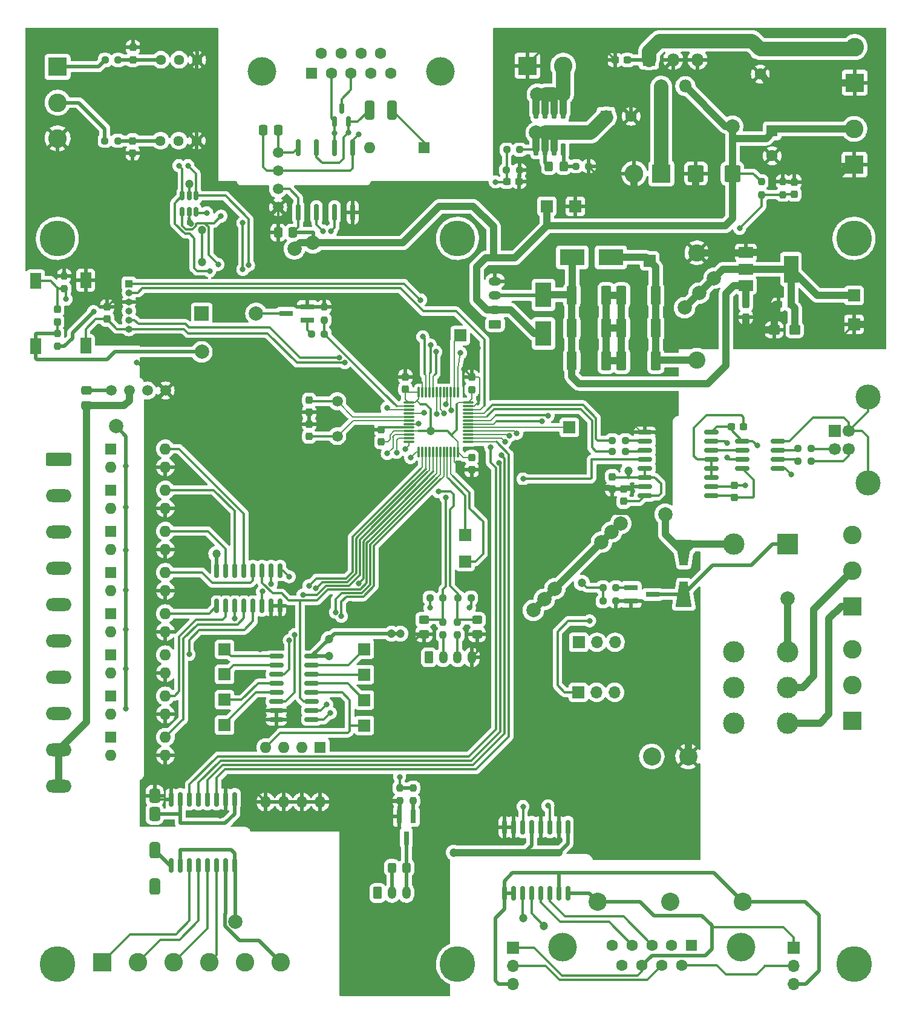
<source format=gbr>
%TF.GenerationSoftware,KiCad,Pcbnew,6.0.5*%
%TF.CreationDate,2022-11-11T14:10:47+03:00*%
%TF.ProjectId,stm32,73746d33-322e-46b6-9963-61645f706362,rev?*%
%TF.SameCoordinates,Original*%
%TF.FileFunction,Copper,L1,Top*%
%TF.FilePolarity,Positive*%
%FSLAX46Y46*%
G04 Gerber Fmt 4.6, Leading zero omitted, Abs format (unit mm)*
G04 Created by KiCad (PCBNEW 6.0.5) date 2022-11-11 14:10:47*
%MOMM*%
%LPD*%
G01*
G04 APERTURE LIST*
G04 Aperture macros list*
%AMRoundRect*
0 Rectangle with rounded corners*
0 $1 Rounding radius*
0 $2 $3 $4 $5 $6 $7 $8 $9 X,Y pos of 4 corners*
0 Add a 4 corners polygon primitive as box body*
4,1,4,$2,$3,$4,$5,$6,$7,$8,$9,$2,$3,0*
0 Add four circle primitives for the rounded corners*
1,1,$1+$1,$2,$3*
1,1,$1+$1,$4,$5*
1,1,$1+$1,$6,$7*
1,1,$1+$1,$8,$9*
0 Add four rect primitives between the rounded corners*
20,1,$1+$1,$2,$3,$4,$5,0*
20,1,$1+$1,$4,$5,$6,$7,0*
20,1,$1+$1,$6,$7,$8,$9,0*
20,1,$1+$1,$8,$9,$2,$3,0*%
%AMOutline4P*
0 Free polygon, 4 corners , with rotation*
0 The origin of the aperture is its center*
0 number of corners: always 4*
0 $1 to $8 corner X, Y*
0 $9 Rotation angle, in degrees counterclockwise*
0 create outline with 4 corners*
4,1,4,$1,$2,$3,$4,$5,$6,$7,$8,$1,$2,$9*%
G04 Aperture macros list end*
%TA.AperFunction,SMDPad,CuDef*%
%ADD10RoundRect,0.237500X0.300000X0.237500X-0.300000X0.237500X-0.300000X-0.237500X0.300000X-0.237500X0*%
%TD*%
%TA.AperFunction,SMDPad,CuDef*%
%ADD11R,1.900000X0.800000*%
%TD*%
%TA.AperFunction,SMDPad,CuDef*%
%ADD12RoundRect,0.237500X0.237500X-0.300000X0.237500X0.300000X-0.237500X0.300000X-0.237500X-0.300000X0*%
%TD*%
%TA.AperFunction,SMDPad,CuDef*%
%ADD13R,2.000000X1.500000*%
%TD*%
%TA.AperFunction,SMDPad,CuDef*%
%ADD14R,2.000000X3.800000*%
%TD*%
%TA.AperFunction,SMDPad,CuDef*%
%ADD15RoundRect,0.237500X0.237500X-0.250000X0.237500X0.250000X-0.237500X0.250000X-0.237500X-0.250000X0*%
%TD*%
%TA.AperFunction,SMDPad,CuDef*%
%ADD16RoundRect,0.249999X-0.450001X-1.075001X0.450001X-1.075001X0.450001X1.075001X-0.450001X1.075001X0*%
%TD*%
%TA.AperFunction,SMDPad,CuDef*%
%ADD17RoundRect,0.250000X-0.400000X-1.075000X0.400000X-1.075000X0.400000X1.075000X-0.400000X1.075000X0*%
%TD*%
%TA.AperFunction,SMDPad,CuDef*%
%ADD18RoundRect,0.250000X-0.475000X0.337500X-0.475000X-0.337500X0.475000X-0.337500X0.475000X0.337500X0*%
%TD*%
%TA.AperFunction,SMDPad,CuDef*%
%ADD19R,1.600000X2.180000*%
%TD*%
%TA.AperFunction,ComponentPad*%
%ADD20R,1.600000X1.600000*%
%TD*%
%TA.AperFunction,ComponentPad*%
%ADD21O,1.600000X1.600000*%
%TD*%
%TA.AperFunction,ComponentPad*%
%ADD22R,2.600000X2.600000*%
%TD*%
%TA.AperFunction,ComponentPad*%
%ADD23C,2.600000*%
%TD*%
%TA.AperFunction,ComponentPad*%
%ADD24C,1.600000*%
%TD*%
%TA.AperFunction,ComponentPad*%
%ADD25R,1.700000X1.700000*%
%TD*%
%TA.AperFunction,ComponentPad*%
%ADD26O,1.700000X1.700000*%
%TD*%
%TA.AperFunction,ComponentPad*%
%ADD27C,5.000000*%
%TD*%
%TA.AperFunction,SMDPad,CuDef*%
%ADD28RoundRect,0.250000X-0.325000X-0.450000X0.325000X-0.450000X0.325000X0.450000X-0.325000X0.450000X0*%
%TD*%
%TA.AperFunction,SMDPad,CuDef*%
%ADD29RoundRect,0.237500X-0.237500X0.300000X-0.237500X-0.300000X0.237500X-0.300000X0.237500X0.300000X0*%
%TD*%
%TA.AperFunction,ComponentPad*%
%ADD30C,2.400000*%
%TD*%
%TA.AperFunction,ComponentPad*%
%ADD31R,2.000000X2.000000*%
%TD*%
%TA.AperFunction,ComponentPad*%
%ADD32C,2.000000*%
%TD*%
%TA.AperFunction,SMDPad,CuDef*%
%ADD33RoundRect,0.237500X-0.237500X0.250000X-0.237500X-0.250000X0.237500X-0.250000X0.237500X0.250000X0*%
%TD*%
%TA.AperFunction,SMDPad,CuDef*%
%ADD34RoundRect,0.237500X0.250000X0.237500X-0.250000X0.237500X-0.250000X-0.237500X0.250000X-0.237500X0*%
%TD*%
%TA.AperFunction,ComponentPad*%
%ADD35RoundRect,0.250000X-1.550000X0.650000X-1.550000X-0.650000X1.550000X-0.650000X1.550000X0.650000X0*%
%TD*%
%TA.AperFunction,ComponentPad*%
%ADD36O,3.600000X1.800000*%
%TD*%
%TA.AperFunction,ComponentPad*%
%ADD37C,4.000000*%
%TD*%
%TA.AperFunction,ComponentPad*%
%ADD38C,2.540000*%
%TD*%
%TA.AperFunction,ComponentPad*%
%ADD39C,1.500000*%
%TD*%
%TA.AperFunction,SMDPad,CuDef*%
%ADD40RoundRect,0.237500X-0.250000X-0.237500X0.250000X-0.237500X0.250000X0.237500X-0.250000X0.237500X0*%
%TD*%
%TA.AperFunction,ComponentPad*%
%ADD41C,1.440000*%
%TD*%
%TA.AperFunction,ComponentPad*%
%ADD42RoundRect,0.250000X-0.350000X-0.625000X0.350000X-0.625000X0.350000X0.625000X-0.350000X0.625000X0*%
%TD*%
%TA.AperFunction,ComponentPad*%
%ADD43O,1.200000X1.750000*%
%TD*%
%TA.AperFunction,SMDPad,CuDef*%
%ADD44RoundRect,0.150000X0.150000X-0.825000X0.150000X0.825000X-0.150000X0.825000X-0.150000X-0.825000X0*%
%TD*%
%TA.AperFunction,SMDPad,CuDef*%
%ADD45RoundRect,0.250000X-0.450000X0.325000X-0.450000X-0.325000X0.450000X-0.325000X0.450000X0.325000X0*%
%TD*%
%TA.AperFunction,SMDPad,CuDef*%
%ADD46RoundRect,0.150000X0.875000X0.150000X-0.875000X0.150000X-0.875000X-0.150000X0.875000X-0.150000X0*%
%TD*%
%TA.AperFunction,SMDPad,CuDef*%
%ADD47RoundRect,0.162500X0.162500X-1.012500X0.162500X1.012500X-0.162500X1.012500X-0.162500X-1.012500X0*%
%TD*%
%TA.AperFunction,SMDPad,CuDef*%
%ADD48RoundRect,0.250000X0.337500X0.475000X-0.337500X0.475000X-0.337500X-0.475000X0.337500X-0.475000X0*%
%TD*%
%TA.AperFunction,ComponentPad*%
%ADD49C,1.700000*%
%TD*%
%TA.AperFunction,ComponentPad*%
%ADD50C,3.500000*%
%TD*%
%TA.AperFunction,ComponentPad*%
%ADD51C,3.000000*%
%TD*%
%TA.AperFunction,ComponentPad*%
%ADD52R,3.000000X3.000000*%
%TD*%
%TA.AperFunction,ComponentPad*%
%ADD53O,2.600000X2.600000*%
%TD*%
%TA.AperFunction,SMDPad,CuDef*%
%ADD54RoundRect,0.150000X-0.825000X-0.150000X0.825000X-0.150000X0.825000X0.150000X-0.825000X0.150000X0*%
%TD*%
%TA.AperFunction,SMDPad,CuDef*%
%ADD55RoundRect,0.150000X0.825000X0.150000X-0.825000X0.150000X-0.825000X-0.150000X0.825000X-0.150000X0*%
%TD*%
%TA.AperFunction,SMDPad,CuDef*%
%ADD56RoundRect,0.150000X-0.150000X0.875000X-0.150000X-0.875000X0.150000X-0.875000X0.150000X0.875000X0*%
%TD*%
%TA.AperFunction,ComponentPad*%
%ADD57R,1.000000X1.000000*%
%TD*%
%TA.AperFunction,ComponentPad*%
%ADD58O,1.000000X1.000000*%
%TD*%
%TA.AperFunction,SMDPad,CuDef*%
%ADD59RoundRect,0.150000X0.150000X-0.587500X0.150000X0.587500X-0.150000X0.587500X-0.150000X-0.587500X0*%
%TD*%
%TA.AperFunction,SMDPad,CuDef*%
%ADD60Outline4P,-1.800000X-1.150000X1.800000X-0.550000X1.800000X0.550000X-1.800000X1.150000X270.000000*%
%TD*%
%TA.AperFunction,SMDPad,CuDef*%
%ADD61Outline4P,-1.800000X-1.150000X1.800000X-0.550000X1.800000X0.550000X-1.800000X1.150000X90.000000*%
%TD*%
%TA.AperFunction,ComponentPad*%
%ADD62RoundRect,0.250000X0.625000X-0.350000X0.625000X0.350000X-0.625000X0.350000X-0.625000X-0.350000X0*%
%TD*%
%TA.AperFunction,ComponentPad*%
%ADD63O,1.750000X1.200000*%
%TD*%
%TA.AperFunction,SMDPad,CuDef*%
%ADD64RoundRect,0.237500X-0.300000X-0.237500X0.300000X-0.237500X0.300000X0.237500X-0.300000X0.237500X0*%
%TD*%
%TA.AperFunction,SMDPad,CuDef*%
%ADD65R,0.800000X1.900000*%
%TD*%
%TA.AperFunction,SMDPad,CuDef*%
%ADD66R,3.500000X2.300000*%
%TD*%
%TA.AperFunction,SMDPad,CuDef*%
%ADD67RoundRect,0.250000X0.875000X0.925000X-0.875000X0.925000X-0.875000X-0.925000X0.875000X-0.925000X0*%
%TD*%
%TA.AperFunction,SMDPad,CuDef*%
%ADD68RoundRect,0.250000X0.537500X0.425000X-0.537500X0.425000X-0.537500X-0.425000X0.537500X-0.425000X0*%
%TD*%
%TA.AperFunction,SMDPad,CuDef*%
%ADD69RoundRect,0.075000X-0.662500X-0.075000X0.662500X-0.075000X0.662500X0.075000X-0.662500X0.075000X0*%
%TD*%
%TA.AperFunction,SMDPad,CuDef*%
%ADD70RoundRect,0.075000X-0.075000X-0.662500X0.075000X-0.662500X0.075000X0.662500X-0.075000X0.662500X0*%
%TD*%
%TA.AperFunction,ComponentPad*%
%ADD71RoundRect,0.381000X-0.381000X0.619000X-0.381000X-0.619000X0.381000X-0.619000X0.381000X0.619000X0*%
%TD*%
%TA.AperFunction,ComponentPad*%
%ADD72RoundRect,0.381000X-0.381000X0.762000X-0.381000X-0.762000X0.381000X-0.762000X0.381000X0.762000X0*%
%TD*%
%TA.AperFunction,ComponentPad*%
%ADD73R,1.800000X1.800000*%
%TD*%
%TA.AperFunction,ComponentPad*%
%ADD74O,1.800000X1.800000*%
%TD*%
%TA.AperFunction,SMDPad,CuDef*%
%ADD75RoundRect,0.150000X0.150000X-0.512500X0.150000X0.512500X-0.150000X0.512500X-0.150000X-0.512500X0*%
%TD*%
%TA.AperFunction,SMDPad,CuDef*%
%ADD76RoundRect,0.150000X0.150000X-0.725000X0.150000X0.725000X-0.150000X0.725000X-0.150000X-0.725000X0*%
%TD*%
%TA.AperFunction,SMDPad,CuDef*%
%ADD77R,2.300000X3.500000*%
%TD*%
%TA.AperFunction,ViaPad*%
%ADD78C,0.800000*%
%TD*%
%TA.AperFunction,ViaPad*%
%ADD79C,1.200000*%
%TD*%
%TA.AperFunction,ViaPad*%
%ADD80C,2.000000*%
%TD*%
%TA.AperFunction,Conductor*%
%ADD81C,0.200000*%
%TD*%
%TA.AperFunction,Conductor*%
%ADD82C,1.000000*%
%TD*%
%TA.AperFunction,Conductor*%
%ADD83C,0.300000*%
%TD*%
%TA.AperFunction,Conductor*%
%ADD84C,0.500000*%
%TD*%
%TA.AperFunction,Conductor*%
%ADD85C,2.000000*%
%TD*%
G04 APERTURE END LIST*
D10*
%TO.P,C17,1*%
%TO.N,+24V*%
X98295000Y-24538500D03*
%TO.P,C17,2*%
%TO.N,GND*%
X96570000Y-24538500D03*
%TD*%
D11*
%TO.P,Q6,1,G*%
%TO.N,Net-(Q6-Pad1)*%
X98803200Y-98364000D03*
%TO.P,Q6,2,S*%
%TO.N,GND*%
X98803200Y-100264000D03*
%TO.P,Q6,3,D*%
%TO.N,Net-(Q6-Pad3)*%
X101803200Y-99314000D03*
%TD*%
D12*
%TO.P,C14,1*%
%TO.N,/AIN1*%
X121666000Y-43331300D03*
%TO.P,C14,2*%
%TO.N,GND*%
X121666000Y-41606300D03*
%TD*%
D13*
%TO.P,U10,1,GND*%
%TO.N,GND*%
X114883000Y-51493000D03*
D14*
%TO.P,U10,2,VO*%
%TO.N,+3.3V*%
X121183000Y-53793000D03*
D13*
X114883000Y-53793000D03*
%TO.P,U10,3,VI*%
%TO.N,/4.6V*%
X114883000Y-56093000D03*
%TD*%
D15*
%TO.P,R7,1*%
%TO.N,Net-(Q4-Pad1)*%
X68294000Y-128193200D03*
%TO.P,R7,2*%
%TO.N,/PWM*%
X68294000Y-126368200D03*
%TD*%
%TO.P,R1,1*%
%TO.N,Net-(R1-Pad1)*%
X18491200Y-64613800D03*
%TO.P,R1,2*%
%TO.N,+3.3V*%
X18491200Y-62788800D03*
%TD*%
D16*
%TO.P,R23,1*%
%TO.N,/4.6V*%
X90500000Y-62048000D03*
%TO.P,R23,2*%
%TO.N,Net-(R22-Pad2)*%
X95300000Y-62048000D03*
%TD*%
D17*
%TO.P,R28,1*%
%TO.N,/CANH*%
X62204600Y-31521400D03*
%TO.P,R28,2*%
%TO.N,Net-(R28-Pad2)*%
X65304600Y-31521400D03*
%TD*%
D18*
%TO.P,C3,1*%
%TO.N,/E5*%
X22606000Y-70793700D03*
%TO.P,C3,2*%
%TO.N,/Egnd*%
X22606000Y-72868700D03*
%TD*%
D19*
%TO.P,SW3,1,1*%
%TO.N,/boot*%
X15458000Y-55430400D03*
%TO.P,SW3,2,2*%
%TO.N,+3.3V*%
X15458000Y-64610400D03*
%TD*%
D20*
%TO.P,U17,1*%
%TO.N,Net-(R37-Pad2)*%
X26000000Y-113511428D03*
D21*
%TO.P,U17,2*%
%TO.N,/Optocouple6/EXTi*%
X26000000Y-116051428D03*
%TO.P,U17,3*%
%TO.N,GND*%
X33620000Y-116051428D03*
%TO.P,U17,4*%
%TO.N,/Optocouple6/In*%
X33620000Y-113511428D03*
%TD*%
D22*
%TO.P,J27,1,Pin_1*%
%TO.N,GND*%
X130047000Y-39183500D03*
D23*
%TO.P,J27,2,Pin_2*%
%TO.N,+5V*%
X130047000Y-34183500D03*
%TD*%
D20*
%TO.P,C19,1*%
%TO.N,+24V*%
X95298349Y-32412500D03*
D24*
%TO.P,C19,2*%
%TO.N,GND*%
X98798349Y-32412500D03*
%TD*%
D20*
%TO.P,C28,1*%
%TO.N,+5V*%
X118541000Y-34444500D03*
D24*
%TO.P,C28,2*%
%TO.N,GND*%
X118541000Y-37944500D03*
%TD*%
D25*
%TO.P,JP4,1,A*%
%TO.N,Net-(J18-Pad8)*%
X121583400Y-148695700D03*
D26*
%TO.P,JP4,2,C*%
%TO.N,/SSI_Z*%
X121583400Y-151235700D03*
%TO.P,JP4,3,B*%
%TO.N,GND2*%
X121583400Y-153775700D03*
%TD*%
D25*
%TO.P,J16,1,Pin_1*%
%TO.N,Net-(J16-Pad1)*%
X75590400Y-94691200D03*
%TD*%
%TO.P,TP4,1,1*%
%TO.N,+3.3V*%
X130000000Y-57500000D03*
%TD*%
D27*
%TO.P,P3,1,P1*%
%TO.N,unconnected-(P3-Pad1)*%
X18500000Y-151000000D03*
%TD*%
D28*
%TO.P,D3,1,K*%
%TO.N,+5V*%
X65338600Y-137540400D03*
%TO.P,D3,2,A*%
%TO.N,/G1*%
X67388600Y-137540400D03*
%TD*%
D29*
%TO.P,C12,1*%
%TO.N,GND*%
X29078200Y-22787400D03*
%TO.P,C12,2*%
%TO.N,Net-(C12-Pad2)*%
X29078200Y-24512400D03*
%TD*%
%TO.P,C24,1*%
%TO.N,/4.6V*%
X114858000Y-58772500D03*
%TO.P,C24,2*%
%TO.N,GND*%
X114858000Y-60497500D03*
%TD*%
D20*
%TO.P,SW4,1*%
%TO.N,Net-(R28-Pad2)*%
X69814600Y-36804600D03*
D21*
%TO.P,SW4,2*%
%TO.N,/CANL*%
X62194600Y-36804600D03*
%TD*%
D30*
%TO.P,C22,1*%
%TO.N,Net-(C22-Pad1)*%
X108000000Y-66500000D03*
%TO.P,C22,2*%
%TO.N,GND*%
X108000000Y-51500000D03*
%TD*%
D25*
%TO.P,JP2,1,A*%
%TO.N,/SPI1_MISO*%
X91420000Y-113000000D03*
D26*
%TO.P,JP2,2,C*%
%TO.N,/Rx422*%
X93960000Y-113000000D03*
%TO.P,JP2,3,B*%
%TO.N,/USART1Rx*%
X96500000Y-113000000D03*
%TD*%
D20*
%TO.P,U15,1*%
%TO.N,Net-(R35-Pad2)*%
X26000000Y-101985714D03*
D21*
%TO.P,U15,2*%
%TO.N,/Optocouple4/EXTi*%
X26000000Y-104525714D03*
%TO.P,U15,3*%
%TO.N,GND*%
X33620000Y-104525714D03*
%TO.P,U15,4*%
%TO.N,/Optocouple4/In*%
X33620000Y-101985714D03*
%TD*%
D22*
%TO.P,J20,1,Pin_1*%
%TO.N,Net-(J20-Pad1)*%
X24749600Y-150787800D03*
D23*
%TO.P,J20,2,Pin_2*%
%TO.N,Net-(J20-Pad2)*%
X29749600Y-150787800D03*
%TO.P,J20,3,Pin_3*%
%TO.N,Net-(J20-Pad3)*%
X34749600Y-150787800D03*
%TO.P,J20,4,Pin_4*%
%TO.N,Net-(J20-Pad4)*%
X39749600Y-150787800D03*
%TO.P,J20,5,Pin_5*%
%TO.N,Net-(J20-Pad5)*%
X44749600Y-150787800D03*
%TO.P,J20,6,Pin_6*%
%TO.N,Net-(J20-Pad6)*%
X49749600Y-150787800D03*
%TD*%
D10*
%TO.P,C20,1*%
%TO.N,Net-(C20-Pad1)*%
X114540000Y-75868200D03*
%TO.P,C20,2*%
%TO.N,Net-(C20-Pad2)*%
X112815000Y-75868200D03*
%TD*%
D25*
%TO.P,TP2,1,1*%
%TO.N,GND*%
X130000000Y-61500000D03*
%TD*%
D15*
%TO.P,R16,1*%
%TO.N,/Buzzer*%
X55882400Y-60910600D03*
%TO.P,R16,2*%
%TO.N,GND*%
X55882400Y-59085600D03*
%TD*%
D31*
%TO.P,BZ1,1,-*%
%TO.N,+3.3V*%
X38700000Y-60000000D03*
D32*
%TO.P,BZ1,2,+*%
%TO.N,Net-(BZ1-Pad2)*%
X46300000Y-60000000D03*
%TD*%
D33*
%TO.P,R10,1*%
%TO.N,/PWM*%
X66414400Y-126368200D03*
%TO.P,R10,2*%
%TO.N,GND*%
X66414400Y-128193200D03*
%TD*%
D27*
%TO.P,P5,1,P1*%
%TO.N,unconnected-(P5-Pad1)*%
X130000000Y-49500000D03*
%TD*%
D25*
%TO.P,J15,1,Pin_1*%
%TO.N,Net-(J15-Pad1)*%
X75590400Y-90982800D03*
%TD*%
D16*
%TO.P,R22,1*%
%TO.N,/4.6V*%
X90500000Y-57467000D03*
%TO.P,R22,2*%
%TO.N,Net-(R22-Pad2)*%
X95300000Y-57467000D03*
%TD*%
D33*
%TO.P,R12,1*%
%TO.N,+5V*%
X117043200Y-41555500D03*
%TO.P,R12,2*%
%TO.N,/AIN1*%
X117043200Y-43380500D03*
%TD*%
D34*
%TO.P,R15,1*%
%TO.N,Net-(C13-Pad2)*%
X26970000Y-35843000D03*
%TO.P,R15,2*%
%TO.N,Net-(J21-Pad2)*%
X25145000Y-35843000D03*
%TD*%
D35*
%TO.P,J30,1,Pin_1*%
%TO.N,/Optocouple1/EXTi*%
X18683400Y-80398958D03*
D36*
%TO.P,J30,2,Pin_2*%
%TO.N,/Optocouple2/EXTi*%
X18683400Y-85478958D03*
%TO.P,J30,3,Pin_3*%
%TO.N,/Optocouple/EXTi*%
X18683400Y-90558958D03*
%TO.P,J30,4,Pin_4*%
%TO.N,/Optocouple3/EXTi*%
X18683400Y-95638958D03*
%TO.P,J30,5,Pin_5*%
%TO.N,/Optocouple4/EXTi*%
X18683400Y-100718958D03*
%TO.P,J30,6,Pin_6*%
%TO.N,/Optocouple5/EXTi*%
X18683400Y-105798958D03*
%TO.P,J30,7,Pin_7*%
%TO.N,/Optocouple6/EXTi*%
X18683400Y-110878958D03*
%TO.P,J30,8,Pin_8*%
%TO.N,/Optocouple7/EXTi*%
X18683400Y-115958958D03*
%TO.P,J30,9,Pin_9*%
%TO.N,/Egnd*%
X18683400Y-121038958D03*
%TO.P,J30,10,Pin_10*%
X18683400Y-126118958D03*
%TD*%
D37*
%TO.P,J28,0*%
%TO.N,N/C*%
X47111000Y-26116000D03*
X72111000Y-26116000D03*
D20*
%TO.P,J28,1,1*%
%TO.N,unconnected-(J28-Pad1)*%
X54071000Y-26416000D03*
D24*
%TO.P,J28,2,2*%
%TO.N,/CANL*%
X56841000Y-26416000D03*
%TO.P,J28,3,3*%
%TO.N,GND1*%
X59611000Y-26416000D03*
%TO.P,J28,4,4*%
%TO.N,unconnected-(J28-Pad4)*%
X62381000Y-26416000D03*
%TO.P,J28,5,5*%
%TO.N,unconnected-(J28-Pad5)*%
X65151000Y-26416000D03*
%TO.P,J28,6,6*%
%TO.N,unconnected-(J28-Pad6)*%
X55456000Y-23576000D03*
%TO.P,J28,7,7*%
%TO.N,/CANH*%
X58226000Y-23576000D03*
%TO.P,J28,8,8*%
%TO.N,unconnected-(J28-Pad8)*%
X60996000Y-23576000D03*
%TO.P,J28,9,9*%
%TO.N,unconnected-(J28-Pad9)*%
X63766000Y-23576000D03*
%TD*%
D38*
%TO.P,Q2,1,GND*%
%TO.N,GND*%
X106781600Y-121970800D03*
%TO.P,Q2,2,Vin*%
%TO.N,+24V*%
X101701600Y-121970800D03*
%TO.P,Q2,3,+Vo*%
%TO.N,Net-(J18-Pad8)*%
X94081600Y-142290800D03*
%TO.P,Q2,4*%
%TO.N,N/C*%
X104241600Y-142290800D03*
%TO.P,Q2,5,0V*%
%TO.N,GND2*%
X114401600Y-142290800D03*
%TD*%
D29*
%TO.P,C6,1*%
%TO.N,/OSCIN*%
X53741600Y-72111100D03*
%TO.P,C6,2*%
%TO.N,GND*%
X53741600Y-73836100D03*
%TD*%
D34*
%TO.P,R18,1*%
%TO.N,Net-(Q6-Pad1)*%
X96670500Y-98348800D03*
%TO.P,R18,2*%
%TO.N,/Relay*%
X94845500Y-98348800D03*
%TD*%
D11*
%TO.P,Q5,1,G*%
%TO.N,Net-(Q5-Pad1)*%
X53521600Y-60950000D03*
%TO.P,Q5,2,S*%
%TO.N,GND*%
X53521600Y-59050000D03*
%TO.P,Q5,3,D*%
%TO.N,Net-(BZ1-Pad2)*%
X50521600Y-60000000D03*
%TD*%
D34*
%TO.P,R19,1*%
%TO.N,Net-(R19-Pad1)*%
X98004600Y-77747800D03*
%TO.P,R19,2*%
%TO.N,/usbDP*%
X96179600Y-77747800D03*
%TD*%
D39*
%TO.P,Y1,1,1*%
%TO.N,/OSCIN*%
X57678600Y-72276200D03*
%TO.P,Y1,2,2*%
%TO.N,/OSCOUT*%
X57678600Y-77156200D03*
%TD*%
D12*
%TO.P,C10,1*%
%TO.N,GND*%
X76500000Y-81862500D03*
%TO.P,C10,2*%
%TO.N,+3.3V*%
X76500000Y-80137500D03*
%TD*%
D39*
%TO.P,Q8,1,GND*%
%TO.N,GND*%
X49384800Y-45143469D03*
%TO.P,Q8,2,Vin*%
%TO.N,+5V*%
X49384800Y-42603469D03*
%TO.P,Q8,3,0V*%
%TO.N,GND1*%
X49384800Y-40063469D03*
%TO.P,Q8,4,+Vo*%
%TO.N,Net-(C23-Pad1)*%
X49384800Y-37523469D03*
%TD*%
D34*
%TO.P,R17,1*%
%TO.N,GND*%
X96672400Y-100253800D03*
%TO.P,R17,2*%
%TO.N,/Relay*%
X94847400Y-100253800D03*
%TD*%
D40*
%TO.P,R4,1*%
%TO.N,/I2C1_SDA*%
X74559400Y-99795000D03*
%TO.P,R4,2*%
%TO.N,+3.3V*%
X76384400Y-99795000D03*
%TD*%
D27*
%TO.P,P6,1,P1*%
%TO.N,unconnected-(P6-Pad1)*%
X74500000Y-49500000D03*
%TD*%
D22*
%TO.P,J25,1,Pin_1*%
%TO.N,/NO1*%
X129805000Y-101000000D03*
D23*
%TO.P,J25,2,Pin_2*%
%TO.N,/COM1*%
X129805000Y-96000000D03*
%TO.P,J25,3,Pin_3*%
%TO.N,/NC1*%
X129805000Y-91000000D03*
%TD*%
D25*
%TO.P,J3,1,Pin_1*%
%TO.N,Net-(J3-Pad1)*%
X41914200Y-106994800D03*
%TD*%
%TO.P,TP3,1,1*%
%TO.N,GND*%
X91000000Y-45000000D03*
%TD*%
D15*
%TO.P,R5,1*%
%TO.N,Net-(J19-Pad2)*%
X72472800Y-104972800D03*
%TO.P,R5,2*%
%TO.N,/I2C1_SCL*%
X72472800Y-103147800D03*
%TD*%
D41*
%TO.P,RV1,1,1*%
%TO.N,GND*%
X38079800Y-24514600D03*
%TO.P,RV1,2,2*%
%TO.N,/AIN2*%
X35539800Y-24514600D03*
%TO.P,RV1,3,3*%
%TO.N,Net-(C12-Pad2)*%
X32999800Y-24514600D03*
%TD*%
D16*
%TO.P,R24,1*%
%TO.N,/4.6V*%
X90500000Y-66620000D03*
%TO.P,R24,2*%
%TO.N,Net-(R22-Pad2)*%
X95300000Y-66620000D03*
%TD*%
D34*
%TO.P,R29,1*%
%TO.N,Net-(J29-Pad3)*%
X123988800Y-80694200D03*
%TO.P,R29,2*%
%TO.N,Net-(D8-Pad2)*%
X122163800Y-80694200D03*
%TD*%
D42*
%TO.P,J19,1,Pin_1*%
%TO.N,+3.3V*%
X70500000Y-108099400D03*
D43*
%TO.P,J19,2,Pin_2*%
%TO.N,Net-(J19-Pad2)*%
X72500000Y-108099400D03*
%TO.P,J19,3,Pin_3*%
%TO.N,Net-(J19-Pad3)*%
X74500000Y-108099400D03*
%TO.P,J19,4,Pin_4*%
%TO.N,GND*%
X76500000Y-108099400D03*
%TD*%
D44*
%TO.P,U2,1,A4*%
%TO.N,/Optocouple4/In*%
X40808200Y-100916486D03*
%TO.P,U2,2,A6*%
%TO.N,/Optocouple6/In*%
X42078200Y-100916486D03*
%TO.P,U2,3,A*%
%TO.N,/DIN*%
X43348200Y-100916486D03*
%TO.P,U2,4,A7*%
%TO.N,/Optocouple7/In*%
X44618200Y-100916486D03*
%TO.P,U2,5,A5*%
%TO.N,/Optocouple5/In*%
X45888200Y-100916486D03*
%TO.P,U2,6,~{E}*%
%TO.N,/DEN1*%
X47158200Y-100916486D03*
%TO.P,U2,7,VEE*%
%TO.N,GND*%
X48428200Y-100916486D03*
%TO.P,U2,8,GND*%
X49698200Y-100916486D03*
%TO.P,U2,9,S2*%
%TO.N,/Addr2*%
X49698200Y-95966486D03*
%TO.P,U2,10,S1*%
%TO.N,/Addr1*%
X48428200Y-95966486D03*
%TO.P,U2,11,S0*%
%TO.N,/Addr0*%
X47158200Y-95966486D03*
%TO.P,U2,12,A3*%
%TO.N,/Optocouple3/In*%
X45888200Y-95966486D03*
%TO.P,U2,13,A0*%
%TO.N,/Optocouple1/In*%
X44618200Y-95966486D03*
%TO.P,U2,14,A1*%
%TO.N,/Optocouple2/In*%
X43348200Y-95966486D03*
%TO.P,U2,15,A2*%
%TO.N,/Optocouple/In*%
X42078200Y-95966486D03*
%TO.P,U2,16,VCC*%
%TO.N,+3.3V*%
X40808200Y-95966486D03*
%TD*%
D45*
%TO.P,D2,1,K*%
%TO.N,/I2C1_SDA*%
X77248000Y-102843000D03*
%TO.P,D2,2,A*%
%TO.N,GND*%
X77248000Y-104893000D03*
%TD*%
D46*
%TO.P,U7,1,VBUS1*%
%TO.N,Net-(C21-Pad1)*%
X110046000Y-85494800D03*
%TO.P,U7,2,GND1*%
%TO.N,Net-(C20-Pad2)*%
X110046000Y-84224800D03*
%TO.P,U7,3,VDD1*%
%TO.N,Net-(C20-Pad1)*%
X110046000Y-82954800D03*
%TO.P,U7,4,PDEN*%
X110046000Y-81684800D03*
%TO.P,U7,5,SPU*%
X110046000Y-80414800D03*
%TO.P,U7,6,UD-*%
%TO.N,Net-(D8-Pad6)*%
X110046000Y-79144800D03*
%TO.P,U7,7,UD+*%
%TO.N,Net-(D8-Pad7)*%
X110046000Y-77874800D03*
%TO.P,U7,8,GND1*%
%TO.N,Net-(C20-Pad2)*%
X110046000Y-76604800D03*
%TO.P,U7,9,GND2*%
%TO.N,GND*%
X100746000Y-76604800D03*
%TO.P,U7,10,DD+*%
%TO.N,Net-(R19-Pad1)*%
X100746000Y-77874800D03*
%TO.P,U7,11,DD-*%
%TO.N,Net-(R20-Pad1)*%
X100746000Y-79144800D03*
%TO.P,U7,12,PIN*%
%TO.N,/USBpullup*%
X100746000Y-80414800D03*
%TO.P,U7,13,SPD*%
%TO.N,+3.3V*%
X100746000Y-81684800D03*
%TO.P,U7,14,VDD2*%
X100746000Y-82954800D03*
%TO.P,U7,15,GND2*%
%TO.N,GND*%
X100746000Y-84224800D03*
%TO.P,U7,16,VBUS2*%
%TO.N,+3.3V*%
X100746000Y-85494800D03*
%TD*%
D47*
%TO.P,U8,1,VCC1*%
%TO.N,+5V*%
X52229600Y-45858469D03*
%TO.P,U8,2,RXD*%
%TO.N,/CAN_Rx*%
X54769600Y-45858469D03*
%TO.P,U8,3,TXD*%
%TO.N,/CAN_Tx*%
X57309600Y-45858469D03*
%TO.P,U8,4,GND1*%
%TO.N,GND*%
X59849600Y-45858469D03*
%TO.P,U8,5,GND2*%
%TO.N,GND1*%
X59849600Y-36808469D03*
%TO.P,U8,6,CANL*%
%TO.N,/CANL*%
X57309600Y-36808469D03*
%TO.P,U8,7,CANH*%
%TO.N,/CANH*%
X54769600Y-36808469D03*
%TO.P,U8,8,VCC2*%
%TO.N,Net-(C23-Pad1)*%
X52229600Y-36808469D03*
%TD*%
D25*
%TO.P,J1,1,Pin_1*%
%TO.N,Net-(J1-Pad1)*%
X61472200Y-114081400D03*
%TD*%
D48*
%TO.P,C23,1*%
%TO.N,Net-(C23-Pad1)*%
X49377000Y-34323069D03*
%TO.P,C23,2*%
%TO.N,GND1*%
X47302000Y-34323069D03*
%TD*%
D34*
%TO.P,R3,1*%
%TO.N,/I2C1_SCL*%
X72472800Y-99795000D03*
%TO.P,R3,2*%
%TO.N,+3.3V*%
X70647800Y-99795000D03*
%TD*%
%TO.P,R20,1*%
%TO.N,Net-(R20-Pad1)*%
X98004600Y-79297200D03*
%TO.P,R20,2*%
%TO.N,/usbDM*%
X96179600Y-79297200D03*
%TD*%
D25*
%TO.P,J2,1,Pin_1*%
%TO.N,Net-(J2-Pad1)*%
X61472200Y-110525400D03*
%TD*%
D12*
%TO.P,C21,1*%
%TO.N,Net-(C21-Pad1)*%
X113270000Y-85774200D03*
%TO.P,C21,2*%
%TO.N,Net-(C20-Pad2)*%
X113270000Y-84049200D03*
%TD*%
D25*
%TO.P,J29,1,VBUS*%
%TO.N,Net-(D8-Pad1)*%
X127290000Y-76429200D03*
D49*
%TO.P,J29,2,D-*%
%TO.N,Net-(J29-Pad2)*%
X127290000Y-78929200D03*
%TO.P,J29,3,D+*%
%TO.N,Net-(J29-Pad3)*%
X129290000Y-78929200D03*
%TO.P,J29,4,GND*%
%TO.N,Net-(D8-Pad4)*%
X129290000Y-76429200D03*
D50*
%TO.P,J29,5,Shield*%
X132000000Y-71659200D03*
X132000000Y-83699200D03*
%TD*%
D51*
%TO.P,K1,11*%
%TO.N,/COM1*%
X120707500Y-112292500D03*
%TO.P,K1,12*%
%TO.N,/NC1*%
X120707500Y-107292500D03*
%TO.P,K1,14*%
%TO.N,/NO1*%
X120707500Y-117292500D03*
%TO.P,K1,21*%
%TO.N,/COM2*%
X113207500Y-112292500D03*
%TO.P,K1,22*%
%TO.N,/NC2*%
X113207500Y-107292500D03*
%TO.P,K1,24*%
%TO.N,/NO2*%
X113207500Y-117292500D03*
D52*
%TO.P,K1,A1*%
%TO.N,Net-(Q6-Pad3)*%
X120707500Y-92292500D03*
D51*
%TO.P,K1,A2*%
%TO.N,+24V*%
X113207500Y-92292500D03*
%TD*%
D25*
%TO.P,J5,1,Pin_1*%
%TO.N,Net-(J5-Pad1)*%
X41914200Y-110500000D03*
%TD*%
%TO.P,JP3,1,A*%
%TO.N,Net-(J18-Pad8)*%
X82289600Y-148695700D03*
D26*
%TO.P,JP3,2,C*%
%TO.N,/SSI_VR*%
X82289600Y-151235700D03*
%TO.P,JP3,3,B*%
%TO.N,GND2*%
X82289600Y-153775700D03*
%TD*%
D20*
%TO.P,U14,1*%
%TO.N,Net-(R34-Pad2)*%
X26000000Y-96222857D03*
D21*
%TO.P,U14,2*%
%TO.N,/Optocouple3/EXTi*%
X26000000Y-98762857D03*
%TO.P,U14,3*%
%TO.N,GND*%
X33620000Y-98762857D03*
%TO.P,U14,4*%
%TO.N,/Optocouple3/In*%
X33620000Y-96222857D03*
%TD*%
D40*
%TO.P,R21,1*%
%TO.N,Net-(D4-Pad2)*%
X91062000Y-39397500D03*
%TO.P,R21,2*%
%TO.N,GND*%
X92887000Y-39397500D03*
%TD*%
D12*
%TO.P,C13,1*%
%TO.N,GND*%
X29027400Y-37568000D03*
%TO.P,C13,2*%
%TO.N,Net-(C13-Pad2)*%
X29027400Y-35843000D03*
%TD*%
D22*
%TO.P,D10,1,K*%
%TO.N,Net-(D10-Pad1)*%
X103027000Y-40413500D03*
D53*
%TO.P,D10,2,A*%
%TO.N,GND*%
X99217000Y-40413500D03*
%TD*%
D29*
%TO.P,C9,1*%
%TO.N,GND*%
X76500000Y-68910700D03*
%TO.P,C9,2*%
%TO.N,+3.3V*%
X76500000Y-70635700D03*
%TD*%
D19*
%TO.P,SW1,1,1*%
%TO.N,/rst*%
X22458000Y-64520400D03*
%TO.P,SW1,2,2*%
%TO.N,GND*%
X22458000Y-55340400D03*
%TD*%
D10*
%TO.P,C25,1*%
%TO.N,+3.3V*%
X121181500Y-58746000D03*
%TO.P,C25,2*%
%TO.N,GND*%
X119456500Y-58746000D03*
%TD*%
D54*
%TO.P,U1,1,A4*%
%TO.N,Net-(J3-Pad1)*%
X49152000Y-107950000D03*
%TO.P,U1,2,A6*%
%TO.N,Net-(J5-Pad1)*%
X49152000Y-109220000D03*
%TO.P,U1,3,A*%
%TO.N,/DIN*%
X49152000Y-110490000D03*
%TO.P,U1,4,A7*%
%TO.N,Net-(J6-Pad1)*%
X49152000Y-111760000D03*
%TO.P,U1,5,A5*%
%TO.N,Net-(J4-Pad1)*%
X49152000Y-113030000D03*
%TO.P,U1,6,~{E}*%
%TO.N,/DEN0*%
X49152000Y-114300000D03*
%TO.P,U1,7,VEE*%
%TO.N,GND*%
X49152000Y-115570000D03*
%TO.P,U1,8,GND*%
X49152000Y-116840000D03*
%TO.P,U1,9,S2*%
%TO.N,/Addr2*%
X54102000Y-116840000D03*
%TO.P,U1,10,S1*%
%TO.N,/Addr1*%
X54102000Y-115570000D03*
%TO.P,U1,11,S0*%
%TO.N,/Addr0*%
X54102000Y-114300000D03*
%TO.P,U1,12,A3*%
%TO.N,Net-(J8-Pad1)*%
X54102000Y-113030000D03*
%TO.P,U1,13,A0*%
%TO.N,Net-(J1-Pad1)*%
X54102000Y-111760000D03*
%TO.P,U1,14,A1*%
%TO.N,Net-(J2-Pad1)*%
X54102000Y-110490000D03*
%TO.P,U1,15,A2*%
%TO.N,Net-(J7-Pad1)*%
X54102000Y-109220000D03*
%TO.P,U1,16,VCC*%
%TO.N,+3.3V*%
X54102000Y-107950000D03*
%TD*%
D55*
%TO.P,D8,1,VCC*%
%TO.N,Net-(D8-Pad1)*%
X119315200Y-81659400D03*
%TO.P,D8,2,I/O1*%
%TO.N,Net-(D8-Pad2)*%
X119315200Y-80389400D03*
%TO.P,D8,3,I/O2*%
%TO.N,Net-(D8-Pad3)*%
X119315200Y-79119400D03*
%TO.P,D8,4,GND*%
%TO.N,Net-(D8-Pad4)*%
X119315200Y-77849400D03*
%TO.P,D8,5,GND*%
%TO.N,Net-(C20-Pad2)*%
X114365200Y-77849400D03*
%TO.P,D8,6,I/O2*%
%TO.N,Net-(D8-Pad6)*%
X114365200Y-79119400D03*
%TO.P,D8,7,I/O1*%
%TO.N,Net-(D8-Pad7)*%
X114365200Y-80389400D03*
%TO.P,D8,8,VCC*%
%TO.N,Net-(C21-Pad1)*%
X114365200Y-81659400D03*
%TD*%
D29*
%TO.P,C7,1*%
%TO.N,GND*%
X63825400Y-76227000D03*
%TO.P,C7,2*%
%TO.N,+3.3V*%
X63825400Y-77952000D03*
%TD*%
D37*
%TO.P,J18,0*%
%TO.N,N/C*%
X114205200Y-148658169D03*
X89205200Y-148658169D03*
D20*
%TO.P,J18,1,1*%
%TO.N,Net-(J18-Pad1)*%
X107245200Y-148358169D03*
D24*
%TO.P,J18,2,2*%
%TO.N,Net-(J18-Pad2)*%
X104475200Y-148358169D03*
%TO.P,J18,3,3*%
%TO.N,Net-(J18-Pad3)*%
X101705200Y-148358169D03*
%TO.P,J18,4,4*%
%TO.N,Net-(J18-Pad4)*%
X98935200Y-148358169D03*
%TO.P,J18,5,5*%
%TO.N,GND2*%
X96165200Y-148358169D03*
%TO.P,J18,6,6*%
%TO.N,/SSI_Z*%
X105860200Y-151198169D03*
%TO.P,J18,7,7*%
%TO.N,/SSI_VR*%
X103090200Y-151198169D03*
%TO.P,J18,8,8*%
%TO.N,Net-(J18-Pad8)*%
X100320200Y-151198169D03*
%TO.P,J18,9,9*%
%TO.N,unconnected-(J18-Pad9)*%
X97550200Y-151198169D03*
%TD*%
D34*
%TO.P,R8,1*%
%TO.N,+24V*%
X83208500Y-37084000D03*
%TO.P,R8,2*%
%TO.N,/AIN0*%
X81383500Y-37084000D03*
%TD*%
D48*
%TO.P,C15,1*%
%TO.N,+5V*%
X51485200Y-48674069D03*
%TO.P,C15,2*%
%TO.N,GND*%
X49410200Y-48674069D03*
%TD*%
D41*
%TO.P,RV2,1,1*%
%TO.N,GND*%
X38029000Y-35843000D03*
%TO.P,RV2,2,2*%
%TO.N,/AIN3*%
X35489000Y-35843000D03*
%TO.P,RV2,3,3*%
%TO.N,Net-(C13-Pad2)*%
X32949000Y-35843000D03*
%TD*%
D25*
%TO.P,J8,1,Pin_1*%
%TO.N,Net-(J8-Pad1)*%
X61472200Y-117637400D03*
%TD*%
%TO.P,J17,1,Pin_1*%
%TO.N,Net-(J17-Pad1)*%
X74879200Y-63093600D03*
%TD*%
D12*
%TO.P,C16,1*%
%TO.N,+3.3V*%
X97750600Y-86280000D03*
%TO.P,C16,2*%
%TO.N,GND*%
X97750600Y-84555000D03*
%TD*%
D34*
%TO.P,R30,1*%
%TO.N,Net-(J29-Pad2)*%
X123985000Y-78916200D03*
%TO.P,R30,2*%
%TO.N,Net-(D8-Pad3)*%
X122160000Y-78916200D03*
%TD*%
D15*
%TO.P,R2,1*%
%TO.N,/boot*%
X19465200Y-56540400D03*
%TO.P,R2,2*%
%TO.N,GND*%
X19465200Y-54715400D03*
%TD*%
D56*
%TO.P,U5,1,VCC1*%
%TO.N,+5V*%
X43352600Y-127951400D03*
%TO.P,U5,2,GND1*%
%TO.N,GND*%
X42082600Y-127951400D03*
%TO.P,U5,3,INA*%
%TO.N,/SPI2_NSS*%
X40812600Y-127951400D03*
%TO.P,U5,4,INB*%
%TO.N,/SPI2_SCK*%
X39542600Y-127951400D03*
%TO.P,U5,5,INC*%
%TO.N,/SPI2_MOSI*%
X38272600Y-127951400D03*
%TO.P,U5,6,OUTD*%
%TO.N,/SPI2_MISO*%
X37002600Y-127951400D03*
%TO.P,U5,7,EN1*%
%TO.N,+5V*%
X35732600Y-127951400D03*
%TO.P,U5,8,GND1*%
%TO.N,GND*%
X34462600Y-127951400D03*
%TO.P,U5,9,GND2*%
%TO.N,Net-(J20-Pad6)*%
X34462600Y-137251400D03*
%TO.P,U5,10,EN2*%
%TO.N,Net-(J20-Pad5)*%
X35732600Y-137251400D03*
%TO.P,U5,11,IND*%
%TO.N,Net-(J20-Pad1)*%
X37002600Y-137251400D03*
%TO.P,U5,12,OUTC*%
%TO.N,Net-(J20-Pad2)*%
X38272600Y-137251400D03*
%TO.P,U5,13,OUTB*%
%TO.N,Net-(J20-Pad3)*%
X39542600Y-137251400D03*
%TO.P,U5,14,OUTA*%
%TO.N,Net-(J20-Pad4)*%
X40812600Y-137251400D03*
%TO.P,U5,15,GND2*%
%TO.N,Net-(J20-Pad6)*%
X42082600Y-137251400D03*
%TO.P,U5,16,VCC2*%
%TO.N,Net-(J20-Pad5)*%
X43352600Y-137251400D03*
%TD*%
D22*
%TO.P,J21,1,Pin_1*%
%TO.N,Net-(J21-Pad1)*%
X18526000Y-25500000D03*
D23*
%TO.P,J21,2,Pin_2*%
%TO.N,Net-(J21-Pad2)*%
X18526000Y-30500000D03*
%TO.P,J21,3,Pin_3*%
%TO.N,GND*%
X18526000Y-35500000D03*
%TD*%
D57*
%TO.P,J9,1,Pin_1*%
%TO.N,/SWCLK*%
X28525000Y-55825000D03*
D58*
%TO.P,J9,2,Pin_2*%
%TO.N,/SWDIO*%
X28525000Y-57095000D03*
%TO.P,J9,3,Pin_3*%
%TO.N,GND*%
X28525000Y-58365000D03*
%TO.P,J9,4,Pin_4*%
%TO.N,Net-(R1-Pad1)*%
X28525000Y-59635000D03*
%TO.P,J9,5,Pin_5*%
%TO.N,/boot*%
X28525000Y-60905000D03*
%TO.P,J9,6,Pin_6*%
%TO.N,/rst*%
X28525000Y-62175000D03*
%TD*%
D20*
%TO.P,U16,1*%
%TO.N,Net-(R36-Pad2)*%
X26000000Y-107748571D03*
D21*
%TO.P,U16,2*%
%TO.N,/Optocouple5/EXTi*%
X26000000Y-110288571D03*
%TO.P,U16,3*%
%TO.N,GND*%
X33620000Y-110288571D03*
%TO.P,U16,4*%
%TO.N,/Optocouple5/In*%
X33620000Y-107748571D03*
%TD*%
D20*
%TO.P,C18,1*%
%TO.N,+24V*%
X116890000Y-23012849D03*
D24*
%TO.P,C18,2*%
%TO.N,GND*%
X116890000Y-26512849D03*
%TD*%
D39*
%TO.P,Q1,1,GND*%
%TO.N,GND*%
X33645400Y-70780886D03*
%TO.P,Q1,2,Vin*%
%TO.N,+5V*%
X31105400Y-70780886D03*
%TO.P,Q1,3,0V*%
%TO.N,/Egnd*%
X28565400Y-70780886D03*
%TO.P,Q1,4,+Vo*%
%TO.N,/E5*%
X26025400Y-70780886D03*
%TD*%
D20*
%TO.P,U13,1*%
%TO.N,Net-(R33-Pad2)*%
X26000000Y-84697143D03*
D21*
%TO.P,U13,2*%
%TO.N,/Optocouple2/EXTi*%
X26000000Y-87237143D03*
%TO.P,U13,3*%
%TO.N,GND*%
X33620000Y-87237143D03*
%TO.P,U13,4*%
%TO.N,/Optocouple2/In*%
X33620000Y-84697143D03*
%TD*%
D29*
%TO.P,C29,1*%
%TO.N,+3.3V*%
X96150400Y-82828900D03*
%TO.P,C29,2*%
%TO.N,GND*%
X96150400Y-84553900D03*
%TD*%
D42*
%TO.P,J22,1,Pin_1*%
%TO.N,+3.3V*%
X63338600Y-141059000D03*
D43*
%TO.P,J22,2,Pin_2*%
%TO.N,+5V*%
X65338600Y-141059000D03*
%TO.P,J22,3,Pin_3*%
%TO.N,/G1*%
X67338600Y-141059000D03*
%TD*%
D20*
%TO.P,SW2,1*%
%TO.N,Net-(J1-Pad1)*%
X55274600Y-120717900D03*
D21*
%TO.P,SW2,2*%
%TO.N,Net-(J2-Pad1)*%
X52734600Y-120717900D03*
%TO.P,SW2,3*%
%TO.N,Net-(J7-Pad1)*%
X50194600Y-120717900D03*
%TO.P,SW2,4*%
%TO.N,Net-(J8-Pad1)*%
X47654600Y-120717900D03*
%TO.P,SW2,5*%
%TO.N,GND*%
X47654600Y-128337900D03*
%TO.P,SW2,6*%
X50194600Y-128337900D03*
%TO.P,SW2,7*%
X52734600Y-128337900D03*
%TO.P,SW2,8*%
X55274600Y-128337900D03*
%TD*%
D59*
%TO.P,D9,1,K*%
%TO.N,/CANL*%
X57324800Y-33177769D03*
%TO.P,D9,2,K*%
%TO.N,/CANH*%
X59224800Y-33177769D03*
%TO.P,D9,3,O*%
%TO.N,GND1*%
X58274800Y-31302769D03*
%TD*%
D20*
%TO.P,U11,1*%
%TO.N,Net-(R31-Pad2)*%
X26000000Y-90460000D03*
D21*
%TO.P,U11,2*%
%TO.N,/Optocouple/EXTi*%
X26000000Y-93000000D03*
%TO.P,U11,3*%
%TO.N,GND*%
X33620000Y-93000000D03*
%TO.P,U11,4*%
%TO.N,/Optocouple/In*%
X33620000Y-90460000D03*
%TD*%
D29*
%TO.P,C5,1*%
%TO.N,GND*%
X67203600Y-68858800D03*
%TO.P,C5,2*%
%TO.N,+3.3V*%
X67203600Y-70583800D03*
%TD*%
D60*
%TO.P,D6,1,K*%
%TO.N,+24V*%
X106172000Y-93472000D03*
D61*
%TO.P,D6,2,A*%
%TO.N,Net-(Q6-Pad3)*%
X106172000Y-99272000D03*
%TD*%
D25*
%TO.P,TP1,1,1*%
%TO.N,Net-(C22-Pad1)*%
X101396000Y-52650000D03*
%TD*%
D27*
%TO.P,P1,1,P1*%
%TO.N,unconnected-(P1-Pad1)*%
X74500000Y-151000000D03*
%TD*%
D62*
%TO.P,J24,1,Pin_1*%
%TO.N,+3.3V*%
X79764000Y-61492000D03*
D63*
%TO.P,J24,2,Pin_2*%
%TO.N,+5V*%
X79764000Y-59492000D03*
%TO.P,J24,3,Pin_3*%
%TO.N,/4.6V*%
X79764000Y-57492000D03*
%TO.P,J24,4,Pin_4*%
%TO.N,GND*%
X79764000Y-55492000D03*
%TD*%
D40*
%TO.P,R9,1*%
%TO.N,/AIN0*%
X81334600Y-39979600D03*
%TO.P,R9,2*%
%TO.N,GND*%
X83159600Y-39979600D03*
%TD*%
D29*
%TO.P,C4,1*%
%TO.N,/boot*%
X18491200Y-59438200D03*
%TO.P,C4,2*%
%TO.N,+3.3V*%
X18491200Y-61163200D03*
%TD*%
D64*
%TO.P,C11,1*%
%TO.N,/AIN0*%
X81382700Y-41554400D03*
%TO.P,C11,2*%
%TO.N,GND*%
X83107700Y-41554400D03*
%TD*%
D27*
%TO.P,P4,1,P1*%
%TO.N,unconnected-(P4-Pad1)*%
X18500000Y-49500000D03*
%TD*%
D65*
%TO.P,Q4,1,G*%
%TO.N,Net-(Q4-Pad1)*%
X68278800Y-130374800D03*
%TO.P,Q4,2,S*%
%TO.N,GND*%
X66378800Y-130374800D03*
%TO.P,Q4,3,D*%
%TO.N,/G1*%
X67328800Y-133374800D03*
%TD*%
D66*
%TO.P,D7,1,K*%
%TO.N,/4.6V*%
X90568000Y-52142000D03*
%TO.P,D7,2,A*%
%TO.N,Net-(C22-Pad1)*%
X95968000Y-52142000D03*
%TD*%
D20*
%TO.P,U18,1*%
%TO.N,Net-(R38-Pad2)*%
X26000000Y-119274286D03*
D21*
%TO.P,U18,2*%
%TO.N,/Optocouple7/EXTi*%
X26000000Y-121814286D03*
%TO.P,U18,3*%
%TO.N,GND*%
X33620000Y-121814286D03*
%TO.P,U18,4*%
%TO.N,/Optocouple7/In*%
X33620000Y-119274286D03*
%TD*%
D25*
%TO.P,TP5,1,1*%
%TO.N,+5V*%
X87000000Y-45000000D03*
%TD*%
D67*
%TO.P,C26,1*%
%TO.N,+5V*%
X112973000Y-40413500D03*
%TO.P,C26,2*%
%TO.N,GND*%
X107873000Y-40413500D03*
%TD*%
D32*
%TO.P,L1,1,1*%
%TO.N,+5V*%
X113000000Y-33809500D03*
%TO.P,L1,2,2*%
%TO.N,Net-(D10-Pad1)*%
X103000000Y-33809500D03*
%TD*%
D25*
%TO.P,JP1,1,A*%
%TO.N,/SPI1_SCK*%
X91475000Y-106000000D03*
D26*
%TO.P,JP1,2,C*%
%TO.N,/Tx422*%
X94015000Y-106000000D03*
%TO.P,JP1,3,B*%
%TO.N,/USART1Tx*%
X96555000Y-106000000D03*
%TD*%
D16*
%TO.P,R27,1*%
%TO.N,Net-(R22-Pad2)*%
X97459000Y-66620000D03*
%TO.P,R27,2*%
%TO.N,Net-(C22-Pad1)*%
X102259000Y-66620000D03*
%TD*%
D40*
%TO.P,R11,1*%
%TO.N,Net-(Q5-Pad1)*%
X54057400Y-62844800D03*
%TO.P,R11,2*%
%TO.N,/Buzzer*%
X55882400Y-62844800D03*
%TD*%
D22*
%TO.P,J26,1,Pin_1*%
%TO.N,GND*%
X130098000Y-27713500D03*
D23*
%TO.P,J26,2,Pin_2*%
%TO.N,+24V*%
X130098000Y-22713500D03*
%TD*%
D15*
%TO.P,R6,1*%
%TO.N,Net-(J19-Pad3)*%
X74504800Y-104974700D03*
%TO.P,R6,2*%
%TO.N,/I2C1_SDA*%
X74504800Y-103149700D03*
%TD*%
D68*
%TO.P,C27,1*%
%TO.N,+3.3V*%
X121716000Y-62302000D03*
%TO.P,C27,2*%
%TO.N,GND*%
X118841000Y-62302000D03*
%TD*%
D34*
%TO.P,R14,1*%
%TO.N,Net-(C12-Pad2)*%
X27017000Y-24540000D03*
%TO.P,R14,2*%
%TO.N,Net-(J21-Pad1)*%
X25192000Y-24540000D03*
%TD*%
D25*
%TO.P,J4,1,Pin_1*%
%TO.N,Net-(J4-Pad1)*%
X41914200Y-117612000D03*
%TD*%
D69*
%TO.P,U4,1,VBAT*%
%TO.N,+3.3V*%
X67663900Y-72458800D03*
%TO.P,U4,2,PC13*%
%TO.N,/Buzzer*%
X67663900Y-72958800D03*
%TO.P,U4,3,PC14*%
%TO.N,/Relay*%
X67663900Y-73458800D03*
%TO.P,U4,4,PC15*%
%TO.N,/USBpullup*%
X67663900Y-73958800D03*
%TO.P,U4,5,PF0*%
%TO.N,/OSCIN*%
X67663900Y-74458800D03*
%TO.P,U4,6,PF1*%
%TO.N,/OSCOUT*%
X67663900Y-74958800D03*
%TO.P,U4,7,NRST*%
%TO.N,/rst*%
X67663900Y-75458800D03*
%TO.P,U4,8,VSSA*%
%TO.N,GND*%
X67663900Y-75958800D03*
%TO.P,U4,9,VDDA*%
%TO.N,+3.3V*%
X67663900Y-76458800D03*
%TO.P,U4,10,PA0*%
%TO.N,/AIN0*%
X67663900Y-76958800D03*
%TO.P,U4,11,PA1*%
%TO.N,/AIN1*%
X67663900Y-77458800D03*
%TO.P,U4,12,PA2*%
%TO.N,/AIN2*%
X67663900Y-77958800D03*
D70*
%TO.P,U4,13,PA3*%
%TO.N,/AIN3*%
X69076400Y-79371300D03*
%TO.P,U4,14,PA4*%
%TO.N,/DIN*%
X69576400Y-79371300D03*
%TO.P,U4,15,PA5*%
%TO.N,/DEN0*%
X70076400Y-79371300D03*
%TO.P,U4,16,PA6*%
%TO.N,/DEN1*%
X70576400Y-79371300D03*
%TO.P,U4,17,PA7*%
%TO.N,/PWM*%
X71076400Y-79371300D03*
%TO.P,U4,18,PB0*%
%TO.N,/Addr0*%
X71576400Y-79371300D03*
%TO.P,U4,19,PB1*%
%TO.N,/Addr1*%
X72076400Y-79371300D03*
%TO.P,U4,20,PB2*%
%TO.N,/Addr2*%
X72576400Y-79371300D03*
%TO.P,U4,21,PB10*%
%TO.N,Net-(J15-Pad1)*%
X73076400Y-79371300D03*
%TO.P,U4,22,PB11*%
%TO.N,Net-(J16-Pad1)*%
X73576400Y-79371300D03*
%TO.P,U4,23,VSS*%
%TO.N,GND*%
X74076400Y-79371300D03*
%TO.P,U4,24,VDD*%
%TO.N,+3.3V*%
X74576400Y-79371300D03*
D69*
%TO.P,U4,25,PB12*%
%TO.N,/SPI2_NSS*%
X75988900Y-77958800D03*
%TO.P,U4,26,PB13*%
%TO.N,/SPI2_SCK*%
X75988900Y-77458800D03*
%TO.P,U4,27,PB14*%
%TO.N,/SPI2_MISO*%
X75988900Y-76958800D03*
%TO.P,U4,28,PB15*%
%TO.N,/SPI2_MOSI*%
X75988900Y-76458800D03*
%TO.P,U4,29,PA8*%
%TO.N,Net-(J38-Pad1)*%
X75988900Y-75958800D03*
%TO.P,U4,30,PA9*%
%TO.N,/USART1Tx*%
X75988900Y-75458800D03*
%TO.P,U4,31,PA10*%
%TO.N,/USART1Rx*%
X75988900Y-74958800D03*
%TO.P,U4,32,PA11*%
%TO.N,/usbDM*%
X75988900Y-74458800D03*
%TO.P,U4,33,PA12*%
%TO.N,/usbDP*%
X75988900Y-73958800D03*
%TO.P,U4,34,PA13*%
%TO.N,/SWDIO*%
X75988900Y-73458800D03*
%TO.P,U4,35,VSS*%
%TO.N,GND*%
X75988900Y-72958800D03*
%TO.P,U4,36,VDDIO2*%
%TO.N,+3.3V*%
X75988900Y-72458800D03*
D70*
%TO.P,U4,37,PA14*%
%TO.N,/SWCLK*%
X74576400Y-71046300D03*
%TO.P,U4,38,PA15*%
%TO.N,Net-(J17-Pad1)*%
X74076400Y-71046300D03*
%TO.P,U4,39,PB3*%
%TO.N,/SPI1_SCK*%
X73576400Y-71046300D03*
%TO.P,U4,40,PB4*%
%TO.N,/SPI1_MISO*%
X73076400Y-71046300D03*
%TO.P,U4,41,PB5*%
%TO.N,unconnected-(U4-Pad41)*%
X72576400Y-71046300D03*
%TO.P,U4,42,PB6*%
%TO.N,/I2C1_SCL*%
X72076400Y-71046300D03*
%TO.P,U4,43,PB7*%
%TO.N,/I2C1_SDA*%
X71576400Y-71046300D03*
%TO.P,U4,44,BOOT0*%
%TO.N,/boot*%
X71076400Y-71046300D03*
%TO.P,U4,45,PB8*%
%TO.N,/CAN_Rx*%
X70576400Y-71046300D03*
%TO.P,U4,46,PB9*%
%TO.N,/CAN_Tx*%
X70076400Y-71046300D03*
%TO.P,U4,47,VSS*%
%TO.N,GND*%
X69576400Y-71046300D03*
%TO.P,U4,48,VDD*%
%TO.N,+3.3V*%
X69076400Y-71046300D03*
%TD*%
D25*
%TO.P,J6,1,Pin_1*%
%TO.N,Net-(J6-Pad1)*%
X41914200Y-114056000D03*
%TD*%
D71*
%TO.P,Q3,1,GND*%
%TO.N,GND*%
X32105600Y-127480400D03*
%TO.P,Q3,2,Vin*%
%TO.N,+5V*%
X32105600Y-130020400D03*
D72*
%TO.P,Q3,4,0V*%
%TO.N,Net-(J20-Pad6)*%
X32105600Y-135100400D03*
%TO.P,Q3,6,+Vo*%
%TO.N,Net-(J20-Pad5)*%
X32105600Y-140180400D03*
%TD*%
D73*
%TO.P,U9,1,VIN*%
%TO.N,+24V*%
X101298000Y-24488500D03*
D74*
%TO.P,U9,2,VOUT*%
%TO.N,Net-(D10-Pad1)*%
X102998000Y-28188500D03*
%TO.P,U9,3,GND*%
%TO.N,GND*%
X104698000Y-24488500D03*
%TO.P,U9,4,FB*%
%TO.N,+5V*%
X106398000Y-28188500D03*
%TO.P,U9,5,ON/OFF*%
%TO.N,GND*%
X108098000Y-24488500D03*
%TD*%
D25*
%TO.P,J7,1,Pin_1*%
%TO.N,Net-(J7-Pad1)*%
X61472200Y-106969400D03*
%TD*%
D16*
%TO.P,R26,1*%
%TO.N,Net-(R22-Pad2)*%
X97459000Y-62048000D03*
%TO.P,R26,2*%
%TO.N,Net-(C22-Pad1)*%
X102259000Y-62048000D03*
%TD*%
D75*
%TO.P,U6,1,I/O1*%
%TO.N,/AIN0*%
X35981600Y-45810600D03*
%TO.P,U6,2,GND*%
%TO.N,GND*%
X36931600Y-45810600D03*
%TO.P,U6,3,I/O2*%
%TO.N,/AIN1*%
X37881600Y-45810600D03*
%TO.P,U6,4,I/O3*%
%TO.N,/AIN2*%
X37881600Y-43535600D03*
%TO.P,U6,5,VBUS*%
%TO.N,+3.3V*%
X36931600Y-43535600D03*
%TO.P,U6,6,I/O4*%
%TO.N,/AIN3*%
X35981600Y-43535600D03*
%TD*%
D20*
%TO.P,U12,1*%
%TO.N,Net-(R32-Pad2)*%
X26000000Y-78934286D03*
D21*
%TO.P,U12,2*%
%TO.N,/Optocouple1/EXTi*%
X26000000Y-81474286D03*
%TO.P,U12,3*%
%TO.N,GND*%
X33620000Y-81474286D03*
%TO.P,U12,4*%
%TO.N,/Optocouple1/In*%
X33620000Y-78934286D03*
%TD*%
D56*
%TO.P,U3,1,Vcc1*%
%TO.N,+5V*%
X89945000Y-131850000D03*
%TO.P,U3,2,GND1*%
%TO.N,GND*%
X88675000Y-131850000D03*
%TO.P,U3,3,R*%
%TO.N,/Rx422*%
X87405000Y-131850000D03*
%TO.P,U3,4,~{RE}*%
%TO.N,GND*%
X86135000Y-131850000D03*
%TO.P,U3,5,DE*%
%TO.N,+5V*%
X84865000Y-131850000D03*
%TO.P,U3,6,D*%
%TO.N,/Tx422*%
X83595000Y-131850000D03*
%TO.P,U3,7,GND1*%
%TO.N,GND*%
X82325000Y-131850000D03*
%TO.P,U3,8,GND1*%
X81055000Y-131850000D03*
%TO.P,U3,9,GND2*%
%TO.N,GND2*%
X81055000Y-141150000D03*
%TO.P,U3,10,GND2*%
X82325000Y-141150000D03*
%TO.P,U3,11,Y*%
%TO.N,Net-(J18-Pad1)*%
X83595000Y-141150000D03*
%TO.P,U3,12,Z*%
%TO.N,Net-(J18-Pad2)*%
X84865000Y-141150000D03*
%TO.P,U3,13,B*%
%TO.N,Net-(J18-Pad4)*%
X86135000Y-141150000D03*
%TO.P,U3,14,A*%
%TO.N,Net-(J18-Pad3)*%
X87405000Y-141150000D03*
%TO.P,U3,15,GND2*%
%TO.N,GND2*%
X88675000Y-141150000D03*
%TO.P,U3,16,Vcc2*%
%TO.N,Net-(J18-Pad8)*%
X89945000Y-141150000D03*
%TD*%
D27*
%TO.P,P2,1,P1*%
%TO.N,unconnected-(P2-Pad1)*%
X130000000Y-151000000D03*
%TD*%
D22*
%TO.P,J23,1,Pin_1*%
%TO.N,GND*%
X84291000Y-25351500D03*
D23*
%TO.P,J23,2,Pin_2*%
%TO.N,Net-(J23-Pad2)*%
X89291000Y-25351500D03*
%TD*%
D45*
%TO.P,D1,1,K*%
%TO.N,/I2C1_SCL*%
X69805800Y-102817600D03*
%TO.P,D1,2,A*%
%TO.N,GND*%
X69805800Y-104867600D03*
%TD*%
D22*
%TO.P,J10,1,Pin_1*%
%TO.N,/NO2*%
X129805000Y-117000000D03*
D23*
%TO.P,J10,2,Pin_2*%
%TO.N,/COM2*%
X129805000Y-112000000D03*
%TO.P,J10,3,Pin_3*%
%TO.N,/NC2*%
X129805000Y-107000000D03*
%TD*%
D16*
%TO.P,R25,1*%
%TO.N,Net-(R22-Pad2)*%
X97459000Y-57476000D03*
%TO.P,R25,2*%
%TO.N,Net-(C22-Pad1)*%
X102259000Y-57476000D03*
%TD*%
D28*
%TO.P,D4,1,K*%
%TO.N,+24V*%
X87290000Y-39397500D03*
%TO.P,D4,2,A*%
%TO.N,Net-(D4-Pad2)*%
X89340000Y-39397500D03*
%TD*%
D15*
%TO.P,R13,1*%
%TO.N,/AIN1*%
X120040400Y-43380500D03*
%TO.P,R13,2*%
%TO.N,GND*%
X120040400Y-41555500D03*
%TD*%
D76*
%TO.P,Q7,1,S*%
%TO.N,+24V*%
X85521000Y-37054500D03*
%TO.P,Q7,2,S*%
X86791000Y-37054500D03*
%TO.P,Q7,3,S*%
X88061000Y-37054500D03*
%TO.P,Q7,4,G*%
%TO.N,Net-(D4-Pad2)*%
X89331000Y-37054500D03*
%TO.P,Q7,5,D*%
%TO.N,Net-(J23-Pad2)*%
X89331000Y-31904500D03*
%TO.P,Q7,6,D*%
X88061000Y-31904500D03*
%TO.P,Q7,7,D*%
X86791000Y-31904500D03*
%TO.P,Q7,8,D*%
X85521000Y-31904500D03*
%TD*%
D12*
%TO.P,C8,1*%
%TO.N,/OSCOUT*%
X53741600Y-77188900D03*
%TO.P,C8,2*%
%TO.N,GND*%
X53741600Y-75463900D03*
%TD*%
%TO.P,C2,1*%
%TO.N,/rst*%
X25459600Y-60792900D03*
%TO.P,C2,2*%
%TO.N,GND*%
X25459600Y-59067900D03*
%TD*%
D25*
%TO.P,J38,1,Pin_1*%
%TO.N,Net-(J38-Pad1)*%
X90170000Y-75946000D03*
%TD*%
D77*
%TO.P,D5,1,K*%
%TO.N,/4.6V*%
X86537000Y-57410000D03*
%TO.P,D5,2,A*%
%TO.N,+5V*%
X86537000Y-62810000D03*
%TD*%
D78*
%TO.N,GND*%
X41295200Y-130264600D03*
X65006900Y-128337900D03*
X68986400Y-115519200D03*
X81534000Y-50546000D03*
X46888400Y-106984800D03*
X78028800Y-81432400D03*
X37185600Y-47447200D03*
X29565600Y-66852800D03*
X82753200Y-84175600D03*
D79*
X85500000Y-118500000D03*
D78*
X68808000Y-68858800D03*
X58909800Y-43136869D03*
X77317600Y-64820800D03*
X75387200Y-67818000D03*
X97993200Y-74371200D03*
X63550800Y-68783200D03*
X46888400Y-116840000D03*
X60147200Y-68834000D03*
X46888400Y-110490000D03*
X58623200Y-58166000D03*
X72644000Y-67818000D03*
X50038000Y-53441600D03*
D79*
%TO.N,+5V*%
X73964800Y-135432800D03*
D80*
X54254400Y-50139600D03*
X51663600Y-50952400D03*
D78*
%TO.N,/I2C1_SCL*%
X72898000Y-85750400D03*
X72644000Y-73964800D03*
%TO.N,/I2C1_SDA*%
X71613900Y-74066400D03*
X71831200Y-84937600D03*
%TO.N,/CANL*%
X57309600Y-34754869D03*
%TO.N,/CANH*%
X59214600Y-34704069D03*
D79*
%TO.N,/Relay*%
X91897200Y-97688400D03*
D78*
X64617600Y-73202800D03*
%TO.N,/PWM*%
X66395600Y-124866400D03*
X60651777Y-97786577D03*
%TO.N,/CAN_Rx*%
X55676800Y-48463200D03*
X70713600Y-64414400D03*
%TO.N,/CAN_Tx*%
X69646800Y-63246000D03*
X56794400Y-48463200D03*
%TO.N,Net-(R1-Pad1)*%
X23571200Y-59740800D03*
D79*
%TO.N,Net-(J18-Pad2)*%
X86614000Y-145694400D03*
%TO.N,Net-(J18-Pad1)*%
X83667600Y-144627600D03*
D80*
%TO.N,+3.3V*%
X38709600Y-65379600D03*
D78*
X70669400Y-101166600D03*
D80*
X94665800Y-91973400D03*
X96088200Y-90551000D03*
X106283800Y-59192200D03*
D79*
X98399600Y-81991200D03*
D80*
X85115400Y-101523800D03*
X97336276Y-89385900D03*
D79*
X56489600Y-105562400D03*
D80*
X88138000Y-98501200D03*
D79*
X70764400Y-76458800D03*
D80*
X86639400Y-99999800D03*
X110413000Y-55063000D03*
D78*
X76181200Y-101166600D03*
D79*
X40741600Y-93624400D03*
X66497200Y-104800400D03*
D80*
X108315800Y-57160200D03*
D79*
X36931600Y-41859200D03*
X38709600Y-48310800D03*
X65278000Y-104800400D03*
X56489600Y-107899200D03*
X38709600Y-52832000D03*
D78*
%TO.N,/rst*%
X69037200Y-75438000D03*
X58724800Y-66903600D03*
%TO.N,/E5*%
X28077880Y-98700406D03*
X28077880Y-115312006D03*
X28077880Y-109724006D03*
D80*
X26720457Y-75793943D03*
D78*
X28077880Y-87118006D03*
X28077880Y-104237606D03*
X28077880Y-93112406D03*
X28077880Y-81377606D03*
%TO.N,/AIN0*%
X40995600Y-53136800D03*
X41402000Y-46380400D03*
X64668400Y-79603600D03*
X79806800Y-41605200D03*
D80*
%TO.N,+24V*%
X85521000Y-34698500D03*
X103581200Y-88087200D03*
D78*
%TO.N,Net-(D8-Pad1)*%
X121194800Y-82523000D03*
%TO.N,Net-(C20-Pad2)*%
X116445000Y-78484400D03*
X114794000Y-84047000D03*
%TO.N,Net-(D8-Pad7)*%
X112279400Y-80135400D03*
X112279400Y-78128800D03*
%TO.N,GND1*%
X60713200Y-34932669D03*
%TO.N,/boot*%
X71475600Y-65379600D03*
X19710400Y-58013600D03*
X57962800Y-66154100D03*
%TO.N,/SWCLK*%
X74930000Y-65532000D03*
X69342000Y-58115200D03*
D80*
%TO.N,Net-(J20-Pad5)*%
X43378000Y-145081800D03*
%TO.N,Net-(J23-Pad2)*%
X89291000Y-29324500D03*
X85688000Y-29324500D03*
D78*
%TO.N,/SPI1_SCK*%
X73660000Y-73558400D03*
%TO.N,/Tx422*%
X83667600Y-128981200D03*
%TO.N,/USART1Tx*%
X86309200Y-75082400D03*
%TO.N,/SPI1_MISO*%
X72847200Y-72694800D03*
X93000000Y-103000000D03*
%TO.N,/Rx422*%
X87172800Y-128879600D03*
%TO.N,/USART1Rx*%
X87172800Y-74320400D03*
%TO.N,/AIN1*%
X65989200Y-79451200D03*
X39420800Y-45923200D03*
X113995200Y-48107600D03*
X44450000Y-47345600D03*
X44450000Y-53848000D03*
%TO.N,/AIN2*%
X67157600Y-78994000D03*
X45262800Y-53238400D03*
X36779200Y-39319200D03*
%TO.N,/AIN3*%
X39827200Y-54051200D03*
X35509200Y-39319200D03*
X67919600Y-80162400D03*
%TO.N,/DIN*%
X50956600Y-105724800D03*
X53695600Y-98094800D03*
X43332400Y-102666800D03*
%TO.N,/DEN0*%
X54637559Y-98429044D03*
X51718600Y-104937400D03*
%TO.N,/Addr2*%
X50952400Y-96824800D03*
X56722400Y-115884800D03*
X58255100Y-102362000D03*
%TO.N,/Addr1*%
X48428200Y-97856600D03*
X56189000Y-114716400D03*
X57427733Y-101801223D03*
%TO.N,/Optocouple5/In*%
X36931600Y-107696000D03*
%TO.N,/DEN1*%
X47193200Y-98907600D03*
X52882800Y-99364800D03*
%TO.N,/USBpullup*%
X69799200Y-73914000D03*
X83667600Y-83159600D03*
%TO.N,/SPI2_SCK*%
X80619600Y-79857600D03*
X81127600Y-77927200D03*
%TO.N,/SPI2_MISO*%
X79146400Y-78740000D03*
X81788000Y-77114400D03*
%TO.N,/SPI2_MOSI*%
X82804000Y-76758800D03*
X80327300Y-80924400D03*
D80*
%TO.N,/NC1*%
X120700800Y-99923600D03*
%TD*%
D81*
%TO.N,GND*%
X69576400Y-69627200D02*
X69576400Y-71046300D01*
X74066400Y-80721200D02*
X75207700Y-81862500D01*
D82*
X114876000Y-51500000D02*
X114883000Y-51493000D01*
D83*
X42082600Y-127951400D02*
X42082600Y-129477200D01*
D81*
X45415200Y-110490000D02*
X43688000Y-112217200D01*
D83*
X100746000Y-84224800D02*
X98080800Y-84224800D01*
X55882400Y-59085600D02*
X58567200Y-59085600D01*
X69519800Y-60934600D02*
X60985400Y-60934600D01*
X63550800Y-63500000D02*
X63550800Y-68783200D01*
X24564400Y-55340400D02*
X22458000Y-55340400D01*
D84*
X37767200Y-37568000D02*
X38029000Y-37306200D01*
D83*
X62812600Y-76227000D02*
X63825400Y-76227000D01*
D82*
X122656600Y-47726600D02*
X128879600Y-53949600D01*
D83*
X98080800Y-84224800D02*
X97750600Y-84555000D01*
D84*
X49152000Y-116840000D02*
X49152000Y-115570000D01*
D83*
X59136400Y-59085600D02*
X60985400Y-60934600D01*
D84*
X66414400Y-128193200D02*
X66414400Y-130339200D01*
D83*
X25459600Y-56235600D02*
X24564400Y-55340400D01*
X58567200Y-58222000D02*
X58623200Y-58166000D01*
D84*
X86135000Y-131850000D02*
X86135000Y-133531400D01*
D83*
X77248000Y-107351400D02*
X76500000Y-108099400D01*
D82*
X133165600Y-61500000D02*
X130000000Y-61500000D01*
D83*
X85500000Y-118500000D02*
X88611600Y-118500000D01*
X33645400Y-70780886D02*
X29717314Y-66852800D01*
D82*
X119456500Y-58746000D02*
X119049000Y-58746000D01*
D83*
X96151500Y-84555000D02*
X96150400Y-84553900D01*
D84*
X98798349Y-29052849D02*
X98798349Y-32412500D01*
D83*
X69805800Y-104867600D02*
X69376400Y-104867600D01*
D81*
X37084000Y-114147600D02*
X37084000Y-121412000D01*
D84*
X88675000Y-131850000D02*
X88675000Y-118563400D01*
D83*
X46888400Y-116840000D02*
X49152000Y-116840000D01*
X42082600Y-126217800D02*
X42082600Y-127951400D01*
X77248000Y-104893000D02*
X77248000Y-107351400D01*
D84*
X82325000Y-131850000D02*
X81055000Y-131850000D01*
D81*
X77622400Y-69088000D02*
X77445100Y-68910700D01*
D83*
X120091200Y-41606300D02*
X120040400Y-41555500D01*
X45148300Y-125831600D02*
X42468800Y-125831600D01*
X20856000Y-55340400D02*
X20231000Y-54715400D01*
D84*
X29078200Y-22787400D02*
X37561800Y-22787400D01*
D83*
X100746000Y-76604800D02*
X101954000Y-76604800D01*
X77598700Y-81862500D02*
X78028800Y-81432400D01*
D82*
X106781600Y-119281600D02*
X102000000Y-114500000D01*
D84*
X86715600Y-134112000D02*
X88036400Y-134112000D01*
D82*
X118090651Y-27713500D02*
X116890000Y-26512849D01*
D83*
X101142800Y-88036400D02*
X96774000Y-88036400D01*
X96672400Y-100253800D02*
X96672400Y-102172400D01*
X83107700Y-48972300D02*
X81534000Y-50546000D01*
X96672400Y-102172400D02*
X102000000Y-107500000D01*
X73964800Y-115519200D02*
X76500000Y-112984000D01*
X88611600Y-118500000D02*
X98000000Y-118500000D01*
X83107700Y-40031500D02*
X83159600Y-39979600D01*
D84*
X82325000Y-131850000D02*
X82325000Y-121675000D01*
X18526000Y-37482800D02*
X18611200Y-37568000D01*
X38029000Y-35843000D02*
X38029000Y-24565400D01*
D82*
X130047000Y-39183500D02*
X129320100Y-39183500D01*
D83*
X67203600Y-68858800D02*
X63626400Y-68858800D01*
D84*
X38029000Y-24565400D02*
X38079800Y-24514600D01*
D83*
X98793000Y-100253800D02*
X98803200Y-100264000D01*
X72644000Y-64058800D02*
X69519800Y-60934600D01*
X51891700Y-75463900D02*
X51891700Y-80492100D01*
X118841000Y-64434200D02*
X119126000Y-64719200D01*
X67663900Y-75958800D02*
X64093600Y-75958800D01*
D84*
X86135000Y-133531400D02*
X86715600Y-134112000D01*
D83*
X72644000Y-67818000D02*
X72644000Y-64058800D01*
X49384800Y-45143469D02*
X49384800Y-48648669D01*
D82*
X129320100Y-39183500D02*
X126136400Y-42367200D01*
X130098000Y-27713500D02*
X118090651Y-27713500D01*
D84*
X38079800Y-23305400D02*
X38079800Y-24514600D01*
D83*
X96150400Y-87412800D02*
X96150400Y-84553900D01*
X64093600Y-75958800D02*
X63825400Y-76227000D01*
X52425600Y-81026000D02*
X58013600Y-81026000D01*
X53557200Y-59085600D02*
X53521600Y-59050000D01*
D81*
X39014400Y-112217200D02*
X37084000Y-114147600D01*
D83*
X102000000Y-107500000D02*
X102000000Y-109000000D01*
D82*
X122656600Y-45847000D02*
X122656600Y-47726600D01*
D81*
X46888400Y-110490000D02*
X45415200Y-110490000D01*
D84*
X97459000Y-27713500D02*
X100380000Y-27713500D01*
D83*
X97750600Y-84555000D02*
X96151500Y-84555000D01*
D82*
X119049000Y-58746000D02*
X118841000Y-58954000D01*
D83*
X51155600Y-72542400D02*
X52449300Y-73836100D01*
D81*
X74066400Y-79381300D02*
X74066400Y-80721200D01*
D83*
X49384800Y-48648669D02*
X49410200Y-48674069D01*
D82*
X133299200Y-61366400D02*
X133165600Y-61500000D01*
D83*
X103987600Y-85191600D02*
X101142800Y-88036400D01*
D84*
X18526000Y-35500000D02*
X18526000Y-37482800D01*
D82*
X107873000Y-40413500D02*
X107873000Y-43715500D01*
D83*
X58567200Y-59085600D02*
X58567200Y-58222000D01*
X76500000Y-81862500D02*
X77598700Y-81862500D01*
D81*
X43688000Y-112217200D02*
X39014400Y-112217200D01*
X77445100Y-68910700D02*
X76500000Y-68910700D01*
D83*
X51155600Y-68834000D02*
X51155600Y-72542400D01*
D82*
X126136400Y-42367200D02*
X122656600Y-45847000D01*
D83*
X53741600Y-75463900D02*
X51891700Y-75463900D01*
D81*
X76500000Y-65638400D02*
X77317600Y-64820800D01*
D83*
X42082600Y-129477200D02*
X41295200Y-130264600D01*
X26162500Y-58365000D02*
X28525000Y-58365000D01*
X83107700Y-41554400D02*
X91033600Y-41554400D01*
D84*
X38029000Y-37306200D02*
X38029000Y-35843000D01*
D83*
X91000000Y-41588000D02*
X91033600Y-41554400D01*
X58567200Y-59085600D02*
X59136400Y-59085600D01*
X48428200Y-100916486D02*
X49698200Y-100916486D01*
X69376400Y-104867600D02*
X67462400Y-106781600D01*
X76500000Y-112984000D02*
X76500000Y-108099400D01*
X91000000Y-45000000D02*
X91000000Y-41588000D01*
D82*
X117010600Y-51493000D02*
X114883000Y-51493000D01*
D81*
X74076400Y-79371300D02*
X74066400Y-79381300D01*
D83*
X91033600Y-41554400D02*
X92762100Y-41554400D01*
X92887000Y-39397500D02*
X93903000Y-40413500D01*
X102000000Y-114500000D02*
X102000000Y-109000000D01*
D84*
X88675000Y-118563400D02*
X88611600Y-118500000D01*
D83*
X67462400Y-106781600D02*
X67462400Y-111760000D01*
X51891700Y-80492100D02*
X52425600Y-81026000D01*
X92762100Y-41554400D02*
X93903000Y-40413500D01*
X53741600Y-73836100D02*
X53741600Y-75463900D01*
X50038000Y-53441600D02*
X49410200Y-52813800D01*
D84*
X96570000Y-24538500D02*
X96570000Y-26824500D01*
D83*
X121666000Y-41606300D02*
X120091200Y-41606300D01*
X22458000Y-55340400D02*
X20856000Y-55340400D01*
D82*
X107873000Y-43715500D02*
X107492000Y-44096500D01*
X118841000Y-58954000D02*
X118841000Y-62302000D01*
D83*
X34462600Y-127951400D02*
X32576600Y-127951400D01*
X93903000Y-40413500D02*
X99217000Y-40413500D01*
D81*
X77622400Y-72186800D02*
X77622400Y-69088000D01*
D83*
X118541000Y-37944500D02*
X120040400Y-39443900D01*
D81*
X33620000Y-121814286D02*
X36681714Y-121814286D01*
D83*
X67462400Y-111760000D02*
X68275200Y-112572800D01*
X86715600Y-22656800D02*
X94688300Y-22656800D01*
D82*
X107492000Y-44096500D02*
X99872000Y-44096500D01*
D84*
X88675000Y-133473400D02*
X88675000Y-131850000D01*
D83*
X58013600Y-81026000D02*
X62812600Y-76227000D01*
D84*
X29027400Y-37568000D02*
X37767200Y-37568000D01*
D81*
X67203600Y-68858800D02*
X68808000Y-68858800D01*
D83*
X84291000Y-25351500D02*
X84291000Y-25081400D01*
X96774000Y-88036400D02*
X96150400Y-87412800D01*
X74828400Y-112572800D02*
X76500000Y-110901200D01*
D82*
X131978400Y-53949600D02*
X133299200Y-55270400D01*
D83*
X103987600Y-78638400D02*
X103987600Y-85191600D01*
D81*
X36681714Y-121814286D02*
X37084000Y-121412000D01*
X68808000Y-68858800D02*
X69576400Y-69627200D01*
D83*
X83107700Y-41554400D02*
X83107700Y-40031500D01*
X98000000Y-118500000D02*
X102000000Y-114500000D01*
X83107700Y-44298700D02*
X83107700Y-48972300D01*
D81*
X76850400Y-72958800D02*
X77622400Y-72186800D01*
D84*
X100380000Y-27713500D02*
X101904000Y-26189500D01*
X101904000Y-26189500D02*
X102997000Y-26189500D01*
D83*
X119126000Y-64719200D02*
X126780800Y-64719200D01*
X59849600Y-45858469D02*
X59849600Y-44076669D01*
X55882400Y-59085600D02*
X53557200Y-59085600D01*
D84*
X88036400Y-134112000D02*
X88675000Y-133473400D01*
D82*
X99217000Y-43441500D02*
X99217000Y-40413500D01*
D83*
X121666000Y-41606300D02*
X125375500Y-41606300D01*
D82*
X122656600Y-45847000D02*
X117010600Y-51493000D01*
D81*
X100226800Y-76604800D02*
X97993200Y-74371200D01*
D83*
X101954000Y-76604800D02*
X103987600Y-78638400D01*
X52449300Y-73836100D02*
X53741600Y-73836100D01*
X36931600Y-47193200D02*
X37185600Y-47447200D01*
X49698200Y-104175000D02*
X49698200Y-100916486D01*
D82*
X115493000Y-62302000D02*
X118841000Y-62302000D01*
X133299200Y-55270400D02*
X133299200Y-61366400D01*
D83*
X95772100Y-84175600D02*
X96150400Y-84553900D01*
D82*
X114858000Y-61667000D02*
X115493000Y-62302000D01*
D84*
X82325000Y-121675000D02*
X85500000Y-118500000D01*
D83*
X59849600Y-44076669D02*
X58909800Y-43136869D01*
D84*
X96570000Y-26824500D02*
X97459000Y-27713500D01*
D83*
X66414400Y-128193200D02*
X66269700Y-128337900D01*
X68275200Y-112572800D02*
X74828400Y-112572800D01*
D81*
X76500000Y-68910700D02*
X76500000Y-66146400D01*
X75988900Y-72958800D02*
X76850400Y-72958800D01*
D83*
X118841000Y-62302000D02*
X118841000Y-64434200D01*
X42468800Y-125831600D02*
X42082600Y-126217800D01*
D84*
X18611200Y-37568000D02*
X29027400Y-37568000D01*
X102997000Y-26189500D02*
X104698000Y-24488500D01*
D83*
X120040400Y-39443900D02*
X120040400Y-41555500D01*
D82*
X99872000Y-44096500D02*
X99217000Y-43441500D01*
D83*
X60985400Y-60934600D02*
X63550800Y-63500000D01*
D84*
X37561800Y-22787400D02*
X38079800Y-23305400D01*
D83*
X83107700Y-41554400D02*
X83107700Y-44298700D01*
D84*
X97459000Y-27713500D02*
X98798349Y-29052849D01*
D83*
X46888400Y-106984800D02*
X49698200Y-104175000D01*
X20231000Y-54715400D02*
X19465200Y-54715400D01*
X76479900Y-68910700D02*
X75387200Y-67818000D01*
D81*
X100746000Y-76604800D02*
X100226800Y-76604800D01*
D83*
X32576600Y-127951400D02*
X32105600Y-127480400D01*
X47654600Y-128337900D02*
X45148300Y-125831600D01*
X125375500Y-41606300D02*
X126136400Y-42367200D01*
X36931600Y-45810600D02*
X36931600Y-47193200D01*
X82753200Y-84175600D02*
X95772100Y-84175600D01*
X60147200Y-68834000D02*
X51155600Y-68834000D01*
X68986400Y-115519200D02*
X73964800Y-115519200D01*
X76500000Y-68910700D02*
X76479900Y-68910700D01*
X96672400Y-100253800D02*
X98793000Y-100253800D01*
X94688300Y-22656800D02*
X96570000Y-24538500D01*
X76500000Y-110901200D02*
X76500000Y-108099400D01*
X126780800Y-64719200D02*
X130000000Y-61500000D01*
D82*
X108000000Y-51500000D02*
X114876000Y-51500000D01*
D83*
X84291000Y-25081400D02*
X86715600Y-22656800D01*
D82*
X114858000Y-60497500D02*
X114858000Y-61667000D01*
D84*
X66414400Y-130339200D02*
X66378800Y-130374800D01*
D83*
X49410200Y-52813800D02*
X49410200Y-48674069D01*
D82*
X128879600Y-53949600D02*
X131978400Y-53949600D01*
D81*
X76500000Y-66146400D02*
X76500000Y-65638400D01*
D83*
X25459600Y-59067900D02*
X26162500Y-58365000D01*
D82*
X106781600Y-121970800D02*
X106781600Y-119281600D01*
D83*
X29717314Y-66852800D02*
X29565600Y-66852800D01*
X25459600Y-59067900D02*
X25459600Y-56235600D01*
X63626400Y-68858800D02*
X63550800Y-68783200D01*
D81*
X75207700Y-81862500D02*
X76500000Y-81862500D01*
D83*
X66269700Y-128337900D02*
X65006900Y-128337900D01*
%TO.N,+5V*%
X49384800Y-42603469D02*
X50985000Y-42603469D01*
D82*
X79764000Y-59492000D02*
X78592800Y-59492000D01*
X78592800Y-59492000D02*
X77165200Y-58064400D01*
X54254400Y-50139600D02*
X52476400Y-50139600D01*
D84*
X42006400Y-131331400D02*
X43352600Y-129985200D01*
X84865000Y-134387800D02*
X83820000Y-135432800D01*
X35707200Y-131331400D02*
X42006400Y-131331400D01*
D82*
X117732000Y-35507500D02*
X118541000Y-34698500D01*
X118541000Y-34698500D02*
X118541000Y-34444500D01*
X87000000Y-47731600D02*
X87020400Y-47752000D01*
D84*
X35674400Y-130020400D02*
X35732600Y-130078600D01*
D82*
X68300731Y-48674069D02*
X71974800Y-45000000D01*
X113000000Y-40386500D02*
X112973000Y-40413500D01*
D83*
X51485200Y-48674069D02*
X52229600Y-47929669D01*
D82*
X66835200Y-50139600D02*
X68300731Y-48674069D01*
X88544400Y-47752000D02*
X87020400Y-47752000D01*
X86537000Y-62810000D02*
X85267000Y-62810000D01*
D84*
X35732600Y-127951400D02*
X35732600Y-130078600D01*
D82*
X71974800Y-45000000D02*
X76716800Y-45000000D01*
D84*
X43352600Y-129985200D02*
X43352600Y-127951400D01*
D82*
X88544400Y-47752000D02*
X111963200Y-47752000D01*
D84*
X54297531Y-50096469D02*
X54297531Y-48674069D01*
D82*
X118802000Y-34183500D02*
X118541000Y-34444500D01*
X79552800Y-52222400D02*
X82550000Y-52222400D01*
X113000000Y-33809500D02*
X113000000Y-35507500D01*
X79552800Y-52222400D02*
X79552800Y-47836000D01*
X54254400Y-50596800D02*
X54254400Y-50139600D01*
X81949000Y-59492000D02*
X79764000Y-59492000D01*
D83*
X52229600Y-47929669D02*
X52229600Y-45858469D01*
D82*
X111963200Y-47752000D02*
X112973000Y-46742200D01*
X83464400Y-135432800D02*
X88696800Y-135432800D01*
X85267000Y-62810000D02*
X81949000Y-59492000D01*
X54254400Y-50139600D02*
X66835200Y-50139600D01*
X130047000Y-34183500D02*
X118802000Y-34183500D01*
D84*
X51485200Y-48674069D02*
X54297531Y-48674069D01*
X89945000Y-134184600D02*
X89945000Y-131850000D01*
D82*
X77165200Y-53492400D02*
X78435200Y-52222400D01*
D84*
X32105600Y-130020400D02*
X35674400Y-130020400D01*
D82*
X112019000Y-33809500D02*
X113000000Y-33809500D01*
X76716800Y-45000000D02*
X79468800Y-47752000D01*
D84*
X35732600Y-130078600D02*
X35732600Y-131306000D01*
D83*
X112973000Y-40413500D02*
X115901200Y-40413500D01*
D84*
X35732600Y-131306000D02*
X35707200Y-131331400D01*
D82*
X83464400Y-135432800D02*
X73964800Y-135432800D01*
X79552800Y-47836000D02*
X79468800Y-47752000D01*
D84*
X65338600Y-141059000D02*
X65338600Y-137540400D01*
D83*
X52229600Y-43848069D02*
X52229600Y-45858469D01*
D82*
X82550000Y-52222400D02*
X87020400Y-47752000D01*
D84*
X88696800Y-135432800D02*
X89945000Y-134184600D01*
D82*
X52476400Y-50139600D02*
X51663600Y-50952400D01*
D83*
X50985000Y-42603469D02*
X52229600Y-43848069D01*
D82*
X113000000Y-35507500D02*
X117732000Y-35507500D01*
X106398000Y-28188500D02*
X112019000Y-33809500D01*
X113000000Y-35507500D02*
X113000000Y-40386500D01*
X77165200Y-58064400D02*
X77165200Y-53492400D01*
X87000000Y-45000000D02*
X87000000Y-47731600D01*
X78435200Y-52222400D02*
X79552800Y-52222400D01*
X112973000Y-46742200D02*
X112973000Y-40413500D01*
D84*
X84865000Y-131850000D02*
X84865000Y-134387800D01*
X83820000Y-135432800D02*
X83464400Y-135432800D01*
D83*
X115901200Y-40413500D02*
X117043200Y-41555500D01*
D81*
%TO.N,/I2C1_SCL*%
X72076400Y-73397200D02*
X72644000Y-73964800D01*
D83*
X72142600Y-102817600D02*
X72472800Y-103147800D01*
X72898000Y-98196400D02*
X72472800Y-98621600D01*
X69805800Y-102817600D02*
X72142600Y-102817600D01*
X72472800Y-98621600D02*
X72472800Y-99795000D01*
X72472800Y-99795000D02*
X72472800Y-103147800D01*
X72898000Y-85750400D02*
X72898000Y-98196400D01*
D81*
X72076400Y-71046300D02*
X72076400Y-73397200D01*
D83*
%TO.N,/I2C1_SDA*%
X73939400Y-85318600D02*
X73939400Y-86944200D01*
X73456800Y-98145600D02*
X74559400Y-99248200D01*
X74811500Y-102843000D02*
X74504800Y-103149700D01*
X73456800Y-87426800D02*
X73456800Y-98145600D01*
X71831200Y-84937600D02*
X73558400Y-84937600D01*
X73558400Y-84937600D02*
X73939400Y-85318600D01*
X74504800Y-103149700D02*
X74504800Y-99849600D01*
X77248000Y-102843000D02*
X74811500Y-102843000D01*
X74559400Y-99248200D02*
X74559400Y-99795000D01*
D81*
X71576400Y-74028900D02*
X71613900Y-74066400D01*
X71576400Y-71046300D02*
X71576400Y-74028900D01*
D83*
X74504800Y-99849600D02*
X74559400Y-99795000D01*
X73939400Y-86944200D02*
X73456800Y-87426800D01*
D84*
%TO.N,/G1*%
X67388600Y-137540400D02*
X67388600Y-141009000D01*
X67388600Y-141009000D02*
X67338600Y-141059000D01*
X67388600Y-137540400D02*
X67388600Y-133434600D01*
X67388600Y-133434600D02*
X67328800Y-133374800D01*
D83*
%TO.N,/CANL*%
X57309600Y-36808469D02*
X57309600Y-33192969D01*
X56841000Y-26416000D02*
X56841000Y-32693969D01*
X56841000Y-32693969D02*
X57324800Y-33177769D01*
X57309600Y-33192969D02*
X57324800Y-33177769D01*
%TO.N,/CANH*%
X58528800Y-35389869D02*
X59214600Y-34704069D01*
X59224800Y-33177769D02*
X60548231Y-33177769D01*
X54769600Y-38133069D02*
X55557000Y-38920469D01*
X59214600Y-34704069D02*
X59214600Y-33187969D01*
X60548231Y-33177769D02*
X62204600Y-31521400D01*
X58528800Y-38336269D02*
X58528800Y-35389869D01*
X59214600Y-33187969D02*
X59224800Y-33177769D01*
X57944600Y-38920469D02*
X58528800Y-38336269D01*
X54769600Y-36808469D02*
X54769600Y-38133069D01*
X55557000Y-38920469D02*
X57944600Y-38920469D01*
%TO.N,Net-(J15-Pad1)*%
X75590400Y-90982800D02*
X75590400Y-85496400D01*
X75590400Y-85496400D02*
X73253600Y-83159600D01*
D81*
X73076400Y-79371300D02*
X73076400Y-82982400D01*
X73076400Y-82982400D02*
X73253600Y-83159600D01*
D83*
%TO.N,/Relay*%
X94847400Y-98350700D02*
X94845500Y-98348800D01*
D81*
X64873600Y-73458800D02*
X64617600Y-73202800D01*
D83*
X94845500Y-98348800D02*
X92557600Y-98348800D01*
D81*
X67663900Y-73458800D02*
X64873600Y-73458800D01*
D83*
X92557600Y-98348800D02*
X91897200Y-97688400D01*
X94847400Y-100253800D02*
X94847400Y-98350700D01*
%TO.N,/PWM*%
X66395600Y-86817200D02*
X71076400Y-82136400D01*
X66395600Y-126349400D02*
X66414400Y-126368200D01*
X61315600Y-97122754D02*
X60651777Y-97786577D01*
X66395600Y-124866400D02*
X66395600Y-126349400D01*
X61518800Y-91694000D02*
X61315600Y-91897200D01*
D84*
X66414400Y-126368200D02*
X68294000Y-126368200D01*
D83*
X66395600Y-86817200D02*
X61518800Y-91694000D01*
X61315600Y-91897200D02*
X61315600Y-96824800D01*
X61315600Y-96824800D02*
X61315600Y-97122754D01*
D81*
X71076400Y-79371300D02*
X71076400Y-82136400D01*
%TO.N,/CAN_Rx*%
X70615797Y-71006903D02*
X70615797Y-68322203D01*
D83*
X54769600Y-45858469D02*
X54769600Y-47556000D01*
X70713600Y-68224400D02*
X70662800Y-68275200D01*
D81*
X70615797Y-68322203D02*
X70662800Y-68275200D01*
D83*
X70713600Y-64414400D02*
X70713600Y-68224400D01*
X54769600Y-47556000D02*
X55676800Y-48463200D01*
D81*
X70576400Y-71046300D02*
X70615797Y-71006903D01*
D83*
%TO.N,/CAN_Tx*%
X57309600Y-45858469D02*
X57309600Y-47948000D01*
D81*
X70076400Y-68654000D02*
X69900800Y-68478400D01*
D83*
X69900800Y-68478400D02*
X69900800Y-63500000D01*
X69900800Y-63500000D02*
X69646800Y-63246000D01*
D81*
X70076400Y-71046300D02*
X70076400Y-68654000D01*
D83*
X57309600Y-47948000D02*
X56794400Y-48463200D01*
%TO.N,Net-(J1-Pad1)*%
X54102000Y-111760000D02*
X59150800Y-111760000D01*
X59150800Y-111760000D02*
X61472200Y-114081400D01*
%TO.N,Net-(J8-Pad1)*%
X49703700Y-118668800D02*
X59131200Y-118668800D01*
X54102000Y-113030000D02*
X58363400Y-113030000D01*
X59414800Y-118385200D02*
X59414800Y-117561200D01*
X59414800Y-114081400D02*
X59414800Y-117561200D01*
X59491000Y-117637400D02*
X61472200Y-117637400D01*
X58363400Y-113030000D02*
X59414800Y-114081400D01*
X47654600Y-120717900D02*
X49703700Y-118668800D01*
X59131200Y-118668800D02*
X59414800Y-118385200D01*
X59414800Y-117561200D02*
X59491000Y-117637400D01*
D84*
%TO.N,Net-(R1-Pad1)*%
X23571200Y-59740800D02*
X20624800Y-62687200D01*
X20624800Y-63449200D02*
X19460200Y-64613800D01*
X20624800Y-62687200D02*
X20624800Y-63449200D01*
X19460200Y-64613800D02*
X18491200Y-64613800D01*
D81*
%TO.N,Net-(J16-Pad1)*%
X73576400Y-79371300D02*
X73576400Y-82466400D01*
D83*
X78079600Y-93624400D02*
X78079600Y-89154000D01*
X76200000Y-85090000D02*
X73863200Y-82753200D01*
X77012800Y-94691200D02*
X78079600Y-93624400D01*
X76200000Y-87274400D02*
X76200000Y-85090000D01*
X78079600Y-89154000D02*
X76200000Y-87274400D01*
X75590400Y-94691200D02*
X77012800Y-94691200D01*
D81*
X73576400Y-82466400D02*
X73863200Y-82753200D01*
%TO.N,Net-(J17-Pad1)*%
X74076400Y-63896400D02*
X74879200Y-63093600D01*
X74076400Y-71046300D02*
X74076400Y-63896400D01*
D83*
%TO.N,Net-(R19-Pad1)*%
X100619000Y-77747800D02*
X100746000Y-77874800D01*
X98004600Y-77747800D02*
X100619000Y-77747800D01*
D84*
%TO.N,Net-(Q4-Pad1)*%
X68294000Y-130359600D02*
X68278800Y-130374800D01*
X68294000Y-128193200D02*
X68294000Y-130359600D01*
D83*
%TO.N,/Buzzer*%
X64184400Y-71146800D02*
X65996400Y-72958800D01*
D81*
X67663900Y-72958800D02*
X66050000Y-72958800D01*
D83*
X55882400Y-62844800D02*
X55882400Y-60910600D01*
X64184400Y-71146800D02*
X55882400Y-62844800D01*
X65996400Y-72958800D02*
X66050000Y-72958800D01*
%TO.N,Net-(J18-Pad2)*%
X84865000Y-141150000D02*
X84865000Y-143945400D01*
X84865000Y-143945400D02*
X86614000Y-145694400D01*
%TO.N,Net-(J18-Pad1)*%
X83667600Y-144627600D02*
X83595000Y-144555000D01*
X83595000Y-144555000D02*
X83595000Y-141150000D01*
%TO.N,+3.3V*%
X102668400Y-85494800D02*
X100746000Y-85494800D01*
D82*
X111683000Y-53793000D02*
X110413000Y-55063000D01*
D83*
X70764400Y-73406000D02*
X70104000Y-72745600D01*
D82*
X114883000Y-53793000D02*
X111683000Y-53793000D01*
X121183000Y-53793000D02*
X121183000Y-58744500D01*
D83*
X69083200Y-76458800D02*
X69346800Y-76458800D01*
D81*
X74576400Y-77929200D02*
X73812400Y-77165200D01*
X68793606Y-72197206D02*
X69076400Y-71914411D01*
D83*
X74117200Y-76555600D02*
X74422000Y-76250800D01*
D81*
X76500000Y-80137500D02*
X75342600Y-80137500D01*
D83*
X102971600Y-85191600D02*
X102668400Y-85494800D01*
D81*
X67203600Y-70583800D02*
X67203600Y-71998500D01*
X75988900Y-72458800D02*
X74658000Y-72458800D01*
X74576400Y-79371300D02*
X74576400Y-77929200D01*
D83*
X36931600Y-41859200D02*
X36931600Y-43535600D01*
D84*
X40808200Y-95966486D02*
X40808200Y-93691000D01*
X56489600Y-107899200D02*
X54152800Y-107899200D01*
D82*
X88138000Y-98501200D02*
X85115400Y-101523800D01*
D84*
X40808200Y-93691000D02*
X40741600Y-93624400D01*
X15458000Y-66308800D02*
X15621000Y-66471800D01*
D83*
X38709600Y-52832000D02*
X38709600Y-48310800D01*
X70764400Y-76458800D02*
X70764400Y-73406000D01*
D84*
X15458000Y-64610400D02*
X15458000Y-66308800D01*
X15621000Y-66471800D02*
X25476200Y-66471800D01*
D83*
X102971600Y-83820000D02*
X102971600Y-85191600D01*
D81*
X64745200Y-77952000D02*
X63825400Y-77952000D01*
X65049400Y-77647800D02*
X64745200Y-77952000D01*
D84*
X38709600Y-65379600D02*
X26568400Y-65379600D01*
D82*
X121183000Y-58744500D02*
X121181500Y-58746000D01*
D81*
X67666100Y-71046300D02*
X67203600Y-70583800D01*
D84*
X98452000Y-82043600D02*
X98399600Y-81991200D01*
D83*
X73106000Y-76458800D02*
X73660000Y-77012800D01*
D82*
X121716000Y-59280500D02*
X121181500Y-58746000D01*
D83*
X98452000Y-82954800D02*
X96276300Y-82954800D01*
D81*
X69076400Y-71046300D02*
X67666100Y-71046300D01*
X67203600Y-71998500D02*
X67663900Y-72458800D01*
D84*
X15544800Y-62788800D02*
X18491200Y-62788800D01*
D82*
X94665800Y-91973400D02*
X96850200Y-89789000D01*
X94665800Y-91973400D02*
X88138000Y-98501200D01*
D84*
X65278000Y-104800400D02*
X57251600Y-104800400D01*
D83*
X76384400Y-99795000D02*
X76384400Y-100963400D01*
X74422000Y-76250800D02*
X74422000Y-72694800D01*
D81*
X69076400Y-71914411D02*
X69076400Y-71046300D01*
D83*
X18491200Y-62788800D02*
X18491200Y-61163200D01*
D81*
X67663900Y-76458800D02*
X65628800Y-76458800D01*
D84*
X26568400Y-65379600D02*
X25476200Y-66471800D01*
D81*
X67663900Y-76458800D02*
X69083200Y-76458800D01*
D83*
X73660000Y-77012800D02*
X73812400Y-77165200D01*
D82*
X121183000Y-53793000D02*
X114883000Y-53793000D01*
D84*
X54152800Y-107899200D02*
X54102000Y-107950000D01*
D83*
X70764400Y-76458800D02*
X73106000Y-76458800D01*
D82*
X110413000Y-55063000D02*
X108315800Y-57160200D01*
D83*
X100746000Y-82954800D02*
X102106400Y-82954800D01*
X96276300Y-82954800D02*
X96150400Y-82828900D01*
D81*
X65049400Y-77038200D02*
X65049400Y-77647800D01*
X76500000Y-71947700D02*
X75988900Y-72458800D01*
D82*
X121716000Y-62302000D02*
X121716000Y-59280500D01*
D83*
X97750600Y-86280000D02*
X99960800Y-86280000D01*
D84*
X57251600Y-104800400D02*
X56489600Y-105562400D01*
D82*
X130000000Y-57500000D02*
X124890000Y-57500000D01*
D81*
X68532011Y-72458800D02*
X68793606Y-72197206D01*
D83*
X100746000Y-81684800D02*
X100746000Y-82954800D01*
D84*
X66497200Y-104800400D02*
X65278000Y-104800400D01*
D81*
X74658000Y-72458800D02*
X74422000Y-72694800D01*
X75342600Y-80137500D02*
X74576400Y-79371300D01*
X67663900Y-72458800D02*
X68532011Y-72458800D01*
D83*
X70669400Y-101166600D02*
X70669400Y-99816600D01*
X76384400Y-100963400D02*
X76181200Y-101166600D01*
D81*
X68793606Y-72197206D02*
X69342000Y-72745600D01*
D84*
X98452000Y-82954800D02*
X98452000Y-82043600D01*
D83*
X74117200Y-76555600D02*
X73660000Y-77012800D01*
X102106400Y-82954800D02*
X102971600Y-83820000D01*
X70104000Y-72745600D02*
X69342000Y-72745600D01*
X70764400Y-76458800D02*
X69346800Y-76458800D01*
D84*
X15458000Y-64610400D02*
X15458000Y-62875600D01*
D83*
X99960800Y-86280000D02*
X100746000Y-85494800D01*
D81*
X65628800Y-76458800D02*
X65049400Y-77038200D01*
D83*
X70669400Y-99816600D02*
X70647800Y-99795000D01*
D82*
X108315800Y-57160200D02*
X106283800Y-59192200D01*
D81*
X76500000Y-70635700D02*
X76500000Y-71947700D01*
D82*
X124890000Y-57500000D02*
X121183000Y-53793000D01*
D84*
X15458000Y-62875600D02*
X15544800Y-62788800D01*
D83*
X100746000Y-82954800D02*
X98452000Y-82954800D01*
D84*
X56489600Y-105562400D02*
X54102000Y-107950000D01*
D83*
%TO.N,Net-(BZ1-Pad2)*%
X46300000Y-60000000D02*
X50521600Y-60000000D01*
%TO.N,/rst*%
X36216200Y-62175000D02*
X36804600Y-62763400D01*
X28525000Y-62175000D02*
X36216200Y-62175000D01*
D81*
X69037200Y-75438000D02*
X69321200Y-75458800D01*
X69321200Y-75458800D02*
X67663900Y-75458800D01*
D83*
X36804600Y-62763400D02*
X47879000Y-62763400D01*
X47879000Y-62763400D02*
X52019200Y-66903600D01*
X52019200Y-66903600D02*
X58724800Y-66903600D01*
X22458000Y-64520400D02*
X22458000Y-62174800D01*
X22458000Y-62174800D02*
X23839900Y-60792900D01*
X26841700Y-62175000D02*
X25459600Y-60792900D01*
X28525000Y-62175000D02*
X26841700Y-62175000D01*
X23839900Y-60792900D02*
X25459600Y-60792900D01*
D84*
%TO.N,/E5*%
X28077880Y-113929880D02*
X28077880Y-115312006D01*
X28077880Y-98700406D02*
X28077880Y-104237606D01*
X28077880Y-81377606D02*
X28077880Y-77150680D01*
X28077880Y-81377606D02*
X28077880Y-87118006D01*
X28077880Y-104237606D02*
X28077880Y-109724006D01*
X28077880Y-87118006D02*
X28077880Y-93112406D01*
X26721143Y-75793943D02*
X26720457Y-75793943D01*
X22618814Y-70780886D02*
X22606000Y-70793700D01*
X28077880Y-77150680D02*
X26721143Y-75793943D01*
X26025400Y-70780886D02*
X22618814Y-70780886D01*
X28077880Y-93112406D02*
X28077880Y-98700406D01*
X28077880Y-109724006D02*
X28077880Y-113929880D01*
D82*
%TO.N,/Egnd*%
X27859900Y-72868700D02*
X28565400Y-72163200D01*
X22606000Y-72868700D02*
X22606000Y-117116358D01*
X22606000Y-72868700D02*
X27859900Y-72868700D01*
X18683400Y-126118958D02*
X18683400Y-121038958D01*
X22606000Y-117116358D02*
X18683400Y-121038958D01*
X28565400Y-72163200D02*
X28565400Y-70780886D01*
D83*
%TO.N,/AIN0*%
X81382700Y-41554400D02*
X81382700Y-40027700D01*
D81*
X65481200Y-78790800D02*
X64668400Y-79603600D01*
D83*
X37935111Y-47757659D02*
X37420281Y-48272489D01*
X38084311Y-47361289D02*
X37935111Y-47510489D01*
X35981600Y-47767200D02*
X35981600Y-45810600D01*
D81*
X67663900Y-76958800D02*
X65789200Y-76958800D01*
D83*
X40421111Y-47361289D02*
X41402000Y-46380400D01*
X38979289Y-47361289D02*
X38084311Y-47361289D01*
X79806800Y-41605200D02*
X81331900Y-41605200D01*
X81383500Y-37084000D02*
X81383500Y-39930700D01*
X36486889Y-48272489D02*
X35981600Y-47767200D01*
X37420281Y-48272489D02*
X36486889Y-48272489D01*
X39659111Y-47917499D02*
X39102901Y-47361289D01*
X81382700Y-40027700D02*
X81334600Y-39979600D01*
X40995600Y-53136800D02*
X39659111Y-51800311D01*
X37935111Y-47510489D02*
X37935111Y-47757659D01*
X81331900Y-41605200D02*
X81382700Y-41554400D01*
D81*
X65448920Y-77299080D02*
X65481200Y-77331360D01*
D83*
X39659111Y-51800311D02*
X39659111Y-47917499D01*
D81*
X65789200Y-76958800D02*
X65448920Y-77299080D01*
D83*
X39102901Y-47361289D02*
X38979289Y-47361289D01*
X81383500Y-39930700D02*
X81334600Y-39979600D01*
X39102901Y-47361289D02*
X40421111Y-47361289D01*
D81*
X65481200Y-77331360D02*
X65481200Y-78790800D01*
D84*
%TO.N,Net-(C12-Pad2)*%
X29050600Y-24540000D02*
X29078200Y-24512400D01*
X27017000Y-24540000D02*
X29050600Y-24540000D01*
X29080400Y-24514600D02*
X29078200Y-24512400D01*
X32999800Y-24514600D02*
X29080400Y-24514600D01*
%TO.N,Net-(C13-Pad2)*%
X32949000Y-35843000D02*
X29027400Y-35843000D01*
X26970000Y-35843000D02*
X29027400Y-35843000D01*
D85*
%TO.N,+24V*%
X116890000Y-23012849D02*
X129798651Y-23012849D01*
D84*
X101248000Y-24538500D02*
X101298000Y-24488500D01*
D85*
X101298000Y-24488500D02*
X101298000Y-23366500D01*
D84*
X86791000Y-37054500D02*
X86791000Y-38898500D01*
D82*
X88061000Y-37054500D02*
X88061000Y-34698500D01*
D85*
X102793000Y-21871500D02*
X115748651Y-21871500D01*
D82*
X113207500Y-92292500D02*
X107351500Y-92292500D01*
D85*
X101298000Y-23366500D02*
X102793000Y-21871500D01*
D82*
X95298349Y-32412500D02*
X95298349Y-32541151D01*
D85*
X93141000Y-34698500D02*
X88061000Y-34698500D01*
D82*
X103581200Y-90881200D02*
X106172000Y-93472000D01*
D85*
X115748651Y-21871500D02*
X116890000Y-23012849D01*
D84*
X86791000Y-38898500D02*
X87290000Y-39397500D01*
D83*
X83208500Y-37084000D02*
X85491500Y-37084000D01*
D85*
X129798651Y-23012849D02*
X130098000Y-22713500D01*
D82*
X86791000Y-37054500D02*
X86791000Y-34698500D01*
X85521000Y-37054500D02*
X85521000Y-34698500D01*
D83*
X85491500Y-37084000D02*
X85521000Y-37054500D01*
D82*
X107351500Y-92292500D02*
X106172000Y-93472000D01*
D85*
X88061000Y-34698500D02*
X86791000Y-34698500D01*
X95298349Y-32541151D02*
X93141000Y-34698500D01*
D82*
X86791000Y-34698500D02*
X85521000Y-34698500D01*
X103581200Y-88087200D02*
X103581200Y-90881200D01*
D84*
X98295000Y-24538500D02*
X101248000Y-24538500D01*
D82*
%TO.N,Net-(C22-Pad1)*%
X102259000Y-57476000D02*
X102259000Y-53513000D01*
X108000000Y-66500000D02*
X102379000Y-66500000D01*
X102259000Y-66620000D02*
X102259000Y-62048000D01*
X95968000Y-52142000D02*
X100888000Y-52142000D01*
X100888000Y-52142000D02*
X101396000Y-52650000D01*
X102259000Y-57476000D02*
X102259000Y-62048000D01*
X102259000Y-53513000D02*
X101396000Y-52650000D01*
X102379000Y-66500000D02*
X102259000Y-66620000D01*
D84*
%TO.N,Net-(D4-Pad2)*%
X89340000Y-37063500D02*
X89331000Y-37054500D01*
X89340000Y-39397500D02*
X91062000Y-39397500D01*
X89340000Y-39397500D02*
X89340000Y-37063500D01*
D82*
%TO.N,/4.6V*%
X114883000Y-56093000D02*
X114883000Y-58747500D01*
X90500000Y-57467000D02*
X90500000Y-62048000D01*
X90500000Y-62048000D02*
X90500000Y-66620000D01*
D84*
X79764000Y-57492000D02*
X86455000Y-57492000D01*
D82*
X90568000Y-57399000D02*
X90500000Y-57467000D01*
D84*
X86455000Y-57492000D02*
X86537000Y-57410000D01*
D82*
X90568000Y-52142000D02*
X90568000Y-57399000D01*
X112064000Y-67255000D02*
X112064000Y-57222000D01*
X112064000Y-57222000D02*
X113193000Y-56093000D01*
X90500000Y-68805000D02*
X91490000Y-69795000D01*
X113193000Y-56093000D02*
X114883000Y-56093000D01*
X109524000Y-69795000D02*
X112064000Y-67255000D01*
X90443000Y-57410000D02*
X90500000Y-57467000D01*
X86537000Y-57410000D02*
X90443000Y-57410000D01*
X114883000Y-58747500D02*
X114858000Y-58772500D01*
X90500000Y-66620000D02*
X90500000Y-68805000D01*
X91490000Y-69795000D02*
X109524000Y-69795000D01*
D83*
%TO.N,Net-(D8-Pad1)*%
X119315200Y-81659400D02*
X120331200Y-81659400D01*
X120331200Y-81659400D02*
X121194800Y-82523000D01*
%TO.N,Net-(D8-Pad2)*%
X119315200Y-80389400D02*
X121859000Y-80389400D01*
X121859000Y-80389400D02*
X122163800Y-80694200D01*
%TO.N,Net-(D8-Pad3)*%
X121956800Y-79119400D02*
X122160000Y-78916200D01*
X119315200Y-79119400D02*
X121956800Y-79119400D01*
%TO.N,Net-(D8-Pad4)*%
X119315200Y-77849400D02*
X120940800Y-77849400D01*
X120940800Y-77849400D02*
X124242800Y-74547400D01*
X124242800Y-74547400D02*
X128610281Y-74547400D01*
X129290000Y-76429200D02*
X132000000Y-73719200D01*
X132000000Y-73719200D02*
X132000000Y-71659200D01*
X129290000Y-75227119D02*
X129290000Y-76429200D01*
X132000000Y-77300800D02*
X131128400Y-76429200D01*
X131128400Y-76429200D02*
X129290000Y-76429200D01*
X128610281Y-74547400D02*
X129290000Y-75227119D01*
X132000000Y-83699200D02*
X132000000Y-77300800D01*
%TO.N,Net-(C20-Pad2)*%
X114365200Y-77849400D02*
X115810000Y-77849400D01*
X114791800Y-84049200D02*
X114794000Y-84047000D01*
X110046000Y-84224800D02*
X113094400Y-84224800D01*
X112815000Y-75868200D02*
X110782600Y-75868200D01*
X113094400Y-84224800D02*
X113270000Y-84049200D01*
X110782600Y-75868200D02*
X110046000Y-76604800D01*
X112815000Y-76299200D02*
X114365200Y-77849400D01*
X115810000Y-77849400D02*
X116445000Y-78484400D01*
X112815000Y-75868200D02*
X112815000Y-76299200D01*
X113270000Y-84049200D02*
X114791800Y-84049200D01*
%TO.N,Net-(D8-Pad6)*%
X110046000Y-79144800D02*
X114339800Y-79144800D01*
X114339800Y-79144800D02*
X114365200Y-79119400D01*
%TO.N,Net-(D8-Pad7)*%
X112025400Y-77874800D02*
X112279400Y-78128800D01*
X110046000Y-77874800D02*
X112025400Y-77874800D01*
X114365200Y-80389400D02*
X112533400Y-80389400D01*
X112533400Y-80389400D02*
X112279400Y-80135400D01*
%TO.N,Net-(C21-Pad1)*%
X112990600Y-85494800D02*
X113270000Y-85774200D01*
X115987800Y-85672600D02*
X115987800Y-83282000D01*
X113270000Y-85774200D02*
X115886200Y-85774200D01*
X110046000Y-85494800D02*
X112990600Y-85494800D01*
X115886200Y-85774200D02*
X115987800Y-85672600D01*
X115987800Y-83282000D02*
X114365200Y-81659400D01*
%TO.N,GND1*%
X59849600Y-36808469D02*
X59849600Y-35796269D01*
X58274800Y-31302769D02*
X58274800Y-30055869D01*
X59494000Y-40063469D02*
X59849600Y-39707869D01*
X47810000Y-40063469D02*
X49384800Y-40063469D01*
X59611000Y-28719669D02*
X59611000Y-26416000D01*
X47302000Y-39555469D02*
X47810000Y-40063469D01*
X49384800Y-40063469D02*
X59494000Y-40063469D01*
X47302000Y-34323069D02*
X47302000Y-39555469D01*
X58274800Y-30055869D02*
X59611000Y-28719669D01*
X59849600Y-39707869D02*
X59849600Y-36808469D01*
X59849600Y-35796269D02*
X60713200Y-34932669D01*
D85*
%TO.N,Net-(D10-Pad1)*%
X103022400Y-33848300D02*
X103022400Y-40425300D01*
X103022400Y-33848300D02*
X103022400Y-28229300D01*
D83*
%TO.N,Net-(J2-Pad1)*%
X54137400Y-110525400D02*
X61472200Y-110525400D01*
X54102000Y-110490000D02*
X54137400Y-110525400D01*
%TO.N,Net-(J3-Pad1)*%
X42773600Y-107950000D02*
X49152000Y-107950000D01*
X41914200Y-107090600D02*
X42773600Y-107950000D01*
X41914200Y-106994800D02*
X41914200Y-107090600D01*
%TO.N,Net-(J4-Pad1)*%
X49152000Y-113030000D02*
X46293000Y-113030000D01*
X46293000Y-113030000D02*
X41914200Y-117408800D01*
X41914200Y-117408800D02*
X41914200Y-117612000D01*
%TO.N,Net-(J5-Pad1)*%
X43194200Y-109220000D02*
X41914200Y-110500000D01*
X49152000Y-109220000D02*
X43194200Y-109220000D01*
%TO.N,Net-(J6-Pad1)*%
X49152000Y-111760000D02*
X46583600Y-111760000D01*
X41914200Y-114056000D02*
X44287600Y-114056000D01*
X44287600Y-114056000D02*
X46583600Y-111760000D01*
%TO.N,Net-(J7-Pad1)*%
X54102000Y-109220000D02*
X59221600Y-109220000D01*
X59221600Y-109220000D02*
X61472200Y-106969400D01*
%TO.N,/boot*%
X17542400Y-55430400D02*
X15458000Y-55430400D01*
X36880800Y-61925200D02*
X48209200Y-61925200D01*
X18491200Y-59438200D02*
X18491200Y-56396800D01*
D81*
X71323200Y-68580000D02*
X71076400Y-68826800D01*
D83*
X19710400Y-56785600D02*
X19465200Y-56540400D01*
X29307400Y-60905000D02*
X29870400Y-61468000D01*
X28525000Y-60905000D02*
X29307400Y-60905000D01*
X29870400Y-61468000D02*
X36423600Y-61468000D01*
X18500000Y-56388000D02*
X18373000Y-56261000D01*
D81*
X71076400Y-68826800D02*
X71076400Y-71046300D01*
D83*
X19465200Y-56540400D02*
X18652400Y-56540400D01*
X71475600Y-68427600D02*
X71323200Y-68580000D01*
X71475600Y-65379600D02*
X71475600Y-68427600D01*
X36423600Y-61468000D02*
X36880800Y-61925200D01*
X52438100Y-66154100D02*
X57962800Y-66154100D01*
X48209200Y-61925200D02*
X52438100Y-66154100D01*
X19710400Y-58013600D02*
X19710400Y-56785600D01*
X18652400Y-56540400D02*
X18373000Y-56261000D01*
X18373000Y-56261000D02*
X17542400Y-55430400D01*
X18491200Y-56396800D02*
X18500000Y-56388000D01*
D81*
%TO.N,/SWCLK*%
X74576400Y-67663600D02*
X74576400Y-71046300D01*
D83*
X28525000Y-55825000D02*
X67051800Y-55825000D01*
D81*
X74930000Y-65532000D02*
X74576400Y-67663600D01*
D83*
X67051800Y-55825000D02*
X69342000Y-58115200D01*
%TO.N,/SWDIO*%
X29773000Y-57095000D02*
X30378400Y-56489600D01*
D81*
X75988900Y-73458800D02*
X77671200Y-73458800D01*
D83*
X74320400Y-59690000D02*
X69748400Y-59690000D01*
X78282800Y-72847200D02*
X78282800Y-63652400D01*
D81*
X77671200Y-73458800D02*
X78282800Y-72847200D01*
D83*
X30378400Y-56489600D02*
X66548000Y-56489600D01*
X66548000Y-56489600D02*
X69748400Y-59690000D01*
X78282800Y-63652400D02*
X74320400Y-59690000D01*
X28525000Y-57095000D02*
X29773000Y-57095000D01*
%TO.N,Net-(J18-Pad3)*%
X87405000Y-142218200D02*
X89560400Y-144373600D01*
X89560400Y-144373600D02*
X97720631Y-144373600D01*
X87405000Y-141150000D02*
X87405000Y-142218200D01*
X97720631Y-144373600D02*
X101705200Y-148358169D01*
%TO.N,Net-(J18-Pad4)*%
X86135000Y-142421400D02*
X88849200Y-145135600D01*
X88849200Y-145135600D02*
X95712631Y-145135600D01*
X86135000Y-141150000D02*
X86135000Y-142421400D01*
X95712631Y-145135600D02*
X98935200Y-148358169D01*
D84*
%TO.N,GND2*%
X121583400Y-153775700D02*
X123236700Y-153775700D01*
X79806800Y-153314400D02*
X79806800Y-144576800D01*
X125069600Y-144170400D02*
X123190000Y-142290800D01*
X82289600Y-153775700D02*
X80268100Y-153775700D01*
X81055000Y-141150000D02*
X82325000Y-141150000D01*
X81055000Y-141150000D02*
X81055000Y-139417000D01*
X123236700Y-153775700D02*
X125069600Y-151942800D01*
X81076800Y-143306800D02*
X81076800Y-141171800D01*
X110388400Y-138277600D02*
X88646000Y-138277600D01*
X114401600Y-142290800D02*
X110388400Y-138277600D01*
X80268100Y-153775700D02*
X79806800Y-153314400D01*
X88675000Y-138306600D02*
X88646000Y-138277600D01*
X88646000Y-138277600D02*
X82194400Y-138277600D01*
X79806800Y-144576800D02*
X81076800Y-143306800D01*
X81076800Y-141171800D02*
X81055000Y-141150000D01*
X88675000Y-141150000D02*
X88675000Y-138306600D01*
X81055000Y-139417000D02*
X82194400Y-138277600D01*
X123190000Y-142290800D02*
X114401600Y-142290800D01*
X125069600Y-151942800D02*
X125069600Y-144170400D01*
D83*
%TO.N,/SSI_Z*%
X121583400Y-151235700D02*
X117606000Y-151235700D01*
X117519400Y-151322300D02*
X117519400Y-151271500D01*
X110765869Y-151198169D02*
X112058400Y-152490700D01*
X117606000Y-151235700D02*
X117519400Y-151322300D01*
X112058400Y-152490700D02*
X116351000Y-152490700D01*
X116351000Y-152490700D02*
X117519400Y-151322300D01*
X105860200Y-151198169D02*
X110765869Y-151198169D01*
%TO.N,/SSI_VR*%
X82289600Y-151235700D02*
X86851200Y-151235700D01*
X86851200Y-151235700D02*
X88817400Y-153201900D01*
X101086469Y-153201900D02*
X103090200Y-151198169D01*
X88817400Y-153201900D02*
X101086469Y-153201900D01*
D84*
%TO.N,Net-(J18-Pad8)*%
X110083600Y-147167600D02*
X110083600Y-145643600D01*
D83*
X110094500Y-145835900D02*
X110083600Y-145846800D01*
D84*
X102006400Y-144272000D02*
X100025200Y-142290800D01*
D83*
X100320200Y-152036900D02*
X99739400Y-152617700D01*
D84*
X110083600Y-147167600D02*
X110083600Y-145846800D01*
X92940800Y-141150000D02*
X94081600Y-142290800D01*
D83*
X100320200Y-151198169D02*
X100320200Y-152036900D01*
X99739400Y-152617700D02*
X89122200Y-152617700D01*
D84*
X89945000Y-141150000D02*
X92940800Y-141150000D01*
X108712000Y-144272000D02*
X102006400Y-144272000D01*
X110083600Y-148894800D02*
X110083600Y-147167600D01*
D83*
X120135600Y-145835900D02*
X110094500Y-145835900D01*
D84*
X101709169Y-149809200D02*
X109169200Y-149809200D01*
D83*
X121583400Y-148695700D02*
X121583400Y-147283700D01*
D84*
X100320200Y-151198169D02*
X101709169Y-149809200D01*
D83*
X121583400Y-147283700D02*
X120135600Y-145835900D01*
D84*
X100025200Y-142290800D02*
X94081600Y-142290800D01*
X110083600Y-145643600D02*
X108712000Y-144272000D01*
D83*
X89122200Y-152617700D02*
X85200200Y-148695700D01*
D84*
X109169200Y-149809200D02*
X110083600Y-148894800D01*
D83*
X85200200Y-148695700D02*
X82289600Y-148695700D01*
%TO.N,Net-(J19-Pad2)*%
X72500000Y-108099400D02*
X72500000Y-105000000D01*
X72500000Y-105000000D02*
X72472800Y-104972800D01*
%TO.N,Net-(J19-Pad3)*%
X74500000Y-104979500D02*
X74504800Y-104974700D01*
X74500000Y-108099400D02*
X74500000Y-104979500D01*
%TO.N,Net-(J20-Pad1)*%
X37002600Y-144954800D02*
X35097600Y-146859800D01*
X35097600Y-146859800D02*
X28677600Y-146859800D01*
X37002600Y-137251400D02*
X37002600Y-144954800D01*
X28677600Y-146859800D02*
X24749600Y-150787800D01*
%TO.N,Net-(J20-Pad2)*%
X38272600Y-144954800D02*
X38272600Y-137251400D01*
X32915600Y-147621800D02*
X35605600Y-147621800D01*
X29749600Y-150787800D02*
X32915600Y-147621800D01*
X35605600Y-147621800D02*
X38272600Y-144954800D01*
%TO.N,Net-(J20-Pad3)*%
X39542600Y-137251400D02*
X39542600Y-145994800D01*
X39542600Y-145994800D02*
X34749600Y-150787800D01*
%TO.N,Net-(J20-Pad4)*%
X40812600Y-137251400D02*
X40812600Y-149724800D01*
X40812600Y-149724800D02*
X39749600Y-150787800D01*
D84*
%TO.N,Net-(J20-Pad5)*%
X43352600Y-135522400D02*
X43352600Y-137251400D01*
X35707200Y-134989000D02*
X42819200Y-134989000D01*
X42819200Y-134989000D02*
X43352600Y-135522400D01*
X35732600Y-137251400D02*
X35732600Y-135014400D01*
X43378000Y-145081800D02*
X43378000Y-137276800D01*
X35732600Y-135014400D02*
X35707200Y-134989000D01*
X43378000Y-137276800D02*
X43352600Y-137251400D01*
%TO.N,Net-(J21-Pad1)*%
X24232000Y-25500000D02*
X25192000Y-24540000D01*
X18526000Y-25500000D02*
X24232000Y-25500000D01*
%TO.N,Net-(J21-Pad2)*%
X25145000Y-34145000D02*
X25145000Y-35843000D01*
X21500000Y-30500000D02*
X25145000Y-34145000D01*
X18526000Y-30500000D02*
X21500000Y-30500000D01*
D82*
%TO.N,Net-(J23-Pad2)*%
X88061000Y-31904500D02*
X88061000Y-29411500D01*
D85*
X89291000Y-25351500D02*
X89291000Y-29324500D01*
X87974000Y-29324500D02*
X86831000Y-29324500D01*
D82*
X89291000Y-29324500D02*
X87974000Y-29324500D01*
D84*
X86791000Y-29364500D02*
X86831000Y-29324500D01*
D82*
X86831000Y-29324500D02*
X85688000Y-29324500D01*
D84*
X88061000Y-29411500D02*
X87974000Y-29324500D01*
D82*
X86791000Y-31904500D02*
X86791000Y-29364500D01*
X85521000Y-31904500D02*
X85521000Y-29491500D01*
D84*
X85521000Y-29491500D02*
X85688000Y-29324500D01*
D82*
X89291000Y-29324500D02*
X89291000Y-31864500D01*
X89291000Y-31864500D02*
X89331000Y-31904500D01*
D83*
%TO.N,Net-(J29-Pad2)*%
X123998000Y-78929200D02*
X123985000Y-78916200D01*
X127290000Y-78929200D02*
X123998000Y-78929200D01*
%TO.N,Net-(J29-Pad3)*%
X129290000Y-79939600D02*
X129290000Y-78929200D01*
X128535400Y-80694200D02*
X129290000Y-79939600D01*
X123988800Y-80694200D02*
X128535400Y-80694200D01*
D81*
%TO.N,Net-(J38-Pad1)*%
X76001700Y-75946000D02*
X90170000Y-75946000D01*
X75988900Y-75958800D02*
X76001700Y-75946000D01*
%TO.N,/SPI1_SCK*%
X73576400Y-73474800D02*
X73660000Y-73558400D01*
X73576400Y-71046300D02*
X73576400Y-73474800D01*
D83*
%TO.N,/Tx422*%
X83667600Y-128981200D02*
X83667600Y-131777400D01*
X83667600Y-131777400D02*
X83595000Y-131850000D01*
%TO.N,/USART1Tx*%
X79959200Y-75082400D02*
X86309200Y-75082400D01*
D81*
X75988900Y-75458800D02*
X79582800Y-75458800D01*
X79582800Y-75458800D02*
X79959200Y-75082400D01*
%TO.N,/SPI1_MISO*%
X73076400Y-72465600D02*
X72847200Y-72694800D01*
D83*
X88500000Y-112000000D02*
X89500000Y-113000000D01*
X90000000Y-103000000D02*
X88500000Y-104500000D01*
X89500000Y-113000000D02*
X91420000Y-113000000D01*
X93000000Y-103000000D02*
X90000000Y-103000000D01*
X88500000Y-104500000D02*
X88500000Y-112000000D01*
D81*
X73076400Y-71046300D02*
X73076400Y-72465600D01*
D83*
%TO.N,/Rx422*%
X87405000Y-131850000D02*
X87405000Y-129111800D01*
X87405000Y-129111800D02*
X87172800Y-128879600D01*
D81*
%TO.N,/USART1Rx*%
X79117600Y-74958800D02*
X79857600Y-74218800D01*
X75988900Y-74958800D02*
X79117600Y-74958800D01*
D83*
X79857600Y-74218800D02*
X87071200Y-74218800D01*
X87071200Y-74218800D02*
X87172800Y-74320400D01*
%TO.N,Net-(Q5-Pad1)*%
X53521600Y-60950000D02*
X53521600Y-62309000D01*
X53521600Y-62309000D02*
X54057400Y-62844800D01*
%TO.N,Net-(Q6-Pad1)*%
X98788000Y-98348800D02*
X98803200Y-98364000D01*
X96670500Y-98348800D02*
X98788000Y-98348800D01*
%TO.N,Net-(C23-Pad1)*%
X52229600Y-36808469D02*
X51514600Y-37523469D01*
X51514600Y-37523469D02*
X49384800Y-37523469D01*
X49384800Y-37523469D02*
X49384800Y-34330869D01*
X49384800Y-34330869D02*
X49377000Y-34323069D01*
%TO.N,/AIN1*%
X117043200Y-43380500D02*
X120040400Y-43380500D01*
D81*
X65989200Y-77724000D02*
X65989200Y-79451200D01*
X66254400Y-77458800D02*
X65989200Y-77724000D01*
D83*
X39420800Y-45923200D02*
X37994200Y-45923200D01*
X117043200Y-45059600D02*
X113995200Y-48107600D01*
X120089600Y-43331300D02*
X120040400Y-43380500D01*
X44450000Y-47345600D02*
X44450000Y-53848000D01*
X121666000Y-43331300D02*
X120089600Y-43331300D01*
D81*
X67663900Y-77458800D02*
X66254400Y-77458800D01*
D83*
X37994200Y-45923200D02*
X37881600Y-45810600D01*
X117043200Y-43380500D02*
X117043200Y-45059600D01*
%TO.N,Net-(R20-Pad1)*%
X98004600Y-79297200D02*
X100593600Y-79297200D01*
X100593600Y-79297200D02*
X100746000Y-79144800D01*
D81*
%TO.N,/usbDM*%
X75988900Y-74458800D02*
X78601600Y-74458800D01*
D83*
X79654400Y-73406000D02*
X91744800Y-73406000D01*
D81*
X78601600Y-74458800D02*
X78740000Y-74320400D01*
D83*
X78740000Y-74320400D02*
X79654400Y-73406000D01*
X93876800Y-79297200D02*
X93319600Y-78740000D01*
X96179600Y-79297200D02*
X93876800Y-79297200D01*
X93319600Y-74980800D02*
X93319600Y-78740000D01*
X91744800Y-73406000D02*
X93319600Y-74980800D01*
D82*
%TO.N,Net-(R22-Pad2)*%
X95300000Y-62048000D02*
X95300000Y-66620000D01*
X97450000Y-57467000D02*
X97459000Y-57476000D01*
X95300000Y-62048000D02*
X97459000Y-62048000D01*
X95300000Y-66620000D02*
X97459000Y-66620000D01*
X97459000Y-62048000D02*
X97459000Y-57476000D01*
X95300000Y-57467000D02*
X97450000Y-57467000D01*
X97459000Y-66620000D02*
X97459000Y-62048000D01*
X95300000Y-57467000D02*
X95300000Y-62048000D01*
D83*
%TO.N,/AIN2*%
X42011600Y-43535600D02*
X37881600Y-43535600D01*
D81*
X67663900Y-78487700D02*
X67157600Y-78994000D01*
D83*
X45262800Y-53238400D02*
X45262800Y-46786800D01*
X45262800Y-46786800D02*
X42011600Y-43535600D01*
X37881600Y-40421600D02*
X36779200Y-39319200D01*
X37881600Y-43535600D02*
X37881600Y-40421600D01*
D81*
X67663900Y-77958800D02*
X67663900Y-78487700D01*
D83*
%TO.N,/AIN3*%
X34950400Y-44566800D02*
X35981600Y-43535600D01*
X35981600Y-39791600D02*
X35509200Y-39319200D01*
X37642800Y-49479200D02*
X37033200Y-48869600D01*
X36377572Y-48869600D02*
X34950400Y-47442428D01*
D81*
X68710700Y-79371300D02*
X67919600Y-80162400D01*
D83*
X37642800Y-53644800D02*
X37642800Y-49479200D01*
X39827200Y-54051200D02*
X38049200Y-54051200D01*
X35981600Y-43535600D02*
X35981600Y-39791600D01*
D81*
X69076400Y-79371300D02*
X68710700Y-79371300D01*
D83*
X34950400Y-47442428D02*
X34950400Y-44566800D01*
X38049200Y-54051200D02*
X37642800Y-53644800D01*
X37033200Y-48869600D02*
X36377572Y-48869600D01*
%TO.N,Net-(R28-Pad2)*%
X69814600Y-36031400D02*
X65304600Y-31521400D01*
X69814600Y-36804600D02*
X69814600Y-36031400D01*
%TO.N,/DIN*%
X59817040Y-91276479D02*
X59817040Y-96138960D01*
X54711600Y-97078800D02*
X53695600Y-98094800D01*
X69356319Y-81737200D02*
X59817040Y-91276479D01*
X43348200Y-100916486D02*
X43348200Y-102651000D01*
X43348200Y-102651000D02*
X43332400Y-102666800D01*
X49152000Y-110490000D02*
X50255400Y-110490000D01*
X59817040Y-96138960D02*
X58877200Y-97078800D01*
X50255400Y-110490000D02*
X50956600Y-109788800D01*
X50956600Y-109788800D02*
X50956600Y-105724800D01*
D81*
X69576400Y-81517119D02*
X69356319Y-81737200D01*
D83*
X58877200Y-97078800D02*
X54711600Y-97078800D01*
D81*
X69576400Y-79371300D02*
X69576400Y-81517119D01*
D83*
%TO.N,/DEN0*%
X60316561Y-91483384D02*
X60609173Y-91190773D01*
X60609173Y-91190773D02*
X70053200Y-81746746D01*
X60316559Y-96345869D02*
X59084107Y-97578320D01*
X49573427Y-114310000D02*
X50448600Y-114310000D01*
X60316560Y-95995040D02*
X60316561Y-91483384D01*
X59084107Y-97578320D02*
X55583680Y-97578320D01*
X49152000Y-114300000D02*
X49563427Y-114300000D01*
X55583680Y-97578320D02*
X54732956Y-98429044D01*
X60316560Y-95995040D02*
X60316559Y-96345869D01*
D81*
X70076400Y-79371300D02*
X70076400Y-81723546D01*
D83*
X51718600Y-113040000D02*
X51718600Y-104937400D01*
X54732956Y-98429044D02*
X54637559Y-98429044D01*
X49563427Y-114300000D02*
X49573427Y-114310000D01*
D81*
X70076400Y-81723546D02*
X70053200Y-81746746D01*
D83*
X50448600Y-114310000D02*
X51718600Y-113040000D01*
D81*
%TO.N,/Addr2*%
X72576400Y-79371300D02*
X72576400Y-82820800D01*
X72576400Y-82820800D02*
X72085200Y-83312000D01*
D83*
X62814160Y-98115467D02*
X61319308Y-99610319D01*
X55767200Y-116840000D02*
X56722400Y-115884800D01*
X72127519Y-83214109D02*
X62814160Y-92527468D01*
X49698200Y-95966486D02*
X50094086Y-95966486D01*
X59842400Y-99601840D02*
X58944960Y-99601840D01*
X50094086Y-95966486D02*
X50952400Y-96824800D01*
X54102000Y-116840000D02*
X55767200Y-116840000D01*
X58944960Y-99601840D02*
X58255100Y-100291700D01*
X61319308Y-99610319D02*
X59850879Y-99610319D01*
X59850879Y-99610319D02*
X59842400Y-99601840D01*
X58255100Y-100291700D02*
X58255100Y-102362000D01*
X62814160Y-92527468D02*
X62814160Y-98115467D01*
%TO.N,/Addr1*%
X62314640Y-97908560D02*
X61112400Y-99110800D01*
X57427733Y-100001467D02*
X57427733Y-101801223D01*
X62687200Y-91948000D02*
X62314640Y-92320560D01*
X48428200Y-97856600D02*
X48428200Y-95966486D01*
X54102000Y-115570000D02*
X55335400Y-115570000D01*
X67707920Y-86927280D02*
X62687200Y-91948000D01*
X61103920Y-99102320D02*
X58326880Y-99102320D01*
X58326880Y-99102320D02*
X57427733Y-100001467D01*
X61112400Y-99110800D02*
X61103920Y-99102320D01*
D81*
X72076400Y-82558800D02*
X71628000Y-83007200D01*
D83*
X55335400Y-115570000D02*
X56189000Y-114716400D01*
D81*
X72076400Y-79371300D02*
X72076400Y-82558800D01*
D83*
X62314640Y-92320560D02*
X62314640Y-97908560D01*
X71628000Y-83007200D02*
X67707920Y-86927280D01*
%TO.N,/Addr0*%
X49885600Y-99161600D02*
X50850800Y-100126800D01*
X62077600Y-91846400D02*
X61815120Y-92108880D01*
X47158200Y-95966486D02*
X47158200Y-97653400D01*
D81*
X71576400Y-79371300D02*
X71576400Y-82347600D01*
D83*
X56388000Y-98602800D02*
X54864000Y-100126800D01*
X54102000Y-114300000D02*
X52984400Y-114300000D01*
X52984400Y-114300000D02*
X52476400Y-113792000D01*
X62077600Y-91846400D02*
X71170800Y-82753200D01*
X61815120Y-92108880D02*
X61815120Y-97683204D01*
X48666400Y-99161600D02*
X49885600Y-99161600D01*
X61815120Y-97683204D02*
X60895524Y-98602800D01*
X52527200Y-100126800D02*
X50850800Y-100126800D01*
X52476400Y-113792000D02*
X52476400Y-100177600D01*
X54864000Y-100126800D02*
X52527200Y-100126800D01*
D81*
X71576400Y-82347600D02*
X71170800Y-82753200D01*
D83*
X52476400Y-100177600D02*
X52527200Y-100126800D01*
X60895524Y-98602800D02*
X56388000Y-98602800D01*
X47158200Y-97653400D02*
X48666400Y-99161600D01*
%TO.N,/Optocouple4/In*%
X33620000Y-101985714D02*
X39738972Y-101985714D01*
X39738972Y-101985714D02*
X40808200Y-100916486D01*
%TO.N,/Optocouple6/In*%
X34907658Y-113511428D02*
X35550400Y-112868686D01*
X42078200Y-102447800D02*
X42078200Y-100916486D01*
X33620000Y-113511428D02*
X34907658Y-113511428D01*
X41639514Y-102886486D02*
X42078200Y-102447800D01*
X37861800Y-102886486D02*
X41639514Y-102886486D01*
X35550400Y-112868686D02*
X35550400Y-105197886D01*
X35550400Y-105197886D02*
X37861800Y-102886486D01*
%TO.N,/Optocouple7/In*%
X38115800Y-103496086D02*
X36109200Y-105502686D01*
X43729200Y-103496086D02*
X38115800Y-103496086D01*
X44618200Y-102607086D02*
X43729200Y-103496086D01*
X36109200Y-116831086D02*
X36063200Y-116831086D01*
X36063200Y-116831086D02*
X33620000Y-119274286D01*
X36109200Y-105502686D02*
X36109200Y-116831086D01*
X44618200Y-100916486D02*
X44618200Y-102607086D01*
%TO.N,/Optocouple5/In*%
X36931600Y-105714800D02*
X36931600Y-107696000D01*
X44653200Y-104292400D02*
X38354000Y-104292400D01*
X45888200Y-100916486D02*
X45888200Y-103057400D01*
X45888200Y-103057400D02*
X44653200Y-104292400D01*
X38354000Y-104292400D02*
X36931600Y-105714800D01*
%TO.N,/DEN1*%
X59283600Y-98094800D02*
X60816078Y-96562322D01*
X60816080Y-91690293D02*
X70284186Y-82222186D01*
X54813200Y-99364800D02*
X56083200Y-98094800D01*
D81*
X70576400Y-81929972D02*
X70284186Y-82222186D01*
X70576400Y-79371300D02*
X70576400Y-81929972D01*
D83*
X47158200Y-100916486D02*
X47158200Y-98942600D01*
X47158200Y-98942600D02*
X47193200Y-98907600D01*
X60816080Y-96325280D02*
X60816080Y-91690293D01*
X52882800Y-99364800D02*
X54813200Y-99364800D01*
X56083200Y-98094800D02*
X59283600Y-98094800D01*
X60816078Y-96562322D02*
X60816080Y-96325280D01*
%TO.N,/Optocouple3/In*%
X38717257Y-96222857D02*
X40182800Y-97688400D01*
X45516800Y-97688400D02*
X45888200Y-97317000D01*
X40182800Y-97688400D02*
X45516800Y-97688400D01*
X33620000Y-96222857D02*
X38717257Y-96222857D01*
X45888200Y-97317000D02*
X45888200Y-95966486D01*
%TO.N,/Optocouple1/In*%
X44618200Y-88020600D02*
X44618200Y-95966486D01*
X33620000Y-78934286D02*
X35531886Y-78934286D01*
X35531886Y-78934286D02*
X44618200Y-88020600D01*
%TO.N,/Optocouple2/In*%
X33620000Y-84697143D02*
X40398857Y-84697143D01*
X43348200Y-87646486D02*
X43348200Y-95966486D01*
X40398857Y-84697143D02*
X43348200Y-87646486D01*
%TO.N,/Optocouple/In*%
X33620000Y-90460000D02*
X39557714Y-90460000D01*
X42078200Y-92980486D02*
X42078200Y-95966486D01*
X39557714Y-90460000D02*
X42078200Y-92980486D01*
D81*
%TO.N,/USBpullup*%
X70199600Y-73958800D02*
X67663900Y-73958800D01*
D83*
X93116400Y-83159600D02*
X93268800Y-83007200D01*
X100744400Y-80416400D02*
X100746000Y-80414800D01*
X93268800Y-83007200D02*
X93268800Y-80416400D01*
X83667600Y-83159600D02*
X93116400Y-83159600D01*
X93268800Y-80416400D02*
X100744400Y-80416400D01*
%TO.N,/SPI2_NSS*%
X81686400Y-119176800D02*
X81686400Y-99314000D01*
X40812600Y-124947800D02*
X41960800Y-123799600D01*
X77063600Y-123799600D02*
X81686400Y-119176800D01*
X79940000Y-77958800D02*
X81686400Y-79705200D01*
X81686400Y-79705200D02*
X81686400Y-99314000D01*
D81*
X75988900Y-77958800D02*
X79940000Y-77958800D01*
D83*
X40812600Y-127951400D02*
X40812600Y-124947800D01*
X41960800Y-123799600D02*
X77063600Y-123799600D01*
%TO.N,/SPI2_SCK*%
X39542600Y-125252600D02*
X41605200Y-123190000D01*
X41605200Y-123190000D02*
X76657200Y-123190000D01*
X81076800Y-99314000D02*
X81076800Y-80314800D01*
X81076800Y-118770400D02*
X81076800Y-99314000D01*
X39542600Y-127951400D02*
X39542600Y-125252600D01*
X81076800Y-80314800D02*
X80619600Y-79857600D01*
D81*
X75988900Y-77458800D02*
X80659200Y-77458800D01*
D83*
X76657200Y-123190000D02*
X81076800Y-118770400D01*
D81*
X80659200Y-77458800D02*
X81127600Y-77927200D01*
D83*
%TO.N,/SPI2_MISO*%
X79857600Y-81584800D02*
X79400400Y-81127600D01*
D81*
X75988900Y-76958800D02*
X81632400Y-76958800D01*
D83*
X76098400Y-121970800D02*
X79857600Y-118211600D01*
X37002600Y-125913000D02*
X40944800Y-121970800D01*
X37002600Y-127951400D02*
X37002600Y-125913000D01*
X79857600Y-99314000D02*
X79857600Y-82042000D01*
X79857600Y-118211600D02*
X79857600Y-99314000D01*
D81*
X81632400Y-76958800D02*
X81788000Y-77114400D01*
D83*
X79400400Y-81127600D02*
X79146400Y-80873600D01*
X40944800Y-121970800D02*
X76098400Y-121970800D01*
X79857600Y-82042000D02*
X79857600Y-81584800D01*
X79146400Y-80873600D02*
X79146400Y-78740000D01*
%TO.N,/SPI2_MOSI*%
X80467200Y-118516400D02*
X80467200Y-99314000D01*
X38272600Y-125659000D02*
X41351200Y-122580400D01*
D81*
X75988900Y-76458800D02*
X76032811Y-76414889D01*
D83*
X38272600Y-127951400D02*
X38272600Y-125659000D01*
X41351200Y-122580400D02*
X76403200Y-122580400D01*
D81*
X82460089Y-76414889D02*
X82804000Y-76758800D01*
X76032811Y-76414889D02*
X82460089Y-76414889D01*
D83*
X80467200Y-81064300D02*
X80327300Y-80924400D01*
X76403200Y-122580400D02*
X80467200Y-118516400D01*
X80467200Y-99314000D02*
X80467200Y-81064300D01*
%TO.N,/usbDP*%
X92049600Y-72796400D02*
X79349600Y-72796400D01*
X79349600Y-72796400D02*
X78689200Y-73456800D01*
X93878400Y-74625200D02*
X92049600Y-72796400D01*
D81*
X78187200Y-73958800D02*
X78689200Y-73456800D01*
D83*
X94105400Y-77747800D02*
X93878400Y-77520800D01*
D81*
X75988900Y-73958800D02*
X78187200Y-73958800D01*
D83*
X96179600Y-77747800D02*
X94105400Y-77747800D01*
X93878400Y-77520800D02*
X93878400Y-74625200D01*
%TO.N,Net-(C20-Pad1)*%
X109333000Y-74268000D02*
X114235200Y-74268000D01*
X108063000Y-80414800D02*
X107605800Y-79957600D01*
X110046000Y-80414800D02*
X108063000Y-80414800D01*
X114540000Y-74572800D02*
X114540000Y-75868200D01*
X107605800Y-75995200D02*
X109333000Y-74268000D01*
X110046000Y-81684800D02*
X110046000Y-80414800D01*
X114235200Y-74268000D02*
X114540000Y-74572800D01*
X107605800Y-79957600D02*
X107605800Y-75995200D01*
X110046000Y-82954800D02*
X110046000Y-81684800D01*
D81*
%TO.N,/OSCIN*%
X59861200Y-74458800D02*
X57678600Y-72276200D01*
D83*
X53741600Y-72111100D02*
X53906700Y-72276200D01*
X53906700Y-72276200D02*
X57678600Y-72276200D01*
D81*
X67663900Y-74458800D02*
X59861200Y-74458800D01*
%TO.N,/OSCOUT*%
X59876000Y-74958800D02*
X57678600Y-77156200D01*
D83*
X53741600Y-77188900D02*
X53774300Y-77156200D01*
D81*
X67663900Y-74958800D02*
X59876000Y-74958800D01*
D83*
X53774300Y-77156200D02*
X57678600Y-77156200D01*
D84*
%TO.N,Net-(Q6-Pad3)*%
X106172000Y-99272000D02*
X110194000Y-95250000D01*
X110194000Y-95250000D02*
X115620800Y-95250000D01*
X115620800Y-95250000D02*
X118578300Y-92292500D01*
X101803200Y-99314000D02*
X106130000Y-99314000D01*
X106130000Y-99314000D02*
X106172000Y-99272000D01*
X118578300Y-92292500D02*
X120707500Y-92292500D01*
%TO.N,Net-(J20-Pad6)*%
X34462600Y-137251400D02*
X34256600Y-137251400D01*
X42082600Y-137251400D02*
X42082600Y-143896200D01*
X42082600Y-143896200D02*
X41928489Y-144050311D01*
X43972681Y-147726400D02*
X46688200Y-147726400D01*
X34256600Y-137251400D02*
X32105600Y-135100400D01*
X41928489Y-145682208D02*
X43972681Y-147726400D01*
X46688200Y-147726400D02*
X49749600Y-150787800D01*
X41928489Y-144050311D02*
X41928489Y-145682208D01*
D82*
%TO.N,/NO1*%
X126492000Y-102717600D02*
X128209600Y-101000000D01*
X120707500Y-117292500D02*
X125277500Y-117292500D01*
X126492000Y-116078000D02*
X126492000Y-102717600D01*
X125277500Y-117292500D02*
X126492000Y-116078000D01*
X128209600Y-101000000D02*
X129805000Y-101000000D01*
%TO.N,/COM1*%
X120707500Y-112292500D02*
X122809900Y-112292500D01*
X124358400Y-110744000D02*
X124358400Y-110083600D01*
X129805000Y-96000000D02*
X124358400Y-101446600D01*
X122809900Y-112292500D02*
X124358400Y-110744000D01*
X124358400Y-101446600D02*
X124358400Y-110083600D01*
%TO.N,/NC1*%
X120700800Y-99923600D02*
X120700800Y-107285800D01*
X120700800Y-107285800D02*
X120707500Y-107292500D01*
%TD*%
%TA.AperFunction,Conductor*%
%TO.N,GND*%
G36*
X40942121Y-20028502D02*
G01*
X40988614Y-20082158D01*
X41000000Y-20134500D01*
X41000000Y-41500000D01*
X43513278Y-41500000D01*
X43581399Y-41520002D01*
X43628385Y-41574751D01*
X43666892Y-41661238D01*
X43691645Y-41716835D01*
X43785854Y-41846502D01*
X43790764Y-41850923D01*
X43790765Y-41850924D01*
X43891084Y-41941251D01*
X43904963Y-41953748D01*
X43933928Y-41970471D01*
X44031450Y-42026775D01*
X44043768Y-42033887D01*
X44050054Y-42035929D01*
X44050053Y-42035929D01*
X44178723Y-42077736D01*
X44196201Y-42083415D01*
X44202764Y-42084105D01*
X44202765Y-42084105D01*
X44251735Y-42089252D01*
X44304397Y-42094787D01*
X44312122Y-42095842D01*
X44325923Y-42098164D01*
X44338256Y-42100239D01*
X44338259Y-42100239D01*
X44343048Y-42101045D01*
X44349324Y-42101122D01*
X44350740Y-42101139D01*
X44350743Y-42101139D01*
X44355600Y-42101198D01*
X44383224Y-42097242D01*
X44401086Y-42095969D01*
X48053683Y-42095969D01*
X48121804Y-42115971D01*
X48168297Y-42169627D01*
X48178401Y-42239901D01*
X48175389Y-42254581D01*
X48142110Y-42378778D01*
X48142109Y-42378784D01*
X48140685Y-42384098D01*
X48121493Y-42603469D01*
X48140685Y-42822840D01*
X48197680Y-43035545D01*
X48220343Y-43084146D01*
X48288418Y-43230135D01*
X48288421Y-43230140D01*
X48290744Y-43235122D01*
X48293900Y-43239629D01*
X48293901Y-43239631D01*
X48406280Y-43400124D01*
X48417051Y-43415507D01*
X48572762Y-43571218D01*
X48577271Y-43574375D01*
X48577273Y-43574377D01*
X48652041Y-43626730D01*
X48753146Y-43697525D01*
X48758128Y-43699848D01*
X48758133Y-43699851D01*
X48886159Y-43759550D01*
X48939444Y-43806467D01*
X48958905Y-43874745D01*
X48938363Y-43942705D01*
X48886159Y-43987940D01*
X48758383Y-44047523D01*
X48748893Y-44053003D01*
X48707651Y-44081880D01*
X48699277Y-44092356D01*
X48706345Y-44105803D01*
X49371989Y-44771448D01*
X49385932Y-44779061D01*
X49387766Y-44778930D01*
X49394380Y-44774679D01*
X50063980Y-44105078D01*
X50070407Y-44093308D01*
X50061113Y-44081294D01*
X50020712Y-44053005D01*
X50011216Y-44047522D01*
X49883441Y-43987940D01*
X49830156Y-43941023D01*
X49810695Y-43872745D01*
X49831237Y-43804785D01*
X49883441Y-43759550D01*
X50011467Y-43699851D01*
X50011472Y-43699848D01*
X50016454Y-43697525D01*
X50117559Y-43626730D01*
X50192327Y-43574377D01*
X50192329Y-43574375D01*
X50196838Y-43571218D01*
X50352549Y-43415507D01*
X50363321Y-43400124D01*
X50422436Y-43315698D01*
X50477893Y-43271370D01*
X50525649Y-43261969D01*
X50660050Y-43261969D01*
X50728171Y-43281971D01*
X50749145Y-43298874D01*
X51534195Y-44083924D01*
X51568221Y-44146236D01*
X51571100Y-44173019D01*
X51571100Y-44341070D01*
X51551098Y-44409191D01*
X51544250Y-44418821D01*
X51540562Y-44423524D01*
X51535189Y-44428897D01*
X51531257Y-44435389D01*
X51531255Y-44435392D01*
X51469039Y-44538123D01*
X51451057Y-44567815D01*
X51448786Y-44575062D01*
X51448785Y-44575064D01*
X51439781Y-44603796D01*
X51402490Y-44722791D01*
X51396100Y-44792336D01*
X51396101Y-46924601D01*
X51396364Y-46927460D01*
X51396364Y-46927468D01*
X51398214Y-46947603D01*
X51402490Y-46994147D01*
X51404489Y-47000525D01*
X51404489Y-47000526D01*
X51444034Y-47126712D01*
X51451057Y-47149123D01*
X51511725Y-47249297D01*
X51529904Y-47317927D01*
X51508094Y-47385490D01*
X51453218Y-47430537D01*
X51403949Y-47440569D01*
X51097300Y-47440569D01*
X51094054Y-47440906D01*
X51094050Y-47440906D01*
X50998392Y-47450831D01*
X50998388Y-47450832D01*
X50991534Y-47451543D01*
X50984998Y-47453724D01*
X50984996Y-47453724D01*
X50877341Y-47489641D01*
X50823754Y-47507519D01*
X50673352Y-47600591D01*
X50548395Y-47725766D01*
X50545598Y-47730304D01*
X50488347Y-47770893D01*
X50417424Y-47774123D01*
X50356013Y-47738497D01*
X50348638Y-47730001D01*
X50340602Y-47719862D01*
X50225871Y-47605330D01*
X50214460Y-47596318D01*
X50076457Y-47511253D01*
X50063276Y-47505106D01*
X49908990Y-47453931D01*
X49895614Y-47451064D01*
X49801262Y-47441397D01*
X49794845Y-47441069D01*
X49682315Y-47441069D01*
X49667076Y-47445544D01*
X49665871Y-47446934D01*
X49664200Y-47454617D01*
X49664200Y-49888953D01*
X49668675Y-49904192D01*
X49670065Y-49905397D01*
X49677748Y-49907068D01*
X49794795Y-49907068D01*
X49801314Y-49906731D01*
X49896906Y-49896812D01*
X49910300Y-49893920D01*
X50064484Y-49842481D01*
X50077662Y-49836308D01*
X50215507Y-49751006D01*
X50226908Y-49741970D01*
X50341438Y-49627241D01*
X50348494Y-49618307D01*
X50406412Y-49577246D01*
X50477335Y-49574016D01*
X50538746Y-49609643D01*
X50545546Y-49617476D01*
X50549222Y-49623417D01*
X50554404Y-49628590D01*
X50612978Y-49687062D01*
X50647057Y-49749345D01*
X50642054Y-49820165D01*
X50605793Y-49872044D01*
X50593631Y-49882431D01*
X50590418Y-49886193D01*
X50590416Y-49886195D01*
X50580642Y-49897639D01*
X50439424Y-50062984D01*
X50436845Y-50067192D01*
X50436841Y-50067198D01*
X50332987Y-50236672D01*
X50315360Y-50265437D01*
X50224495Y-50484806D01*
X50221596Y-50496882D01*
X50174869Y-50691514D01*
X50169065Y-50715689D01*
X50150435Y-50952400D01*
X50169065Y-51189111D01*
X50170219Y-51193918D01*
X50170220Y-51193924D01*
X50192202Y-51285484D01*
X50224495Y-51419994D01*
X50226388Y-51424565D01*
X50226389Y-51424567D01*
X50313195Y-51634135D01*
X50315360Y-51639363D01*
X50317946Y-51643583D01*
X50436841Y-51837602D01*
X50436845Y-51837608D01*
X50439424Y-51841816D01*
X50593631Y-52022369D01*
X50774184Y-52176576D01*
X50778392Y-52179155D01*
X50778398Y-52179159D01*
X50923383Y-52268006D01*
X50976637Y-52300640D01*
X50981207Y-52302533D01*
X50981211Y-52302535D01*
X51191433Y-52389611D01*
X51196006Y-52391505D01*
X51276209Y-52410760D01*
X51422076Y-52445780D01*
X51422082Y-52445781D01*
X51426889Y-52446935D01*
X51663600Y-52465565D01*
X51900311Y-52446935D01*
X51905118Y-52445781D01*
X51905124Y-52445780D01*
X52050991Y-52410760D01*
X52131194Y-52391505D01*
X52135767Y-52389611D01*
X52345989Y-52302535D01*
X52345993Y-52302533D01*
X52350563Y-52300640D01*
X52403817Y-52268006D01*
X52548802Y-52179159D01*
X52548808Y-52179155D01*
X52553016Y-52176576D01*
X52733569Y-52022369D01*
X52887776Y-51841816D01*
X52890355Y-51837608D01*
X52890359Y-51837602D01*
X53009254Y-51643583D01*
X53011840Y-51639363D01*
X53014006Y-51634135D01*
X53100811Y-51424567D01*
X53100812Y-51424565D01*
X53102705Y-51419994D01*
X53110534Y-51387384D01*
X53145886Y-51325815D01*
X53208913Y-51293132D01*
X53279604Y-51299713D01*
X53314883Y-51320986D01*
X53364984Y-51363776D01*
X53369192Y-51366355D01*
X53369198Y-51366359D01*
X53563217Y-51485254D01*
X53567437Y-51487840D01*
X53572007Y-51489733D01*
X53572011Y-51489735D01*
X53754815Y-51565454D01*
X53786806Y-51578705D01*
X53819204Y-51586483D01*
X54012876Y-51632980D01*
X54012882Y-51632981D01*
X54017689Y-51634135D01*
X54254400Y-51652765D01*
X54491111Y-51634135D01*
X54495918Y-51632981D01*
X54495924Y-51632980D01*
X54689596Y-51586483D01*
X54721994Y-51578705D01*
X54753985Y-51565454D01*
X54936789Y-51489735D01*
X54936793Y-51489733D01*
X54941363Y-51487840D01*
X54945583Y-51485254D01*
X55139602Y-51366359D01*
X55139608Y-51366355D01*
X55143816Y-51363776D01*
X55324369Y-51209569D01*
X55327578Y-51205812D01*
X55339146Y-51192268D01*
X55398597Y-51153460D01*
X55434956Y-51148100D01*
X66773357Y-51148100D01*
X66786964Y-51148837D01*
X66818462Y-51152259D01*
X66818467Y-51152259D01*
X66824588Y-51152924D01*
X66850838Y-51150627D01*
X66874588Y-51148550D01*
X66879414Y-51148221D01*
X66881886Y-51148100D01*
X66884969Y-51148100D01*
X66896938Y-51146926D01*
X66927706Y-51143910D01*
X66929019Y-51143788D01*
X66973284Y-51139915D01*
X67021613Y-51135687D01*
X67026732Y-51134200D01*
X67032033Y-51133680D01*
X67121034Y-51106809D01*
X67122167Y-51106474D01*
X67205614Y-51082230D01*
X67205618Y-51082228D01*
X67211536Y-51080509D01*
X67216268Y-51078056D01*
X67221369Y-51076516D01*
X67256331Y-51057927D01*
X67303460Y-51032869D01*
X67304626Y-51032257D01*
X67381653Y-50992329D01*
X67387126Y-50989492D01*
X67391289Y-50986169D01*
X67395996Y-50983666D01*
X67468118Y-50924845D01*
X67468974Y-50924154D01*
X67508173Y-50892862D01*
X67510677Y-50890358D01*
X67511395Y-50889716D01*
X67515728Y-50886015D01*
X67549262Y-50858665D01*
X67578488Y-50823337D01*
X67586477Y-50814558D01*
X68973694Y-49427340D01*
X68973701Y-49427334D01*
X68973704Y-49427331D01*
X68995694Y-49405341D01*
X71487888Y-49405341D01*
X71487983Y-49408971D01*
X71487983Y-49408972D01*
X71496875Y-49748546D01*
X71496970Y-49752171D01*
X71545856Y-50095660D01*
X71633897Y-50431253D01*
X71759927Y-50754503D01*
X71761624Y-50757708D01*
X71895113Y-51009825D01*
X71922275Y-51061126D01*
X71924325Y-51064109D01*
X71924327Y-51064112D01*
X72116733Y-51344064D01*
X72116739Y-51344071D01*
X72118790Y-51347056D01*
X72253199Y-51501132D01*
X72333140Y-51592770D01*
X72346866Y-51608505D01*
X72451884Y-51704064D01*
X72559268Y-51801775D01*
X72603481Y-51842006D01*
X72885233Y-52044466D01*
X73188388Y-52213200D01*
X73508928Y-52345972D01*
X73512422Y-52346967D01*
X73512424Y-52346968D01*
X73839103Y-52440025D01*
X73839108Y-52440026D01*
X73842604Y-52441022D01*
X74039304Y-52473233D01*
X74181412Y-52496504D01*
X74181419Y-52496505D01*
X74184993Y-52497090D01*
X74342584Y-52504522D01*
X74527931Y-52513263D01*
X74527932Y-52513263D01*
X74531558Y-52513434D01*
X74540415Y-52512830D01*
X74874073Y-52490084D01*
X74874081Y-52490083D01*
X74877704Y-52489836D01*
X74881279Y-52489173D01*
X74881282Y-52489173D01*
X75215279Y-52427270D01*
X75215283Y-52427269D01*
X75218844Y-52426609D01*
X75481902Y-52345682D01*
X75546978Y-52325662D01*
X75550456Y-52324592D01*
X75868145Y-52185136D01*
X75878374Y-52179159D01*
X76164560Y-52011926D01*
X76164562Y-52011925D01*
X76167700Y-52010091D01*
X76351591Y-51872022D01*
X76442244Y-51803958D01*
X76442248Y-51803955D01*
X76445151Y-51801775D01*
X76696819Y-51562950D01*
X76919370Y-51296783D01*
X76921769Y-51293132D01*
X77026626Y-51133500D01*
X77109853Y-51006799D01*
X77250715Y-50726726D01*
X77264117Y-50700080D01*
X77264120Y-50700072D01*
X77265744Y-50696844D01*
X77286309Y-50640648D01*
X77383729Y-50374437D01*
X77383730Y-50374433D01*
X77384977Y-50371026D01*
X77385822Y-50367504D01*
X77385825Y-50367496D01*
X77465124Y-50037191D01*
X77465125Y-50037187D01*
X77465971Y-50033662D01*
X77481290Y-49907069D01*
X77507316Y-49692004D01*
X77507316Y-49691997D01*
X77507652Y-49689225D01*
X77509568Y-49628277D01*
X77513123Y-49515136D01*
X77513599Y-49500000D01*
X77512834Y-49486724D01*
X77493836Y-49157246D01*
X77493835Y-49157241D01*
X77493627Y-49153626D01*
X77466840Y-49000144D01*
X77434600Y-48815415D01*
X77434598Y-48815408D01*
X77433976Y-48811842D01*
X77427610Y-48790349D01*
X77384545Y-48644966D01*
X77335437Y-48479180D01*
X77327007Y-48459416D01*
X77200740Y-48163386D01*
X77200738Y-48163383D01*
X77199316Y-48160048D01*
X77180718Y-48127441D01*
X77029208Y-47861816D01*
X77027417Y-47858676D01*
X77017467Y-47845130D01*
X76934591Y-47732309D01*
X76822018Y-47579060D01*
X76808826Y-47564863D01*
X76634075Y-47376809D01*
X76585842Y-47324904D01*
X76322019Y-47099578D01*
X76034047Y-46906069D01*
X75922756Y-46848627D01*
X75728961Y-46748602D01*
X75725741Y-46746940D01*
X75401189Y-46624302D01*
X75397668Y-46623418D01*
X75397663Y-46623416D01*
X75175229Y-46567545D01*
X75064692Y-46539780D01*
X74996528Y-46530806D01*
X74724315Y-46494968D01*
X74724307Y-46494967D01*
X74720711Y-46494494D01*
X74576045Y-46492221D01*
X74377446Y-46489101D01*
X74377442Y-46489101D01*
X74373804Y-46489044D01*
X74370190Y-46489405D01*
X74370184Y-46489405D01*
X74126843Y-46513694D01*
X74028569Y-46523503D01*
X73800372Y-46573258D01*
X73693312Y-46596601D01*
X73689583Y-46597414D01*
X73686156Y-46598587D01*
X73686150Y-46598589D01*
X73478038Y-46669842D01*
X73361339Y-46709797D01*
X73048188Y-46859163D01*
X72754279Y-47043532D01*
X72751443Y-47045804D01*
X72751436Y-47045809D01*
X72551988Y-47205597D01*
X72483509Y-47260459D01*
X72462642Y-47281546D01*
X72245020Y-47501459D01*
X72239466Y-47507071D01*
X72237225Y-47509929D01*
X72032604Y-47770893D01*
X72025386Y-47780098D01*
X72023493Y-47783187D01*
X72023491Y-47783190D01*
X71977809Y-47857737D01*
X71844105Y-48075921D01*
X71842580Y-48079206D01*
X71842578Y-48079210D01*
X71771282Y-48232805D01*
X71698027Y-48390620D01*
X71649793Y-48536465D01*
X71598100Y-48692771D01*
X71589087Y-48720023D01*
X71588351Y-48723578D01*
X71588350Y-48723581D01*
X71527772Y-49016100D01*
X71518730Y-49059764D01*
X71510672Y-49150057D01*
X71488263Y-49401144D01*
X71487888Y-49405341D01*
X68995694Y-49405341D01*
X72355629Y-46045405D01*
X72417941Y-46011379D01*
X72444724Y-46008500D01*
X76246875Y-46008500D01*
X76314996Y-46028502D01*
X76335970Y-46045405D01*
X78507395Y-48216829D01*
X78541420Y-48279141D01*
X78544300Y-48305924D01*
X78544300Y-51085001D01*
X78524298Y-51153122D01*
X78470642Y-51199615D01*
X78429280Y-51210522D01*
X78395809Y-51213450D01*
X78390984Y-51213779D01*
X78388513Y-51213900D01*
X78385431Y-51213900D01*
X78362963Y-51216103D01*
X78342689Y-51218091D01*
X78341374Y-51218213D01*
X78310834Y-51220885D01*
X78248787Y-51226313D01*
X78243668Y-51227800D01*
X78238367Y-51228320D01*
X78149394Y-51255182D01*
X78148254Y-51255520D01*
X78058863Y-51281491D01*
X78054129Y-51283945D01*
X78049031Y-51285484D01*
X78043587Y-51288378D01*
X78043586Y-51288379D01*
X77967031Y-51329084D01*
X77965863Y-51329698D01*
X77895137Y-51366359D01*
X77883274Y-51372508D01*
X77879111Y-51375831D01*
X77874404Y-51378334D01*
X77802282Y-51437155D01*
X77801426Y-51437846D01*
X77762227Y-51469138D01*
X77759723Y-51471642D01*
X77759005Y-51472284D01*
X77754672Y-51475985D01*
X77721138Y-51503335D01*
X77717211Y-51508082D01*
X77717209Y-51508084D01*
X77691913Y-51538662D01*
X77683923Y-51547442D01*
X76495821Y-52735545D01*
X76485678Y-52744647D01*
X76456175Y-52768368D01*
X76431022Y-52798344D01*
X76423909Y-52806821D01*
X76420728Y-52810469D01*
X76419085Y-52812281D01*
X76416891Y-52814475D01*
X76389558Y-52847749D01*
X76388896Y-52848547D01*
X76329046Y-52919874D01*
X76326478Y-52924544D01*
X76323097Y-52928661D01*
X76297896Y-52975662D01*
X76279223Y-53010486D01*
X76278594Y-53011645D01*
X76236738Y-53087781D01*
X76236735Y-53087789D01*
X76233767Y-53093187D01*
X76232155Y-53098269D01*
X76229638Y-53102963D01*
X76202438Y-53191931D01*
X76202118Y-53192959D01*
X76173965Y-53281706D01*
X76173371Y-53287002D01*
X76171813Y-53292098D01*
X76166589Y-53343531D01*
X76162418Y-53384587D01*
X76162289Y-53385793D01*
X76160436Y-53402316D01*
X76157519Y-53428328D01*
X76156700Y-53435627D01*
X76156700Y-53439154D01*
X76156645Y-53440139D01*
X76156198Y-53445819D01*
X76151826Y-53488862D01*
X76152406Y-53494993D01*
X76156141Y-53534509D01*
X76156700Y-53546367D01*
X76156700Y-58002557D01*
X76155963Y-58016164D01*
X76153318Y-58040515D01*
X76151876Y-58053788D01*
X76152413Y-58059923D01*
X76156250Y-58103788D01*
X76156579Y-58108614D01*
X76156700Y-58111086D01*
X76156700Y-58114169D01*
X76157001Y-58117237D01*
X76160890Y-58156906D01*
X76161012Y-58158219D01*
X76162553Y-58175826D01*
X76169113Y-58250813D01*
X76170600Y-58255932D01*
X76171120Y-58261233D01*
X76197991Y-58350234D01*
X76198326Y-58351367D01*
X76221966Y-58432732D01*
X76224291Y-58440736D01*
X76226744Y-58445468D01*
X76228284Y-58450569D01*
X76231178Y-58456012D01*
X76271931Y-58532660D01*
X76272543Y-58533826D01*
X76308820Y-58603810D01*
X76315308Y-58616326D01*
X76318631Y-58620489D01*
X76321134Y-58625196D01*
X76379955Y-58697318D01*
X76380641Y-58698167D01*
X76411938Y-58737373D01*
X76414442Y-58739877D01*
X76415084Y-58740595D01*
X76418785Y-58744928D01*
X76446135Y-58778462D01*
X76450882Y-58782389D01*
X76450884Y-58782391D01*
X76481462Y-58807687D01*
X76490242Y-58815677D01*
X77835945Y-60161379D01*
X77845047Y-60171522D01*
X77863236Y-60194144D01*
X77868768Y-60201025D01*
X77907256Y-60233320D01*
X77910875Y-60236478D01*
X77912690Y-60238124D01*
X77914875Y-60240309D01*
X77917255Y-60242264D01*
X77917265Y-60242273D01*
X77948036Y-60267549D01*
X77949051Y-60268391D01*
X78020274Y-60328154D01*
X78024948Y-60330723D01*
X78029061Y-60334102D01*
X78034498Y-60337017D01*
X78034499Y-60337018D01*
X78110847Y-60377955D01*
X78111977Y-60378568D01*
X78132427Y-60389810D01*
X78185449Y-60418959D01*
X78193587Y-60423433D01*
X78198669Y-60425045D01*
X78203363Y-60427562D01*
X78292331Y-60454762D01*
X78293359Y-60455082D01*
X78382106Y-60483235D01*
X78387402Y-60483829D01*
X78392498Y-60485387D01*
X78437331Y-60489941D01*
X78503081Y-60516725D01*
X78543913Y-60574804D01*
X78546864Y-60645739D01*
X78531857Y-60681412D01*
X78453858Y-60807949D01*
X78446885Y-60819262D01*
X78432697Y-60862038D01*
X78396770Y-60970356D01*
X78391203Y-60987139D01*
X78390503Y-60993975D01*
X78390502Y-60993978D01*
X78388669Y-61011866D01*
X78380500Y-61091600D01*
X78380500Y-61892400D01*
X78380837Y-61895646D01*
X78380837Y-61895650D01*
X78390597Y-61989709D01*
X78391474Y-61998166D01*
X78393655Y-62004702D01*
X78393655Y-62004704D01*
X78434085Y-62125885D01*
X78447450Y-62165946D01*
X78540522Y-62316348D01*
X78665697Y-62441305D01*
X78671927Y-62445145D01*
X78671928Y-62445146D01*
X78809090Y-62529694D01*
X78816262Y-62534115D01*
X78877655Y-62554478D01*
X78977611Y-62587632D01*
X78977613Y-62587632D01*
X78984139Y-62589797D01*
X78990975Y-62590497D01*
X78990978Y-62590498D01*
X79034031Y-62594909D01*
X79088600Y-62600500D01*
X80439400Y-62600500D01*
X80442646Y-62600163D01*
X80442650Y-62600163D01*
X80538308Y-62590238D01*
X80538312Y-62590237D01*
X80545166Y-62589526D01*
X80551702Y-62587345D01*
X80551704Y-62587345D01*
X80697929Y-62538560D01*
X80712946Y-62533550D01*
X80863348Y-62440478D01*
X80988305Y-62315303D01*
X81004708Y-62288693D01*
X81077275Y-62170968D01*
X81077276Y-62170966D01*
X81081115Y-62164738D01*
X81121780Y-62042135D01*
X81134632Y-62003389D01*
X81134632Y-62003387D01*
X81136797Y-61996861D01*
X81138064Y-61984500D01*
X81144375Y-61922903D01*
X81147500Y-61892400D01*
X81147500Y-61091600D01*
X81147120Y-61087934D01*
X81137238Y-60992692D01*
X81137237Y-60992688D01*
X81136526Y-60985834D01*
X81133206Y-60975881D01*
X81082868Y-60825002D01*
X81080550Y-60818054D01*
X81003042Y-60692803D01*
X80984204Y-60624351D01*
X81005365Y-60556581D01*
X81059806Y-60511010D01*
X81110186Y-60500500D01*
X81479075Y-60500500D01*
X81547196Y-60520502D01*
X81568170Y-60537405D01*
X84510145Y-63479379D01*
X84519247Y-63489522D01*
X84542968Y-63519025D01*
X84569103Y-63540955D01*
X84581421Y-63551291D01*
X84585070Y-63554473D01*
X84586883Y-63556117D01*
X84589075Y-63558309D01*
X84622276Y-63585580D01*
X84623164Y-63586318D01*
X84657265Y-63614932D01*
X84689753Y-63642193D01*
X84689756Y-63642195D01*
X84694474Y-63646154D01*
X84699147Y-63648723D01*
X84703262Y-63652103D01*
X84708691Y-63655014D01*
X84708694Y-63655016D01*
X84785180Y-63696028D01*
X84786323Y-63696648D01*
X84813200Y-63711424D01*
X84863259Y-63761768D01*
X84878500Y-63821839D01*
X84878500Y-64608134D01*
X84885255Y-64670316D01*
X84936385Y-64806705D01*
X85023739Y-64923261D01*
X85140295Y-65010615D01*
X85276684Y-65061745D01*
X85338866Y-65068500D01*
X87735134Y-65068500D01*
X87797316Y-65061745D01*
X87933705Y-65010615D01*
X88050261Y-64923261D01*
X88137615Y-64806705D01*
X88188745Y-64670316D01*
X88195500Y-64608134D01*
X88195500Y-61011866D01*
X88188745Y-60949684D01*
X88137615Y-60813295D01*
X88050261Y-60696739D01*
X87933705Y-60609385D01*
X87797316Y-60558255D01*
X87735134Y-60551500D01*
X85338866Y-60551500D01*
X85276684Y-60558255D01*
X85140295Y-60609385D01*
X85023739Y-60696739D01*
X84936385Y-60813295D01*
X84933233Y-60821703D01*
X84933199Y-60821765D01*
X84882940Y-60871910D01*
X84813549Y-60886924D01*
X84747057Y-60862038D01*
X84733584Y-60850350D01*
X82705855Y-58822621D01*
X82696753Y-58812478D01*
X82676897Y-58787782D01*
X82673032Y-58782975D01*
X82634578Y-58750708D01*
X82630931Y-58747528D01*
X82629119Y-58745885D01*
X82626925Y-58743691D01*
X82593651Y-58716358D01*
X82592853Y-58715696D01*
X82521526Y-58655846D01*
X82516856Y-58653278D01*
X82512739Y-58649897D01*
X82449778Y-58616138D01*
X82430914Y-58606023D01*
X82429755Y-58605394D01*
X82353619Y-58563538D01*
X82353611Y-58563535D01*
X82348213Y-58560567D01*
X82343131Y-58558955D01*
X82338437Y-58556438D01*
X82249469Y-58529238D01*
X82248441Y-58528918D01*
X82159694Y-58500765D01*
X82154398Y-58500171D01*
X82150729Y-58499049D01*
X82150606Y-58498983D01*
X82149994Y-58498825D01*
X82149302Y-58498613D01*
X82149301Y-58498613D01*
X82149262Y-58498601D01*
X82149352Y-58498306D01*
X82089549Y-58466031D01*
X82055219Y-58403886D01*
X82059937Y-58333046D01*
X82102205Y-58276003D01*
X82168603Y-58250867D01*
X82178207Y-58250500D01*
X84752500Y-58250500D01*
X84820621Y-58270502D01*
X84867114Y-58324158D01*
X84878500Y-58376500D01*
X84878500Y-59208134D01*
X84885255Y-59270316D01*
X84936385Y-59406705D01*
X85023739Y-59523261D01*
X85140295Y-59610615D01*
X85276684Y-59661745D01*
X85338866Y-59668500D01*
X87735134Y-59668500D01*
X87797316Y-59661745D01*
X87933705Y-59610615D01*
X88050261Y-59523261D01*
X88137615Y-59406705D01*
X88188745Y-59270316D01*
X88195500Y-59208134D01*
X88195500Y-58544500D01*
X88215502Y-58476379D01*
X88269158Y-58429886D01*
X88321500Y-58418500D01*
X89165501Y-58418500D01*
X89233622Y-58438502D01*
X89280115Y-58492158D01*
X89291501Y-58544500D01*
X89291501Y-58592400D01*
X89302474Y-58698167D01*
X89304658Y-58704713D01*
X89355843Y-58858131D01*
X89358450Y-58865946D01*
X89451521Y-59016349D01*
X89456704Y-59021522D01*
X89461248Y-59027256D01*
X89459576Y-59028582D01*
X89488598Y-59081627D01*
X89491500Y-59108513D01*
X89491500Y-60406693D01*
X89471498Y-60474814D01*
X89460315Y-60488703D01*
X89460402Y-60488772D01*
X89455865Y-60494517D01*
X89450694Y-60499697D01*
X89446854Y-60505927D01*
X89446853Y-60505928D01*
X89368858Y-60632460D01*
X89357885Y-60650261D01*
X89340088Y-60703919D01*
X89305583Y-60807949D01*
X89302203Y-60818138D01*
X89301503Y-60824974D01*
X89301502Y-60824977D01*
X89298875Y-60850615D01*
X89291500Y-60922599D01*
X89291501Y-63173400D01*
X89302474Y-63279167D01*
X89304658Y-63285713D01*
X89355752Y-63438858D01*
X89358450Y-63446946D01*
X89451521Y-63597349D01*
X89456704Y-63602522D01*
X89461248Y-63608256D01*
X89459576Y-63609582D01*
X89488598Y-63662627D01*
X89491500Y-63689513D01*
X89491500Y-64978693D01*
X89471498Y-65046814D01*
X89460315Y-65060703D01*
X89460402Y-65060772D01*
X89455865Y-65066517D01*
X89450694Y-65071697D01*
X89446854Y-65077927D01*
X89446853Y-65077928D01*
X89373928Y-65196235D01*
X89357885Y-65222261D01*
X89355581Y-65229208D01*
X89304805Y-65382294D01*
X89302203Y-65390138D01*
X89291500Y-65494599D01*
X89291501Y-67745400D01*
X89302474Y-67851167D01*
X89304658Y-67857713D01*
X89355730Y-68010792D01*
X89358450Y-68018946D01*
X89451521Y-68169349D01*
X89456704Y-68174522D01*
X89461248Y-68180256D01*
X89459576Y-68181582D01*
X89488598Y-68234627D01*
X89491500Y-68261513D01*
X89491500Y-68743157D01*
X89490763Y-68756764D01*
X89487533Y-68786500D01*
X89486676Y-68794388D01*
X89487213Y-68800523D01*
X89491050Y-68844388D01*
X89491379Y-68849214D01*
X89491500Y-68851691D01*
X89491500Y-68854769D01*
X89491800Y-68857825D01*
X89491800Y-68857832D01*
X89495690Y-68897506D01*
X89495812Y-68898819D01*
X89503913Y-68991413D01*
X89505400Y-68996532D01*
X89505920Y-69001833D01*
X89532791Y-69090834D01*
X89533126Y-69091967D01*
X89555962Y-69170565D01*
X89559091Y-69181336D01*
X89561544Y-69186068D01*
X89563084Y-69191169D01*
X89565978Y-69196612D01*
X89606731Y-69273260D01*
X89607343Y-69274426D01*
X89647271Y-69351453D01*
X89650108Y-69356926D01*
X89653431Y-69361089D01*
X89655934Y-69365796D01*
X89714755Y-69437918D01*
X89715446Y-69438774D01*
X89746738Y-69477973D01*
X89749242Y-69480477D01*
X89749884Y-69481195D01*
X89753585Y-69485528D01*
X89780935Y-69519062D01*
X89816267Y-69548291D01*
X89825037Y-69556272D01*
X90733149Y-70464383D01*
X90742251Y-70474527D01*
X90765968Y-70504025D01*
X90804456Y-70536320D01*
X90808075Y-70539478D01*
X90809890Y-70541124D01*
X90812075Y-70543309D01*
X90814455Y-70545264D01*
X90814465Y-70545273D01*
X90845236Y-70570549D01*
X90846251Y-70571391D01*
X90917474Y-70631154D01*
X90922148Y-70633723D01*
X90926261Y-70637102D01*
X90931698Y-70640017D01*
X90931699Y-70640018D01*
X91008047Y-70680955D01*
X91009177Y-70681568D01*
X91090787Y-70726433D01*
X91095869Y-70728045D01*
X91100563Y-70730562D01*
X91189531Y-70757762D01*
X91190559Y-70758082D01*
X91279306Y-70786235D01*
X91284602Y-70786829D01*
X91289698Y-70788387D01*
X91382257Y-70797790D01*
X91383393Y-70797911D01*
X91417008Y-70801681D01*
X91429730Y-70803108D01*
X91429734Y-70803108D01*
X91433227Y-70803500D01*
X91436754Y-70803500D01*
X91437739Y-70803555D01*
X91443419Y-70804002D01*
X91472825Y-70806989D01*
X91480337Y-70807752D01*
X91480339Y-70807752D01*
X91486462Y-70808374D01*
X91532108Y-70804059D01*
X91543967Y-70803500D01*
X105374000Y-70803500D01*
X105442121Y-70823502D01*
X105488614Y-70877158D01*
X105500000Y-70929500D01*
X105500000Y-74217700D01*
X105479998Y-74285821D01*
X105426342Y-74332314D01*
X105374000Y-74343700D01*
X105315858Y-74343700D01*
X105309406Y-74345072D01*
X105309401Y-74345072D01*
X105195862Y-74369206D01*
X105159077Y-74377025D01*
X105153044Y-74379711D01*
X105153041Y-74379712D01*
X105018682Y-74439532D01*
X105018679Y-74439534D01*
X105012650Y-74442218D01*
X105007309Y-74446098D01*
X105007308Y-74446099D01*
X104927355Y-74504189D01*
X104882978Y-74536431D01*
X104878565Y-74541333D01*
X104878563Y-74541334D01*
X104780146Y-74650637D01*
X104775727Y-74655545D01*
X104695585Y-74794355D01*
X104646054Y-74946794D01*
X104645364Y-74953360D01*
X104645363Y-74953364D01*
X104633716Y-75064186D01*
X104632906Y-75070399D01*
X104628309Y-75099924D01*
X104629473Y-75108826D01*
X104629473Y-75108828D01*
X104632436Y-75131483D01*
X104633500Y-75147821D01*
X104633500Y-86737850D01*
X104613498Y-86805971D01*
X104559842Y-86852464D01*
X104489568Y-86862568D01*
X104441665Y-86845282D01*
X104272393Y-86741551D01*
X104272382Y-86741545D01*
X104268163Y-86738960D01*
X104263593Y-86737067D01*
X104263589Y-86737065D01*
X104053367Y-86649989D01*
X104053365Y-86649988D01*
X104048794Y-86648095D01*
X103958036Y-86626306D01*
X103822724Y-86593820D01*
X103822718Y-86593819D01*
X103817911Y-86592665D01*
X103581200Y-86574035D01*
X103344489Y-86592665D01*
X103339682Y-86593819D01*
X103339676Y-86593820D01*
X103204364Y-86626306D01*
X103113606Y-86648095D01*
X103109035Y-86649988D01*
X103109033Y-86649989D01*
X102898811Y-86737065D01*
X102898807Y-86737067D01*
X102894237Y-86738960D01*
X102890017Y-86741546D01*
X102695998Y-86860441D01*
X102695992Y-86860445D01*
X102691784Y-86863024D01*
X102511231Y-87017231D01*
X102357024Y-87197784D01*
X102354445Y-87201992D01*
X102354441Y-87201998D01*
X102277606Y-87327381D01*
X102232960Y-87400237D01*
X102231067Y-87404807D01*
X102231065Y-87404811D01*
X102161542Y-87572656D01*
X102142095Y-87619606D01*
X102140940Y-87624418D01*
X102092376Y-87826702D01*
X102086665Y-87850489D01*
X102068035Y-88087200D01*
X102086665Y-88323911D01*
X102087819Y-88328718D01*
X102087820Y-88328724D01*
X102121410Y-88468633D01*
X102142095Y-88554794D01*
X102143988Y-88559365D01*
X102143989Y-88559367D01*
X102224618Y-88754023D01*
X102232960Y-88774163D01*
X102235546Y-88778383D01*
X102354441Y-88972402D01*
X102354445Y-88972408D01*
X102357024Y-88976616D01*
X102424364Y-89055461D01*
X102502121Y-89146502D01*
X102511231Y-89157169D01*
X102514987Y-89160377D01*
X102514988Y-89160378D01*
X102528532Y-89171946D01*
X102567340Y-89231397D01*
X102572700Y-89267756D01*
X102572700Y-90819357D01*
X102571963Y-90832964D01*
X102570843Y-90843278D01*
X102567876Y-90870588D01*
X102569255Y-90886346D01*
X102572250Y-90920588D01*
X102572579Y-90925414D01*
X102572700Y-90927886D01*
X102572700Y-90930969D01*
X102573001Y-90934037D01*
X102576890Y-90973706D01*
X102577012Y-90975019D01*
X102585113Y-91067613D01*
X102586600Y-91072732D01*
X102587120Y-91078033D01*
X102613991Y-91167034D01*
X102614326Y-91168167D01*
X102637463Y-91247802D01*
X102640291Y-91257536D01*
X102642744Y-91262268D01*
X102644284Y-91267369D01*
X102687930Y-91349456D01*
X102688483Y-91350510D01*
X102728471Y-91427655D01*
X102728476Y-91427663D01*
X102731308Y-91433126D01*
X102734631Y-91437289D01*
X102737134Y-91441996D01*
X102795955Y-91514118D01*
X102796646Y-91514974D01*
X102827938Y-91554173D01*
X102830442Y-91556677D01*
X102831084Y-91557395D01*
X102834785Y-91561728D01*
X102862135Y-91595262D01*
X102866882Y-91599189D01*
X102866884Y-91599191D01*
X102897462Y-91624487D01*
X102906242Y-91632477D01*
X104790077Y-93516312D01*
X104825268Y-93584693D01*
X105126613Y-95392768D01*
X105127912Y-95396915D01*
X105127914Y-95396924D01*
X105154905Y-95483110D01*
X105157547Y-95491546D01*
X105237834Y-95613078D01*
X105244683Y-95618876D01*
X105342153Y-95701391D01*
X105342156Y-95701393D01*
X105349005Y-95707191D01*
X105357206Y-95710834D01*
X105357208Y-95710835D01*
X105395695Y-95727930D01*
X105482122Y-95766319D01*
X105490874Y-95767533D01*
X105490876Y-95767534D01*
X105580006Y-95779902D01*
X105580009Y-95779902D01*
X105584317Y-95780500D01*
X106171595Y-95780500D01*
X106759682Y-95780499D01*
X106763990Y-95779899D01*
X106763994Y-95779899D01*
X106809139Y-95773614D01*
X106862203Y-95766227D01*
X106995281Y-95707012D01*
X107082351Y-95633203D01*
X107099538Y-95618634D01*
X107099540Y-95618632D01*
X107106389Y-95612826D01*
X107133918Y-95571095D01*
X107181732Y-95498616D01*
X107181732Y-95498615D01*
X107186597Y-95491241D01*
X107191946Y-95474135D01*
X107216089Y-95396915D01*
X107217386Y-95392767D01*
X107518732Y-93584692D01*
X107553923Y-93516311D01*
X107732329Y-93337905D01*
X107794641Y-93303879D01*
X107821424Y-93301000D01*
X108374000Y-93301000D01*
X108442121Y-93321002D01*
X108488614Y-93374658D01*
X108500000Y-93427000D01*
X108500000Y-95819129D01*
X108479998Y-95887250D01*
X108463095Y-95908224D01*
X107260858Y-97110461D01*
X107198546Y-97144487D01*
X107127731Y-97139422D01*
X107090352Y-97117534D01*
X107001846Y-97042609D01*
X106994995Y-97036809D01*
X106986794Y-97033166D01*
X106986792Y-97033165D01*
X106914871Y-97001219D01*
X106861878Y-96977681D01*
X106853126Y-96976467D01*
X106853124Y-96976466D01*
X106763994Y-96964098D01*
X106763991Y-96964098D01*
X106759683Y-96963500D01*
X106172405Y-96963500D01*
X105584318Y-96963501D01*
X105580010Y-96964101D01*
X105580006Y-96964101D01*
X105547545Y-96968620D01*
X105481797Y-96977773D01*
X105473716Y-96981369D01*
X105473715Y-96981369D01*
X105454723Y-96989820D01*
X105348719Y-97036988D01*
X105341869Y-97042795D01*
X105253702Y-97117534D01*
X105237611Y-97131174D01*
X105232666Y-97138670D01*
X105175052Y-97226006D01*
X105157403Y-97252759D01*
X105154767Y-97261190D01*
X105154766Y-97261192D01*
X105145932Y-97289447D01*
X105126614Y-97351233D01*
X104948385Y-98420612D01*
X104943451Y-98450214D01*
X104912522Y-98514120D01*
X104851953Y-98551159D01*
X104819165Y-98555500D01*
X103164789Y-98555500D01*
X103096668Y-98535498D01*
X103089224Y-98530326D01*
X103089217Y-98530321D01*
X102999905Y-98463385D01*
X102863516Y-98412255D01*
X102801334Y-98405500D01*
X100805066Y-98405500D01*
X100742884Y-98412255D01*
X100606495Y-98463385D01*
X100489939Y-98550739D01*
X100484558Y-98557919D01*
X100478208Y-98564269D01*
X100475961Y-98562022D01*
X100431656Y-98595143D01*
X100360837Y-98600162D01*
X100298547Y-98566097D01*
X100264562Y-98503762D01*
X100261700Y-98477059D01*
X100261700Y-97915866D01*
X100254945Y-97853684D01*
X100203815Y-97717295D01*
X100116461Y-97600739D01*
X99999905Y-97513385D01*
X99863516Y-97462255D01*
X99801334Y-97455500D01*
X97805066Y-97455500D01*
X97742884Y-97462255D01*
X97606495Y-97513385D01*
X97587173Y-97527866D01*
X97563037Y-97545955D01*
X97496531Y-97570803D01*
X97427148Y-97555750D01*
X97398459Y-97534305D01*
X97386003Y-97521871D01*
X97280671Y-97456943D01*
X97244150Y-97434431D01*
X97244148Y-97434430D01*
X97237920Y-97430591D01*
X97072809Y-97375826D01*
X97065973Y-97375126D01*
X97065970Y-97375125D01*
X97014474Y-97369849D01*
X96970072Y-97365300D01*
X96370928Y-97365300D01*
X96367682Y-97365637D01*
X96367678Y-97365637D01*
X96273765Y-97375381D01*
X96273761Y-97375382D01*
X96266907Y-97376093D01*
X96260371Y-97378274D01*
X96260369Y-97378274D01*
X96186727Y-97402843D01*
X96101893Y-97431146D01*
X95953969Y-97522684D01*
X95948796Y-97527866D01*
X95847253Y-97629586D01*
X95784970Y-97663665D01*
X95714150Y-97658662D01*
X95669063Y-97629741D01*
X95566188Y-97527046D01*
X95566183Y-97527042D01*
X95561003Y-97521871D01*
X95554772Y-97518030D01*
X95419150Y-97434431D01*
X95419148Y-97434430D01*
X95412920Y-97430591D01*
X95247809Y-97375826D01*
X95240973Y-97375126D01*
X95240970Y-97375125D01*
X95189474Y-97369849D01*
X95145072Y-97365300D01*
X94545928Y-97365300D01*
X94542682Y-97365637D01*
X94542678Y-97365637D01*
X94448765Y-97375381D01*
X94448761Y-97375382D01*
X94441907Y-97376093D01*
X94435371Y-97378274D01*
X94435369Y-97378274D01*
X94361727Y-97402843D01*
X94276893Y-97431146D01*
X94128969Y-97522684D01*
X94008574Y-97643289D01*
X94008572Y-97643291D01*
X94006071Y-97645797D01*
X94005642Y-97645369D01*
X93951920Y-97683456D01*
X93910958Y-97690300D01*
X93125576Y-97690300D01*
X93057455Y-97670298D01*
X93010962Y-97616642D01*
X93000106Y-97575836D01*
X92991808Y-97485526D01*
X92984131Y-97458305D01*
X92938075Y-97295006D01*
X92938074Y-97295004D01*
X92936507Y-97289447D01*
X92931965Y-97280235D01*
X92848956Y-97111910D01*
X92846401Y-97106729D01*
X92814486Y-97063989D01*
X92727958Y-96948115D01*
X92727958Y-96948114D01*
X92724505Y-96943491D01*
X92596106Y-96824800D01*
X92579143Y-96809119D01*
X92579140Y-96809117D01*
X92574903Y-96805200D01*
X92466205Y-96736617D01*
X92407488Y-96699569D01*
X92407483Y-96699567D01*
X92402604Y-96696488D01*
X92213380Y-96620995D01*
X92013566Y-96581249D01*
X92007792Y-96581173D01*
X92007788Y-96581173D01*
X91902722Y-96579798D01*
X91809855Y-96578583D01*
X91804153Y-96579563D01*
X91799168Y-96579955D01*
X91729688Y-96565359D01*
X91679129Y-96515517D01*
X91663542Y-96446252D01*
X91687877Y-96379557D01*
X91700187Y-96365248D01*
X94544137Y-93521297D01*
X94606449Y-93487271D01*
X94643118Y-93484780D01*
X94660869Y-93486177D01*
X94660870Y-93486177D01*
X94665800Y-93486565D01*
X94902511Y-93467935D01*
X94907318Y-93466781D01*
X94907324Y-93466780D01*
X95073018Y-93427000D01*
X95133394Y-93412505D01*
X95173311Y-93395971D01*
X95348189Y-93323535D01*
X95348193Y-93323533D01*
X95352763Y-93321640D01*
X95442707Y-93266522D01*
X95551002Y-93200159D01*
X95551008Y-93200155D01*
X95555216Y-93197576D01*
X95735769Y-93043369D01*
X95889976Y-92862816D01*
X95892555Y-92858608D01*
X95892559Y-92858602D01*
X96011454Y-92664583D01*
X96014040Y-92660363D01*
X96030926Y-92619598D01*
X96103011Y-92445567D01*
X96103012Y-92445565D01*
X96104905Y-92440994D01*
X96141980Y-92286567D01*
X96159180Y-92214924D01*
X96159181Y-92214918D01*
X96160335Y-92210111D01*
X96163899Y-92164824D01*
X96189184Y-92098484D01*
X96246322Y-92056344D01*
X96279623Y-92049099D01*
X96324911Y-92045535D01*
X96329718Y-92044381D01*
X96329724Y-92044380D01*
X96475591Y-92009360D01*
X96555794Y-91990105D01*
X96560367Y-91988211D01*
X96770589Y-91901135D01*
X96770593Y-91901133D01*
X96775163Y-91899240D01*
X96829293Y-91866069D01*
X96973402Y-91777759D01*
X96973408Y-91777755D01*
X96977616Y-91775176D01*
X97144695Y-91632477D01*
X97154413Y-91624177D01*
X97158169Y-91620969D01*
X97312376Y-91440416D01*
X97314955Y-91436208D01*
X97314959Y-91436202D01*
X97433854Y-91242183D01*
X97436440Y-91237963D01*
X97439221Y-91231251D01*
X97525411Y-91023167D01*
X97525412Y-91023165D01*
X97527305Y-91018594D01*
X97528461Y-91013780D01*
X97528463Y-91013773D01*
X97541685Y-90958702D01*
X97577037Y-90897133D01*
X97634789Y-90865598D01*
X97770718Y-90832964D01*
X97803870Y-90825005D01*
X97820386Y-90818164D01*
X98018665Y-90736035D01*
X98018669Y-90736033D01*
X98023239Y-90734140D01*
X98089717Y-90693402D01*
X98221478Y-90612659D01*
X98221484Y-90612655D01*
X98225692Y-90610076D01*
X98406245Y-90455869D01*
X98560452Y-90275316D01*
X98563031Y-90271108D01*
X98563035Y-90271102D01*
X98681930Y-90077083D01*
X98684516Y-90072863D01*
X98702130Y-90030340D01*
X98773487Y-89858067D01*
X98773488Y-89858065D01*
X98775381Y-89853494D01*
X98816509Y-89682185D01*
X98829656Y-89627424D01*
X98829657Y-89627418D01*
X98830811Y-89622611D01*
X98849441Y-89385900D01*
X98830811Y-89149189D01*
X98822313Y-89113789D01*
X98780699Y-88940458D01*
X98775381Y-88918306D01*
X98720973Y-88786952D01*
X98686411Y-88703511D01*
X98686409Y-88703507D01*
X98684516Y-88698937D01*
X98593236Y-88549982D01*
X98563035Y-88500698D01*
X98563031Y-88500692D01*
X98560452Y-88496484D01*
X98406245Y-88315931D01*
X98225692Y-88161724D01*
X98221484Y-88159145D01*
X98221478Y-88159141D01*
X98027459Y-88040246D01*
X98023239Y-88037660D01*
X98018669Y-88035767D01*
X98018665Y-88035765D01*
X97808443Y-87948689D01*
X97808441Y-87948688D01*
X97803870Y-87946795D01*
X97689120Y-87919246D01*
X97577800Y-87892520D01*
X97577794Y-87892519D01*
X97572987Y-87891365D01*
X97336276Y-87872735D01*
X97099565Y-87891365D01*
X97094758Y-87892519D01*
X97094752Y-87892520D01*
X96983432Y-87919246D01*
X96868682Y-87946795D01*
X96864111Y-87948688D01*
X96864109Y-87948689D01*
X96653887Y-88035765D01*
X96653883Y-88035767D01*
X96649313Y-88037660D01*
X96645093Y-88040246D01*
X96451074Y-88159141D01*
X96451068Y-88159145D01*
X96446860Y-88161724D01*
X96266307Y-88315931D01*
X96112100Y-88496484D01*
X96109521Y-88500692D01*
X96109517Y-88500698D01*
X96079316Y-88549982D01*
X95988036Y-88698937D01*
X95986143Y-88703507D01*
X95986141Y-88703511D01*
X95951579Y-88786952D01*
X95897171Y-88918306D01*
X95896016Y-88923118D01*
X95896013Y-88923127D01*
X95882791Y-88978198D01*
X95847439Y-89039767D01*
X95789687Y-89071302D01*
X95698607Y-89093169D01*
X95620606Y-89111895D01*
X95616035Y-89113788D01*
X95616033Y-89113789D01*
X95405811Y-89200865D01*
X95405807Y-89200867D01*
X95401237Y-89202760D01*
X95397017Y-89205346D01*
X95202998Y-89324241D01*
X95202992Y-89324245D01*
X95198784Y-89326824D01*
X95018231Y-89481031D01*
X94864024Y-89661584D01*
X94861445Y-89665792D01*
X94861441Y-89665798D01*
X94750587Y-89846695D01*
X94739960Y-89864037D01*
X94738067Y-89868607D01*
X94738065Y-89868611D01*
X94653462Y-90072863D01*
X94649095Y-90083406D01*
X94647940Y-90088218D01*
X94603022Y-90275316D01*
X94593665Y-90314289D01*
X94593277Y-90319223D01*
X94590101Y-90359575D01*
X94564816Y-90425916D01*
X94507678Y-90468056D01*
X94474377Y-90475301D01*
X94429089Y-90478865D01*
X94424282Y-90480019D01*
X94424276Y-90480020D01*
X94278409Y-90515040D01*
X94198206Y-90534295D01*
X94193635Y-90536188D01*
X94193633Y-90536189D01*
X93983411Y-90623265D01*
X93983407Y-90623267D01*
X93978837Y-90625160D01*
X93974617Y-90627746D01*
X93780598Y-90746641D01*
X93780592Y-90746645D01*
X93776384Y-90749224D01*
X93595831Y-90903431D01*
X93592623Y-90907187D01*
X93580261Y-90921661D01*
X93441624Y-91083984D01*
X93439045Y-91088192D01*
X93439041Y-91088198D01*
X93335329Y-91257440D01*
X93317560Y-91286437D01*
X93315667Y-91291007D01*
X93315665Y-91291011D01*
X93228589Y-91501233D01*
X93226695Y-91505806D01*
X93224468Y-91515084D01*
X93172565Y-91731275D01*
X93171265Y-91736689D01*
X93152635Y-91973400D01*
X93153023Y-91978330D01*
X93153023Y-91978331D01*
X93154420Y-91996082D01*
X93139824Y-92065562D01*
X93117903Y-92095063D01*
X88259663Y-96953303D01*
X88197351Y-96987329D01*
X88160682Y-96989820D01*
X88142931Y-96988423D01*
X88142930Y-96988423D01*
X88138000Y-96988035D01*
X87901289Y-97006665D01*
X87896482Y-97007819D01*
X87896476Y-97007820D01*
X87775730Y-97036809D01*
X87670406Y-97062095D01*
X87665835Y-97063988D01*
X87665833Y-97063989D01*
X87455611Y-97151065D01*
X87455607Y-97151067D01*
X87451037Y-97152960D01*
X87446817Y-97155546D01*
X87252798Y-97274441D01*
X87252792Y-97274445D01*
X87248584Y-97277024D01*
X87145226Y-97365300D01*
X87075834Y-97424567D01*
X87068031Y-97431231D01*
X87064823Y-97434987D01*
X87054522Y-97447048D01*
X86913824Y-97611784D01*
X86911245Y-97615992D01*
X86911241Y-97615998D01*
X86792346Y-97810017D01*
X86789760Y-97814237D01*
X86787867Y-97818807D01*
X86787865Y-97818811D01*
X86704345Y-98020448D01*
X86698895Y-98033606D01*
X86692556Y-98060010D01*
X86645739Y-98255019D01*
X86643465Y-98264489D01*
X86640080Y-98307495D01*
X86634341Y-98380415D01*
X86609055Y-98446757D01*
X86551917Y-98488896D01*
X86518615Y-98496141D01*
X86457339Y-98500964D01*
X86402689Y-98505265D01*
X86397882Y-98506419D01*
X86397876Y-98506420D01*
X86252009Y-98541440D01*
X86171806Y-98560695D01*
X86167235Y-98562588D01*
X86167233Y-98562589D01*
X85957011Y-98649665D01*
X85957007Y-98649667D01*
X85952437Y-98651560D01*
X85948217Y-98654146D01*
X85754198Y-98773041D01*
X85754192Y-98773045D01*
X85749984Y-98775624D01*
X85610962Y-98894360D01*
X85587774Y-98914165D01*
X85569431Y-98929831D01*
X85415224Y-99110384D01*
X85412645Y-99114592D01*
X85412641Y-99114598D01*
X85293746Y-99308617D01*
X85291160Y-99312837D01*
X85289267Y-99317407D01*
X85289265Y-99317411D01*
X85207577Y-99514626D01*
X85200295Y-99532206D01*
X85190941Y-99571169D01*
X85146296Y-99757130D01*
X85144865Y-99763089D01*
X85138069Y-99849440D01*
X85133888Y-99902562D01*
X85108602Y-99968903D01*
X85051464Y-100011043D01*
X85018162Y-100018288D01*
X84878689Y-100029265D01*
X84873882Y-100030419D01*
X84873876Y-100030420D01*
X84756637Y-100058567D01*
X84647806Y-100084695D01*
X84643235Y-100086588D01*
X84643233Y-100086589D01*
X84433011Y-100173665D01*
X84433007Y-100173667D01*
X84428437Y-100175560D01*
X84424217Y-100178146D01*
X84230198Y-100297041D01*
X84230192Y-100297045D01*
X84225984Y-100299624D01*
X84045431Y-100453831D01*
X83891224Y-100634384D01*
X83888645Y-100638592D01*
X83888641Y-100638598D01*
X83786485Y-100805302D01*
X83767160Y-100836837D01*
X83765267Y-100841407D01*
X83765265Y-100841411D01*
X83699801Y-100999457D01*
X83676295Y-101056206D01*
X83663672Y-101108786D01*
X83630471Y-101247079D01*
X83620865Y-101287089D01*
X83602235Y-101523800D01*
X83620865Y-101760511D01*
X83622019Y-101765318D01*
X83622020Y-101765324D01*
X83652017Y-101890268D01*
X83676295Y-101991394D01*
X83678188Y-101995965D01*
X83678189Y-101995967D01*
X83763117Y-102201002D01*
X83767160Y-102210763D01*
X83769746Y-102214983D01*
X83888641Y-102409002D01*
X83888645Y-102409008D01*
X83891224Y-102413216D01*
X84045431Y-102593769D01*
X84225984Y-102747976D01*
X84230192Y-102750555D01*
X84230198Y-102750559D01*
X84407662Y-102859309D01*
X84428437Y-102872040D01*
X84433007Y-102873933D01*
X84433011Y-102873935D01*
X84493389Y-102898944D01*
X84647806Y-102962905D01*
X84728009Y-102982160D01*
X84873876Y-103017180D01*
X84873882Y-103017181D01*
X84878689Y-103018335D01*
X85115400Y-103036965D01*
X85352111Y-103018335D01*
X85356918Y-103017181D01*
X85356924Y-103017180D01*
X85502791Y-102982160D01*
X85582994Y-102962905D01*
X85737411Y-102898944D01*
X85797789Y-102873935D01*
X85797793Y-102873933D01*
X85802363Y-102872040D01*
X85823138Y-102859309D01*
X86000602Y-102750559D01*
X86000608Y-102750555D01*
X86004816Y-102747976D01*
X86185369Y-102593769D01*
X86339576Y-102413216D01*
X86342155Y-102409008D01*
X86342159Y-102409002D01*
X86461054Y-102214983D01*
X86463640Y-102210763D01*
X86467684Y-102201002D01*
X86552611Y-101995967D01*
X86552612Y-101995965D01*
X86554505Y-101991394D01*
X86578783Y-101890268D01*
X86608780Y-101765324D01*
X86608781Y-101765318D01*
X86609935Y-101760511D01*
X86620912Y-101621038D01*
X86646198Y-101554697D01*
X86703336Y-101512557D01*
X86736638Y-101505312D01*
X86876111Y-101494335D01*
X86880918Y-101493181D01*
X86880924Y-101493180D01*
X87061121Y-101449918D01*
X87106994Y-101438905D01*
X87111567Y-101437011D01*
X87321789Y-101349935D01*
X87321793Y-101349933D01*
X87326363Y-101348040D01*
X87330583Y-101345454D01*
X87524602Y-101226559D01*
X87524608Y-101226555D01*
X87528816Y-101223976D01*
X87702591Y-101075558D01*
X87705613Y-101072977D01*
X87709369Y-101069769D01*
X87863576Y-100889216D01*
X87866155Y-100885008D01*
X87866159Y-100885002D01*
X87985054Y-100690983D01*
X87987640Y-100686763D01*
X87989910Y-100681284D01*
X88076611Y-100471967D01*
X88076612Y-100471965D01*
X88078505Y-100467394D01*
X88104927Y-100357338D01*
X88132780Y-100241324D01*
X88132781Y-100241318D01*
X88133935Y-100236511D01*
X88139593Y-100164615D01*
X88143059Y-100120585D01*
X88168345Y-100054243D01*
X88225483Y-100012104D01*
X88258785Y-100004859D01*
X88323060Y-99999800D01*
X88374711Y-99995735D01*
X88379518Y-99994581D01*
X88379524Y-99994580D01*
X88525391Y-99959560D01*
X88605594Y-99940305D01*
X88610167Y-99938411D01*
X88820389Y-99851335D01*
X88820393Y-99851333D01*
X88824963Y-99849440D01*
X88847714Y-99835498D01*
X89023202Y-99727959D01*
X89023208Y-99727955D01*
X89027416Y-99725376D01*
X89207969Y-99571169D01*
X89211502Y-99567033D01*
X89238779Y-99535095D01*
X89362176Y-99390616D01*
X89364755Y-99386408D01*
X89364759Y-99386402D01*
X89483654Y-99192383D01*
X89486240Y-99188163D01*
X89489799Y-99179572D01*
X89575211Y-98973367D01*
X89575212Y-98973365D01*
X89577105Y-98968794D01*
X89599787Y-98874316D01*
X89631380Y-98742724D01*
X89631381Y-98742718D01*
X89632535Y-98737911D01*
X89651165Y-98501200D01*
X89650648Y-98494634D01*
X89649380Y-98478518D01*
X89663976Y-98409038D01*
X89685894Y-98379540D01*
X90578171Y-97487264D01*
X90640481Y-97453240D01*
X90711297Y-97458305D01*
X90768132Y-97500852D01*
X90792943Y-97567372D01*
X90792391Y-97591169D01*
X90784332Y-97659259D01*
X90797657Y-97862551D01*
X90847805Y-98060010D01*
X90933098Y-98245024D01*
X91050679Y-98411397D01*
X91104046Y-98463385D01*
X91189203Y-98546341D01*
X91196610Y-98553557D01*
X91201406Y-98556762D01*
X91201409Y-98556764D01*
X91297255Y-98620806D01*
X91366003Y-98666742D01*
X91371306Y-98669020D01*
X91371309Y-98669022D01*
X91484545Y-98717672D01*
X91553187Y-98747163D01*
X91626017Y-98763643D01*
X91746255Y-98790850D01*
X91746260Y-98790851D01*
X91751892Y-98792125D01*
X91757663Y-98792352D01*
X91757665Y-98792352D01*
X91820670Y-98794827D01*
X91955463Y-98800123D01*
X91999679Y-98793712D01*
X92069964Y-98803732D01*
X92106853Y-98829313D01*
X92121267Y-98843727D01*
X92124770Y-98846444D01*
X92133795Y-98854152D01*
X92167467Y-98885772D01*
X92174418Y-98889593D01*
X92174419Y-98889594D01*
X92186258Y-98896103D01*
X92202782Y-98906957D01*
X92212076Y-98914165D01*
X92219732Y-98920104D01*
X92227004Y-98923251D01*
X92227006Y-98923252D01*
X92262135Y-98938454D01*
X92272795Y-98943676D01*
X92305773Y-98961806D01*
X92313263Y-98965924D01*
X92334041Y-98971259D01*
X92352731Y-98977658D01*
X92372424Y-98986180D01*
X92416196Y-98993113D01*
X92418048Y-98993406D01*
X92429671Y-98995813D01*
X92457672Y-99003002D01*
X92474412Y-99007300D01*
X92495859Y-99007300D01*
X92515569Y-99008851D01*
X92536752Y-99012206D01*
X92582741Y-99007859D01*
X92594596Y-99007300D01*
X93910967Y-99007300D01*
X93979088Y-99027302D01*
X94006380Y-99052017D01*
X94006884Y-99052831D01*
X94012065Y-99058003D01*
X94049727Y-99095599D01*
X94129997Y-99175729D01*
X94136229Y-99179570D01*
X94140992Y-99183332D01*
X94182055Y-99241249D01*
X94188900Y-99282214D01*
X94188900Y-99321860D01*
X94168898Y-99389981D01*
X94141164Y-99420606D01*
X94137094Y-99423832D01*
X94130869Y-99427684D01*
X94125698Y-99432864D01*
X94013142Y-99545616D01*
X94013138Y-99545621D01*
X94007971Y-99550797D01*
X94004131Y-99557027D01*
X94004130Y-99557028D01*
X93925445Y-99684679D01*
X93916691Y-99698880D01*
X93861926Y-99863991D01*
X93851400Y-99966728D01*
X93851400Y-100540872D01*
X93851737Y-100544118D01*
X93851737Y-100544122D01*
X93861280Y-100636089D01*
X93862193Y-100644893D01*
X93864374Y-100651429D01*
X93864374Y-100651431D01*
X93899148Y-100755661D01*
X93917246Y-100809907D01*
X94008784Y-100957831D01*
X94013966Y-100963004D01*
X94126716Y-101075558D01*
X94126721Y-101075562D01*
X94131897Y-101080729D01*
X94138127Y-101084569D01*
X94138128Y-101084570D01*
X94272706Y-101167525D01*
X94279980Y-101172009D01*
X94445091Y-101226774D01*
X94451927Y-101227474D01*
X94451930Y-101227475D01*
X94499270Y-101232325D01*
X94547828Y-101237300D01*
X95146972Y-101237300D01*
X95150218Y-101236963D01*
X95150222Y-101236963D01*
X95244135Y-101227219D01*
X95244139Y-101227218D01*
X95250993Y-101226507D01*
X95257529Y-101224326D01*
X95257531Y-101224326D01*
X95405888Y-101174830D01*
X95416007Y-101171454D01*
X95563931Y-101079916D01*
X95572803Y-101071029D01*
X95591791Y-101052007D01*
X95671001Y-100972659D01*
X95733282Y-100938580D01*
X95804102Y-100943583D01*
X95849191Y-100972504D01*
X95952029Y-101075163D01*
X95963440Y-101084175D01*
X96098963Y-101167712D01*
X96112141Y-101173856D01*
X96263666Y-101224115D01*
X96277032Y-101226981D01*
X96369670Y-101236472D01*
X96376085Y-101236800D01*
X96400285Y-101236800D01*
X96415524Y-101232325D01*
X96416729Y-101230935D01*
X96418400Y-101223252D01*
X96418400Y-101218685D01*
X96926400Y-101218685D01*
X96930875Y-101233924D01*
X96932265Y-101235129D01*
X96939948Y-101236800D01*
X96968666Y-101236800D01*
X96975182Y-101236463D01*
X97069032Y-101226725D01*
X97082428Y-101223832D01*
X97233853Y-101173312D01*
X97247015Y-101167147D01*
X97382392Y-101083374D01*
X97395343Y-101073109D01*
X97461153Y-101046472D01*
X97530917Y-101059643D01*
X97549172Y-101071029D01*
X97599551Y-101108786D01*
X97615146Y-101117324D01*
X97735594Y-101162478D01*
X97750849Y-101166105D01*
X97801714Y-101171631D01*
X97808528Y-101172000D01*
X98531085Y-101172000D01*
X98546324Y-101167525D01*
X98547529Y-101166135D01*
X98549200Y-101158452D01*
X98549200Y-101153884D01*
X99057200Y-101153884D01*
X99061675Y-101169123D01*
X99063065Y-101170328D01*
X99070748Y-101171999D01*
X99797869Y-101171999D01*
X99804690Y-101171629D01*
X99855552Y-101166105D01*
X99870804Y-101162479D01*
X99991254Y-101117324D01*
X100006849Y-101108786D01*
X100108924Y-101032285D01*
X100121485Y-101019724D01*
X100197986Y-100917649D01*
X100206524Y-100902054D01*
X100251678Y-100781606D01*
X100255305Y-100766351D01*
X100260831Y-100715486D01*
X100261200Y-100708672D01*
X100261200Y-100536115D01*
X100256725Y-100520876D01*
X100255335Y-100519671D01*
X100247652Y-100518000D01*
X99075315Y-100518000D01*
X99060076Y-100522475D01*
X99058871Y-100523865D01*
X99057200Y-100531548D01*
X99057200Y-101153884D01*
X98549200Y-101153884D01*
X98549200Y-100536115D01*
X98544725Y-100520876D01*
X98543335Y-100519671D01*
X98535652Y-100518000D01*
X97352090Y-100518000D01*
X97325308Y-100515121D01*
X97291653Y-100507800D01*
X96944515Y-100507800D01*
X96929276Y-100512275D01*
X96928071Y-100513665D01*
X96926400Y-100521348D01*
X96926400Y-101218685D01*
X96418400Y-101218685D01*
X96418400Y-100125800D01*
X96438402Y-100057679D01*
X96492058Y-100011186D01*
X96544400Y-99999800D01*
X97661010Y-99999800D01*
X97687792Y-100002679D01*
X97721447Y-100010000D01*
X100243084Y-100010000D01*
X100268531Y-100002528D01*
X100311085Y-99975181D01*
X100382082Y-99975181D01*
X100441807Y-100013566D01*
X100447407Y-100020511D01*
X100489939Y-100077261D01*
X100606495Y-100164615D01*
X100742884Y-100215745D01*
X100805066Y-100222500D01*
X102801334Y-100222500D01*
X102863516Y-100215745D01*
X102999905Y-100164615D01*
X103089224Y-100097674D01*
X103155730Y-100072826D01*
X103164789Y-100072500D01*
X104524331Y-100072500D01*
X104592452Y-100092502D01*
X104638945Y-100146158D01*
X104648617Y-100219213D01*
X104509372Y-101054682D01*
X104508284Y-101068414D01*
X104509195Y-101075108D01*
X104509195Y-101075109D01*
X104524019Y-101184034D01*
X104527926Y-101212741D01*
X104531584Y-101220938D01*
X104531585Y-101220941D01*
X104583628Y-101337558D01*
X104587286Y-101345754D01*
X104593095Y-101352592D01*
X104593096Y-101352593D01*
X104658576Y-101429667D01*
X104681593Y-101456760D01*
X104736932Y-101493180D01*
X104795767Y-101531902D01*
X104795771Y-101531904D01*
X104803265Y-101536836D01*
X104811844Y-101539467D01*
X104811846Y-101539468D01*
X104935888Y-101577510D01*
X104935890Y-101577510D01*
X104942521Y-101579544D01*
X104950911Y-101580197D01*
X104952361Y-101580310D01*
X104952368Y-101580310D01*
X104954806Y-101580500D01*
X107389189Y-101580500D01*
X107392803Y-101580188D01*
X107396184Y-101579897D01*
X107396187Y-101579896D01*
X107402917Y-101579316D01*
X107542052Y-101536214D01*
X107549534Y-101531259D01*
X107549537Y-101531258D01*
X107656009Y-101460752D01*
X107656010Y-101460752D01*
X107663496Y-101455794D01*
X107676787Y-101440060D01*
X107751695Y-101351379D01*
X107757488Y-101344521D01*
X107816471Y-101211340D01*
X107820109Y-101184034D01*
X107834789Y-101073828D01*
X107834789Y-101073827D01*
X107835704Y-101066958D01*
X107834627Y-101054678D01*
X107834120Y-101051633D01*
X107506341Y-99084958D01*
X107514872Y-99014476D01*
X107541532Y-98975149D01*
X108284905Y-98231776D01*
X108347217Y-98197750D01*
X108418032Y-98202815D01*
X108474868Y-98245362D01*
X108499679Y-98311882D01*
X108500000Y-98320871D01*
X108500000Y-120919721D01*
X108479998Y-120987842D01*
X108426342Y-121034335D01*
X108356068Y-121044439D01*
X108291488Y-121014945D01*
X108264607Y-120982244D01*
X108262082Y-120977827D01*
X108256869Y-120970098D01*
X108217233Y-120919819D01*
X108205309Y-120911349D01*
X108193774Y-120917836D01*
X107153622Y-121957988D01*
X107146008Y-121971932D01*
X107146139Y-121973765D01*
X107150390Y-121980380D01*
X108195986Y-123025976D01*
X108208366Y-123032736D01*
X108216707Y-123026492D01*
X108268029Y-122946703D01*
X108321703Y-122900232D01*
X108391981Y-122890156D01*
X108456550Y-122919674D01*
X108494910Y-122979416D01*
X108500000Y-123014866D01*
X108500000Y-136374000D01*
X108479998Y-136442121D01*
X108426342Y-136488614D01*
X108374000Y-136500000D01*
X93566324Y-136500000D01*
X93498203Y-136479998D01*
X93451710Y-136426342D01*
X93442469Y-136397153D01*
X93438955Y-136378353D01*
X93438954Y-136378351D01*
X93437885Y-136372630D01*
X93369832Y-136196966D01*
X93270660Y-136036797D01*
X93143746Y-135897579D01*
X93068578Y-135840815D01*
X92998062Y-135787564D01*
X92998060Y-135787563D01*
X92993411Y-135784052D01*
X92824775Y-135700081D01*
X92711021Y-135667715D01*
X92649185Y-135650121D01*
X92649183Y-135650121D01*
X92643582Y-135648527D01*
X92498118Y-135635048D01*
X92488886Y-135633845D01*
X92468552Y-135630424D01*
X92462276Y-135630348D01*
X92460860Y-135630330D01*
X92460857Y-135630330D01*
X92456000Y-135630271D01*
X92430058Y-135633986D01*
X92428376Y-135634227D01*
X92410514Y-135635500D01*
X89870971Y-135635500D01*
X89802850Y-135615498D01*
X89756357Y-135561842D01*
X89746253Y-135491568D01*
X89775747Y-135426988D01*
X89781876Y-135420405D01*
X90433911Y-134768370D01*
X90448323Y-134755984D01*
X90459918Y-134747451D01*
X90459923Y-134747446D01*
X90465818Y-134743108D01*
X90470557Y-134737530D01*
X90470560Y-134737527D01*
X90500035Y-134702832D01*
X90506965Y-134695316D01*
X90512660Y-134689621D01*
X90519575Y-134680881D01*
X90530281Y-134667349D01*
X90533072Y-134663945D01*
X90575591Y-134613897D01*
X90575592Y-134613895D01*
X90580333Y-134608315D01*
X90583661Y-134601799D01*
X90587028Y-134596750D01*
X90590195Y-134591621D01*
X90594734Y-134585884D01*
X90625655Y-134519725D01*
X90627561Y-134515825D01*
X90660769Y-134450792D01*
X90662508Y-134443684D01*
X90664607Y-134438041D01*
X90666524Y-134432278D01*
X90669622Y-134425650D01*
X90684487Y-134354183D01*
X90685457Y-134349899D01*
X90701473Y-134284445D01*
X90702808Y-134278990D01*
X90703500Y-134267836D01*
X90703536Y-134267838D01*
X90703775Y-134263845D01*
X90704149Y-134259653D01*
X90705640Y-134252485D01*
X90703546Y-134175079D01*
X90703500Y-134171672D01*
X90703500Y-133008754D01*
X90708503Y-132973602D01*
X90748767Y-132835011D01*
X90748768Y-132835007D01*
X90750562Y-132828831D01*
X90751074Y-132822336D01*
X90753307Y-132793958D01*
X90753307Y-132793950D01*
X90753500Y-132791502D01*
X90753500Y-130908498D01*
X90753217Y-130904900D01*
X90751067Y-130877579D01*
X90751066Y-130877574D01*
X90750562Y-130871169D01*
X90721528Y-130771231D01*
X90706357Y-130719012D01*
X90706356Y-130719010D01*
X90704145Y-130711399D01*
X90658765Y-130634665D01*
X90623491Y-130575020D01*
X90623489Y-130575017D01*
X90619453Y-130568193D01*
X90501807Y-130450547D01*
X90494983Y-130446511D01*
X90494980Y-130446509D01*
X90365427Y-130369892D01*
X90365428Y-130369892D01*
X90358601Y-130365855D01*
X90350990Y-130363644D01*
X90350988Y-130363643D01*
X90263142Y-130338122D01*
X90198831Y-130319438D01*
X90192426Y-130318934D01*
X90192421Y-130318933D01*
X90163958Y-130316693D01*
X90163950Y-130316693D01*
X90161502Y-130316500D01*
X89728498Y-130316500D01*
X89726050Y-130316693D01*
X89726042Y-130316693D01*
X89697579Y-130318933D01*
X89697574Y-130318934D01*
X89691169Y-130319438D01*
X89626858Y-130338122D01*
X89539012Y-130363643D01*
X89539010Y-130363644D01*
X89531399Y-130365855D01*
X89388193Y-130450547D01*
X89385253Y-130453487D01*
X89320729Y-130478821D01*
X89251106Y-130464920D01*
X89232360Y-130452871D01*
X89224677Y-130446911D01*
X89095221Y-130370352D01*
X89080790Y-130364107D01*
X88946395Y-130325061D01*
X88932294Y-130325101D01*
X88929000Y-130332370D01*
X88929000Y-133361878D01*
X88932973Y-133375409D01*
X88940870Y-133376544D01*
X89025346Y-133352001D01*
X89096342Y-133352203D01*
X89155959Y-133390757D01*
X89185268Y-133455422D01*
X89186500Y-133472998D01*
X89186500Y-133818229D01*
X89166498Y-133886350D01*
X89149595Y-133907324D01*
X88669524Y-134387395D01*
X88607212Y-134421421D01*
X88580429Y-134424300D01*
X85749500Y-134424300D01*
X85681379Y-134404298D01*
X85634886Y-134350642D01*
X85623500Y-134298300D01*
X85623500Y-133472998D01*
X85643502Y-133404877D01*
X85697158Y-133358384D01*
X85767432Y-133348280D01*
X85784654Y-133352001D01*
X85863605Y-133374939D01*
X85877706Y-133374899D01*
X85881000Y-133367630D01*
X85881000Y-130338122D01*
X85877027Y-130324591D01*
X85869129Y-130323456D01*
X85729210Y-130364107D01*
X85714779Y-130370352D01*
X85585324Y-130446910D01*
X85577636Y-130452874D01*
X85511551Y-130478821D01*
X85441928Y-130464920D01*
X85425842Y-130454582D01*
X85421807Y-130450547D01*
X85403901Y-130439957D01*
X85316866Y-130388485D01*
X85278601Y-130365855D01*
X85270990Y-130363644D01*
X85270988Y-130363643D01*
X85183142Y-130338122D01*
X85118831Y-130319438D01*
X85112426Y-130318934D01*
X85112421Y-130318933D01*
X85083958Y-130316693D01*
X85083950Y-130316693D01*
X85081502Y-130316500D01*
X84648498Y-130316500D01*
X84646050Y-130316693D01*
X84646042Y-130316693D01*
X84617579Y-130318933D01*
X84617574Y-130318934D01*
X84611169Y-130319438D01*
X84604997Y-130321231D01*
X84604992Y-130321232D01*
X84538955Y-130340418D01*
X84487251Y-130355439D01*
X84416257Y-130355236D01*
X84356640Y-130316682D01*
X84327332Y-130252017D01*
X84326100Y-130234442D01*
X84326100Y-129655959D01*
X84346102Y-129587838D01*
X84358464Y-129571649D01*
X84402221Y-129523052D01*
X84402222Y-129523051D01*
X84406640Y-129518144D01*
X84502127Y-129352756D01*
X84561142Y-129171128D01*
X84562699Y-129156319D01*
X84580414Y-128987765D01*
X84581104Y-128981200D01*
X84578219Y-128953750D01*
X84570426Y-128879600D01*
X86259296Y-128879600D01*
X86259986Y-128886165D01*
X86278568Y-129062960D01*
X86279258Y-129069528D01*
X86338273Y-129251156D01*
X86433760Y-129416544D01*
X86438178Y-129421451D01*
X86438179Y-129421452D01*
X86493117Y-129482467D01*
X86561547Y-129558466D01*
X86584193Y-129574919D01*
X86694561Y-129655107D01*
X86737915Y-129711330D01*
X86746500Y-129757043D01*
X86746500Y-130262572D01*
X86726498Y-130330693D01*
X86672842Y-130377186D01*
X86602568Y-130387290D01*
X86562616Y-130373227D01*
X86562498Y-130373501D01*
X86558595Y-130371812D01*
X86556362Y-130371026D01*
X86555225Y-130370354D01*
X86540790Y-130364107D01*
X86406395Y-130325061D01*
X86392294Y-130325101D01*
X86389000Y-130332370D01*
X86389000Y-133361878D01*
X86392973Y-133375409D01*
X86400871Y-133376544D01*
X86540790Y-133335893D01*
X86555221Y-133329648D01*
X86684676Y-133253090D01*
X86692364Y-133247126D01*
X86758449Y-133221179D01*
X86828072Y-133235080D01*
X86844158Y-133245418D01*
X86848193Y-133249453D01*
X86991399Y-133334145D01*
X86999010Y-133336356D01*
X86999012Y-133336357D01*
X87040052Y-133348280D01*
X87151169Y-133380562D01*
X87157574Y-133381066D01*
X87157579Y-133381067D01*
X87186042Y-133383307D01*
X87186050Y-133383307D01*
X87188498Y-133383500D01*
X87621502Y-133383500D01*
X87623950Y-133383307D01*
X87623958Y-133383307D01*
X87652421Y-133381067D01*
X87652426Y-133381066D01*
X87658831Y-133380562D01*
X87769948Y-133348280D01*
X87810988Y-133336357D01*
X87810990Y-133336356D01*
X87818601Y-133334145D01*
X87961807Y-133249453D01*
X87964747Y-133246513D01*
X88029271Y-133221179D01*
X88098894Y-133235080D01*
X88117640Y-133247129D01*
X88125323Y-133253089D01*
X88254779Y-133329648D01*
X88269210Y-133335893D01*
X88403605Y-133374939D01*
X88417706Y-133374899D01*
X88421000Y-133367630D01*
X88421000Y-130338122D01*
X88417027Y-130324591D01*
X88409129Y-130323456D01*
X88269210Y-130364107D01*
X88254775Y-130370354D01*
X88253638Y-130371026D01*
X88252631Y-130371281D01*
X88247502Y-130373501D01*
X88247144Y-130372674D01*
X88184822Y-130388485D01*
X88117490Y-130365967D01*
X88073022Y-130310623D01*
X88063500Y-130262572D01*
X88063500Y-129193856D01*
X88064059Y-129182000D01*
X88064059Y-129181997D01*
X88065788Y-129174263D01*
X88063562Y-129103431D01*
X88063500Y-129099473D01*
X88063500Y-129092821D01*
X88065760Y-129071319D01*
X88066342Y-129069528D01*
X88086304Y-128879600D01*
X88077092Y-128791953D01*
X88067032Y-128696235D01*
X88067032Y-128696233D01*
X88066342Y-128689672D01*
X88007327Y-128508044D01*
X87911840Y-128342656D01*
X87813539Y-128233481D01*
X87788475Y-128205645D01*
X87788474Y-128205644D01*
X87784053Y-128200734D01*
X87666176Y-128115091D01*
X87634894Y-128092363D01*
X87634893Y-128092362D01*
X87629552Y-128088482D01*
X87623524Y-128085798D01*
X87623522Y-128085797D01*
X87461119Y-128013491D01*
X87461118Y-128013491D01*
X87455088Y-128010806D01*
X87361688Y-127990953D01*
X87274744Y-127972472D01*
X87274739Y-127972472D01*
X87268287Y-127971100D01*
X87077313Y-127971100D01*
X87070861Y-127972472D01*
X87070856Y-127972472D01*
X86983912Y-127990953D01*
X86890512Y-128010806D01*
X86884482Y-128013491D01*
X86884481Y-128013491D01*
X86722078Y-128085797D01*
X86722076Y-128085798D01*
X86716048Y-128088482D01*
X86710707Y-128092362D01*
X86710706Y-128092363D01*
X86679424Y-128115091D01*
X86561547Y-128200734D01*
X86557126Y-128205644D01*
X86557125Y-128205645D01*
X86532062Y-128233481D01*
X86433760Y-128342656D01*
X86338273Y-128508044D01*
X86279258Y-128689672D01*
X86278568Y-128696233D01*
X86278568Y-128696235D01*
X86268508Y-128791953D01*
X86259296Y-128879600D01*
X84570426Y-128879600D01*
X84561832Y-128797835D01*
X84561832Y-128797833D01*
X84561142Y-128791272D01*
X84502127Y-128609644D01*
X84494708Y-128596793D01*
X84418798Y-128465315D01*
X84406640Y-128444256D01*
X84278853Y-128302334D01*
X84179757Y-128230336D01*
X84129694Y-128193963D01*
X84129693Y-128193962D01*
X84124352Y-128190082D01*
X84118324Y-128187398D01*
X84118322Y-128187397D01*
X83955919Y-128115091D01*
X83955918Y-128115091D01*
X83949888Y-128112406D01*
X83855594Y-128092363D01*
X83769544Y-128074072D01*
X83769539Y-128074072D01*
X83763087Y-128072700D01*
X83572113Y-128072700D01*
X83565661Y-128074072D01*
X83565656Y-128074072D01*
X83479606Y-128092363D01*
X83385312Y-128112406D01*
X83379282Y-128115091D01*
X83379281Y-128115091D01*
X83216878Y-128187397D01*
X83216876Y-128187398D01*
X83210848Y-128190082D01*
X83205507Y-128193962D01*
X83205506Y-128193963D01*
X83155443Y-128230336D01*
X83056347Y-128302334D01*
X82928560Y-128444256D01*
X82916402Y-128465315D01*
X82840493Y-128596793D01*
X82833073Y-128609644D01*
X82774058Y-128791272D01*
X82773368Y-128797833D01*
X82773368Y-128797835D01*
X82756981Y-128953750D01*
X82754096Y-128981200D01*
X82754786Y-128987765D01*
X82772502Y-129156319D01*
X82774058Y-129171128D01*
X82833073Y-129352756D01*
X82928560Y-129518144D01*
X82932978Y-129523051D01*
X82932979Y-129523052D01*
X82976736Y-129571649D01*
X83007454Y-129635656D01*
X83009100Y-129655959D01*
X83009100Y-130305507D01*
X82989098Y-130373628D01*
X82935442Y-130420121D01*
X82865168Y-130430225D01*
X82818961Y-130413961D01*
X82745221Y-130370352D01*
X82730790Y-130364107D01*
X82596395Y-130325061D01*
X82582294Y-130325101D01*
X82579000Y-130332370D01*
X82579000Y-133361878D01*
X82582973Y-133375409D01*
X82590871Y-133376544D01*
X82730790Y-133335893D01*
X82745221Y-133329648D01*
X82874676Y-133253090D01*
X82882364Y-133247126D01*
X82948449Y-133221179D01*
X83018072Y-133235080D01*
X83034158Y-133245418D01*
X83038193Y-133249453D01*
X83181399Y-133334145D01*
X83189010Y-133336356D01*
X83189012Y-133336357D01*
X83230052Y-133348280D01*
X83341169Y-133380562D01*
X83347574Y-133381066D01*
X83347579Y-133381067D01*
X83376042Y-133383307D01*
X83376050Y-133383307D01*
X83378498Y-133383500D01*
X83811502Y-133383500D01*
X83813950Y-133383307D01*
X83813958Y-133383307D01*
X83842421Y-133381067D01*
X83842426Y-133381066D01*
X83848831Y-133380562D01*
X83855007Y-133378768D01*
X83855011Y-133378767D01*
X83945348Y-133352522D01*
X84016344Y-133352725D01*
X84075960Y-133391279D01*
X84105268Y-133455944D01*
X84106500Y-133473519D01*
X84106500Y-134021429D01*
X84086498Y-134089550D01*
X84069595Y-134110524D01*
X83792724Y-134387395D01*
X83730412Y-134421421D01*
X83703629Y-134424300D01*
X74452833Y-134424300D01*
X74406143Y-134415330D01*
X74286349Y-134367537D01*
X74280980Y-134365395D01*
X74081166Y-134325649D01*
X74075392Y-134325573D01*
X74075388Y-134325573D01*
X73972252Y-134324224D01*
X73877455Y-134322983D01*
X73871758Y-134323962D01*
X73871757Y-134323962D01*
X73682367Y-134356505D01*
X73676670Y-134357484D01*
X73485534Y-134427998D01*
X73480573Y-134430950D01*
X73480572Y-134430950D01*
X73337911Y-134515825D01*
X73310449Y-134532163D01*
X73157278Y-134666490D01*
X73153711Y-134671015D01*
X73153706Y-134671020D01*
X73128628Y-134702832D01*
X73031151Y-134826481D01*
X72936292Y-135006778D01*
X72875878Y-135201343D01*
X72851932Y-135403659D01*
X72865257Y-135606951D01*
X72915405Y-135804410D01*
X73000698Y-135989424D01*
X73118279Y-136155797D01*
X73264210Y-136297957D01*
X73269006Y-136301162D01*
X73269009Y-136301164D01*
X73329978Y-136341902D01*
X73433603Y-136411142D01*
X73435080Y-136411777D01*
X73484443Y-136460903D01*
X73500000Y-136521553D01*
X73500000Y-148072282D01*
X73479998Y-148140403D01*
X73426342Y-148186896D01*
X73414815Y-148191488D01*
X73361339Y-148209797D01*
X73048188Y-148359163D01*
X72754279Y-148543532D01*
X72751443Y-148545804D01*
X72751436Y-148545809D01*
X72507384Y-148741332D01*
X72483509Y-148760459D01*
X72239466Y-149007071D01*
X72025386Y-149280098D01*
X71844105Y-149575921D01*
X71698027Y-149890620D01*
X71589087Y-150220023D01*
X71518730Y-150559764D01*
X71487888Y-150905341D01*
X71496970Y-151252171D01*
X71545856Y-151595660D01*
X71633897Y-151931253D01*
X71759927Y-152254503D01*
X71922275Y-152561126D01*
X71924325Y-152564109D01*
X71924327Y-152564112D01*
X72116733Y-152844064D01*
X72116739Y-152844071D01*
X72118790Y-152847056D01*
X72346866Y-153108505D01*
X72603481Y-153342006D01*
X72885233Y-153544466D01*
X73188388Y-153713200D01*
X73191737Y-153714587D01*
X73422218Y-153810056D01*
X73477499Y-153854605D01*
X73500000Y-153926465D01*
X73500000Y-155365500D01*
X73479998Y-155433621D01*
X73426342Y-155480114D01*
X73374000Y-155491500D01*
X58126000Y-155491500D01*
X58057879Y-155471498D01*
X58011386Y-155417842D01*
X58000000Y-155365500D01*
X58000000Y-132500000D01*
X45609614Y-132500000D01*
X45541493Y-132479998D01*
X45495000Y-132426342D01*
X45486367Y-132400195D01*
X45480149Y-132370940D01*
X45480148Y-132370938D01*
X45478775Y-132364477D01*
X45413582Y-132218050D01*
X45319369Y-132088378D01*
X45289562Y-132061539D01*
X45205163Y-131985546D01*
X45205162Y-131985545D01*
X45200255Y-131981127D01*
X45061445Y-131900985D01*
X44909006Y-131851454D01*
X44800801Y-131840082D01*
X44793073Y-131839026D01*
X44766953Y-131834631D01*
X44766943Y-131834630D01*
X44762152Y-131833824D01*
X44755953Y-131833748D01*
X44754460Y-131833730D01*
X44754457Y-131833730D01*
X44749600Y-131833671D01*
X44732206Y-131836162D01*
X44721976Y-131837627D01*
X44704114Y-131838900D01*
X42875771Y-131838900D01*
X42807650Y-131818898D01*
X42761157Y-131765242D01*
X42751053Y-131694968D01*
X42780547Y-131630388D01*
X42786676Y-131623805D01*
X43041012Y-131369469D01*
X65470801Y-131369469D01*
X65471171Y-131376290D01*
X65476695Y-131427152D01*
X65480321Y-131442404D01*
X65525476Y-131562854D01*
X65534014Y-131578449D01*
X65610515Y-131680524D01*
X65623076Y-131693085D01*
X65725151Y-131769586D01*
X65740746Y-131778124D01*
X65861194Y-131823278D01*
X65876449Y-131826905D01*
X65927314Y-131832431D01*
X65934128Y-131832800D01*
X66106685Y-131832800D01*
X66121924Y-131828325D01*
X66123129Y-131826935D01*
X66124800Y-131819252D01*
X66124800Y-130646915D01*
X66120325Y-130631676D01*
X66118935Y-130630471D01*
X66111252Y-130628800D01*
X65488916Y-130628800D01*
X65473677Y-130633275D01*
X65472472Y-130634665D01*
X65470801Y-130642348D01*
X65470801Y-131369469D01*
X43041012Y-131369469D01*
X43841511Y-130568970D01*
X43855923Y-130556584D01*
X43867518Y-130548051D01*
X43867523Y-130548046D01*
X43873418Y-130543708D01*
X43878157Y-130538130D01*
X43878160Y-130538127D01*
X43907635Y-130503432D01*
X43914565Y-130495916D01*
X43920260Y-130490221D01*
X43937881Y-130467949D01*
X43940672Y-130464545D01*
X43983191Y-130414497D01*
X43983192Y-130414495D01*
X43987933Y-130408915D01*
X43991261Y-130402399D01*
X43994628Y-130397350D01*
X43997795Y-130392221D01*
X44002334Y-130386484D01*
X44033255Y-130320325D01*
X44035161Y-130316425D01*
X44040736Y-130305507D01*
X44068369Y-130251392D01*
X44070108Y-130244284D01*
X44072207Y-130238641D01*
X44074124Y-130232878D01*
X44077222Y-130226250D01*
X44092087Y-130154783D01*
X44093057Y-130150499D01*
X44109073Y-130085045D01*
X44110408Y-130079590D01*
X44111100Y-130068436D01*
X44111136Y-130068438D01*
X44111375Y-130064445D01*
X44111749Y-130060253D01*
X44113240Y-130053085D01*
X44111146Y-129975679D01*
X44111100Y-129972272D01*
X44111100Y-129110154D01*
X44116103Y-129075002D01*
X44156367Y-128936411D01*
X44156368Y-128936407D01*
X44158162Y-128930231D01*
X44158674Y-128923736D01*
X44160907Y-128895358D01*
X44160907Y-128895350D01*
X44161100Y-128892902D01*
X44161100Y-128604422D01*
X46371873Y-128604422D01*
X46419364Y-128781661D01*
X46423110Y-128791953D01*
X46515186Y-128989411D01*
X46520667Y-128998904D01*
X46645628Y-129177367D01*
X46652684Y-129185775D01*
X46806725Y-129339816D01*
X46815133Y-129346872D01*
X46993593Y-129471831D01*
X47003089Y-129477314D01*
X47200547Y-129569390D01*
X47210839Y-129573136D01*
X47383103Y-129619294D01*
X47397199Y-129618958D01*
X47400600Y-129611016D01*
X47400600Y-129605867D01*
X47908600Y-129605867D01*
X47912573Y-129619398D01*
X47921122Y-129620627D01*
X48098361Y-129573136D01*
X48108653Y-129569390D01*
X48306111Y-129477314D01*
X48315607Y-129471831D01*
X48494067Y-129346872D01*
X48502475Y-129339816D01*
X48656516Y-129185775D01*
X48663572Y-129177367D01*
X48788533Y-128998904D01*
X48794014Y-128989411D01*
X48810405Y-128954259D01*
X48857322Y-128900974D01*
X48925599Y-128881513D01*
X48993559Y-128902055D01*
X49038795Y-128954259D01*
X49055186Y-128989411D01*
X49060667Y-128998904D01*
X49185628Y-129177367D01*
X49192684Y-129185775D01*
X49346725Y-129339816D01*
X49355133Y-129346872D01*
X49533593Y-129471831D01*
X49543089Y-129477314D01*
X49740547Y-129569390D01*
X49750839Y-129573136D01*
X49923103Y-129619294D01*
X49937199Y-129618958D01*
X49940600Y-129611016D01*
X49940600Y-129605867D01*
X50448600Y-129605867D01*
X50452573Y-129619398D01*
X50461122Y-129620627D01*
X50638361Y-129573136D01*
X50648653Y-129569390D01*
X50846111Y-129477314D01*
X50855607Y-129471831D01*
X51034067Y-129346872D01*
X51042475Y-129339816D01*
X51196516Y-129185775D01*
X51203572Y-129177367D01*
X51328533Y-128998904D01*
X51334014Y-128989411D01*
X51350405Y-128954259D01*
X51397322Y-128900974D01*
X51465599Y-128881513D01*
X51533559Y-128902055D01*
X51578795Y-128954259D01*
X51595186Y-128989411D01*
X51600667Y-128998904D01*
X51725628Y-129177367D01*
X51732684Y-129185775D01*
X51886725Y-129339816D01*
X51895133Y-129346872D01*
X52073593Y-129471831D01*
X52083089Y-129477314D01*
X52280547Y-129569390D01*
X52290839Y-129573136D01*
X52463103Y-129619294D01*
X52477199Y-129618958D01*
X52480600Y-129611016D01*
X52480600Y-129605867D01*
X52988600Y-129605867D01*
X52992573Y-129619398D01*
X53001122Y-129620627D01*
X53178361Y-129573136D01*
X53188653Y-129569390D01*
X53386111Y-129477314D01*
X53395607Y-129471831D01*
X53574067Y-129346872D01*
X53582475Y-129339816D01*
X53736516Y-129185775D01*
X53743572Y-129177367D01*
X53868533Y-128998904D01*
X53874014Y-128989411D01*
X53890405Y-128954259D01*
X53937322Y-128900974D01*
X54005599Y-128881513D01*
X54073559Y-128902055D01*
X54118795Y-128954259D01*
X54135186Y-128989411D01*
X54140667Y-128998904D01*
X54265628Y-129177367D01*
X54272684Y-129185775D01*
X54426725Y-129339816D01*
X54435133Y-129346872D01*
X54613593Y-129471831D01*
X54623089Y-129477314D01*
X54820547Y-129569390D01*
X54830839Y-129573136D01*
X55003103Y-129619294D01*
X55017199Y-129618958D01*
X55020600Y-129611016D01*
X55020600Y-129605867D01*
X55528600Y-129605867D01*
X55532573Y-129619398D01*
X55541122Y-129620627D01*
X55718361Y-129573136D01*
X55728653Y-129569390D01*
X55926111Y-129477314D01*
X55935607Y-129471831D01*
X56114067Y-129346872D01*
X56122475Y-129339816D01*
X56276516Y-129185775D01*
X56283572Y-129177367D01*
X56408533Y-128998904D01*
X56414014Y-128989411D01*
X56506090Y-128791953D01*
X56509836Y-128781661D01*
X56555994Y-128609397D01*
X56555658Y-128595301D01*
X56547716Y-128591900D01*
X55546715Y-128591900D01*
X55531476Y-128596375D01*
X55530271Y-128597765D01*
X55528600Y-128605448D01*
X55528600Y-129605867D01*
X55020600Y-129605867D01*
X55020600Y-128610015D01*
X55016125Y-128594776D01*
X55014735Y-128593571D01*
X55007052Y-128591900D01*
X53006715Y-128591900D01*
X52991476Y-128596375D01*
X52990271Y-128597765D01*
X52988600Y-128605448D01*
X52988600Y-129605867D01*
X52480600Y-129605867D01*
X52480600Y-128610015D01*
X52476125Y-128594776D01*
X52474735Y-128593571D01*
X52467052Y-128591900D01*
X50466715Y-128591900D01*
X50451476Y-128596375D01*
X50450271Y-128597765D01*
X50448600Y-128605448D01*
X50448600Y-129605867D01*
X49940600Y-129605867D01*
X49940600Y-128610015D01*
X49936125Y-128594776D01*
X49934735Y-128593571D01*
X49927052Y-128591900D01*
X47926715Y-128591900D01*
X47911476Y-128596375D01*
X47910271Y-128597765D01*
X47908600Y-128605448D01*
X47908600Y-129605867D01*
X47400600Y-129605867D01*
X47400600Y-128610015D01*
X47396125Y-128594776D01*
X47394735Y-128593571D01*
X47387052Y-128591900D01*
X46386633Y-128591900D01*
X46373102Y-128595873D01*
X46371873Y-128604422D01*
X44161100Y-128604422D01*
X44161100Y-128489466D01*
X65431400Y-128489466D01*
X65431737Y-128495982D01*
X65441475Y-128589832D01*
X65444368Y-128603228D01*
X65494888Y-128754653D01*
X65501053Y-128767815D01*
X65584826Y-128903192D01*
X65598407Y-128920327D01*
X65596912Y-128921512D01*
X65626317Y-128975256D01*
X65621312Y-129046076D01*
X65604046Y-129077707D01*
X65534013Y-129171152D01*
X65525476Y-129186746D01*
X65480322Y-129307194D01*
X65476695Y-129322449D01*
X65471169Y-129373314D01*
X65470800Y-129380128D01*
X65470800Y-130102685D01*
X65475275Y-130117924D01*
X65476665Y-130119129D01*
X65484348Y-130120800D01*
X66106685Y-130120800D01*
X66121924Y-130116325D01*
X66123129Y-130114935D01*
X66124800Y-130107252D01*
X66124800Y-128957087D01*
X66144802Y-128888966D01*
X66155575Y-128874575D01*
X66158729Y-128870936D01*
X66160400Y-128863252D01*
X66160400Y-128465315D01*
X66155925Y-128450076D01*
X66154535Y-128448871D01*
X66146852Y-128447200D01*
X65449515Y-128447200D01*
X65434276Y-128451675D01*
X65433071Y-128453065D01*
X65431400Y-128460748D01*
X65431400Y-128489466D01*
X44161100Y-128489466D01*
X44161100Y-128066403D01*
X46373206Y-128066403D01*
X46373542Y-128080499D01*
X46381484Y-128083900D01*
X47382485Y-128083900D01*
X47397724Y-128079425D01*
X47398929Y-128078035D01*
X47400600Y-128070352D01*
X47400600Y-128065785D01*
X47908600Y-128065785D01*
X47913075Y-128081024D01*
X47914465Y-128082229D01*
X47922148Y-128083900D01*
X49922485Y-128083900D01*
X49937724Y-128079425D01*
X49938929Y-128078035D01*
X49940600Y-128070352D01*
X49940600Y-128065785D01*
X50448600Y-128065785D01*
X50453075Y-128081024D01*
X50454465Y-128082229D01*
X50462148Y-128083900D01*
X52462485Y-128083900D01*
X52477724Y-128079425D01*
X52478929Y-128078035D01*
X52480600Y-128070352D01*
X52480600Y-128065785D01*
X52988600Y-128065785D01*
X52993075Y-128081024D01*
X52994465Y-128082229D01*
X53002148Y-128083900D01*
X55002485Y-128083900D01*
X55017724Y-128079425D01*
X55018929Y-128078035D01*
X55020600Y-128070352D01*
X55020600Y-128065785D01*
X55528600Y-128065785D01*
X55533075Y-128081024D01*
X55534465Y-128082229D01*
X55542148Y-128083900D01*
X56542567Y-128083900D01*
X56556098Y-128079927D01*
X56557327Y-128071378D01*
X56509836Y-127894139D01*
X56506090Y-127883847D01*
X56414014Y-127686389D01*
X56408531Y-127676893D01*
X56283572Y-127498433D01*
X56276516Y-127490025D01*
X56122475Y-127335984D01*
X56114067Y-127328928D01*
X55935607Y-127203969D01*
X55926111Y-127198486D01*
X55728653Y-127106410D01*
X55718361Y-127102664D01*
X55546097Y-127056506D01*
X55532001Y-127056842D01*
X55528600Y-127064784D01*
X55528600Y-128065785D01*
X55020600Y-128065785D01*
X55020600Y-127069933D01*
X55016627Y-127056402D01*
X55008078Y-127055173D01*
X54830839Y-127102664D01*
X54820547Y-127106410D01*
X54623089Y-127198486D01*
X54613593Y-127203969D01*
X54435133Y-127328928D01*
X54426725Y-127335984D01*
X54272684Y-127490025D01*
X54265628Y-127498433D01*
X54140669Y-127676893D01*
X54135186Y-127686389D01*
X54118795Y-127721541D01*
X54071878Y-127774826D01*
X54003601Y-127794287D01*
X53935641Y-127773745D01*
X53890405Y-127721541D01*
X53874014Y-127686389D01*
X53868531Y-127676893D01*
X53743572Y-127498433D01*
X53736516Y-127490025D01*
X53582475Y-127335984D01*
X53574067Y-127328928D01*
X53395607Y-127203969D01*
X53386111Y-127198486D01*
X53188653Y-127106410D01*
X53178361Y-127102664D01*
X53006097Y-127056506D01*
X52992001Y-127056842D01*
X52988600Y-127064784D01*
X52988600Y-128065785D01*
X52480600Y-128065785D01*
X52480600Y-127069933D01*
X52476627Y-127056402D01*
X52468078Y-127055173D01*
X52290839Y-127102664D01*
X52280547Y-127106410D01*
X52083089Y-127198486D01*
X52073593Y-127203969D01*
X51895133Y-127328928D01*
X51886725Y-127335984D01*
X51732684Y-127490025D01*
X51725628Y-127498433D01*
X51600669Y-127676893D01*
X51595186Y-127686389D01*
X51578795Y-127721541D01*
X51531878Y-127774826D01*
X51463601Y-127794287D01*
X51395641Y-127773745D01*
X51350405Y-127721541D01*
X51334014Y-127686389D01*
X51328531Y-127676893D01*
X51203572Y-127498433D01*
X51196516Y-127490025D01*
X51042475Y-127335984D01*
X51034067Y-127328928D01*
X50855607Y-127203969D01*
X50846111Y-127198486D01*
X50648653Y-127106410D01*
X50638361Y-127102664D01*
X50466097Y-127056506D01*
X50452001Y-127056842D01*
X50448600Y-127064784D01*
X50448600Y-128065785D01*
X49940600Y-128065785D01*
X49940600Y-127069933D01*
X49936627Y-127056402D01*
X49928078Y-127055173D01*
X49750839Y-127102664D01*
X49740547Y-127106410D01*
X49543089Y-127198486D01*
X49533593Y-127203969D01*
X49355133Y-127328928D01*
X49346725Y-127335984D01*
X49192684Y-127490025D01*
X49185628Y-127498433D01*
X49060669Y-127676893D01*
X49055186Y-127686389D01*
X49038795Y-127721541D01*
X48991878Y-127774826D01*
X48923601Y-127794287D01*
X48855641Y-127773745D01*
X48810405Y-127721541D01*
X48794014Y-127686389D01*
X48788531Y-127676893D01*
X48663572Y-127498433D01*
X48656516Y-127490025D01*
X48502475Y-127335984D01*
X48494067Y-127328928D01*
X48315607Y-127203969D01*
X48306111Y-127198486D01*
X48108653Y-127106410D01*
X48098361Y-127102664D01*
X47926097Y-127056506D01*
X47912001Y-127056842D01*
X47908600Y-127064784D01*
X47908600Y-128065785D01*
X47400600Y-128065785D01*
X47400600Y-127069933D01*
X47396627Y-127056402D01*
X47388078Y-127055173D01*
X47210839Y-127102664D01*
X47200547Y-127106410D01*
X47003089Y-127198486D01*
X46993593Y-127203969D01*
X46815133Y-127328928D01*
X46806725Y-127335984D01*
X46652684Y-127490025D01*
X46645628Y-127498433D01*
X46520669Y-127676893D01*
X46515186Y-127686389D01*
X46423110Y-127883847D01*
X46419364Y-127894139D01*
X46373206Y-128066403D01*
X44161100Y-128066403D01*
X44161100Y-127009898D01*
X44160907Y-127007442D01*
X44158667Y-126978979D01*
X44158666Y-126978974D01*
X44158162Y-126972569D01*
X44129128Y-126872631D01*
X44113957Y-126820412D01*
X44113956Y-126820410D01*
X44111745Y-126812799D01*
X44061192Y-126727319D01*
X44031091Y-126676420D01*
X44031089Y-126676417D01*
X44027053Y-126669593D01*
X43909407Y-126551947D01*
X43902583Y-126547911D01*
X43902580Y-126547909D01*
X43773027Y-126471292D01*
X43773028Y-126471292D01*
X43766201Y-126467255D01*
X43758590Y-126465044D01*
X43758588Y-126465043D01*
X43670742Y-126439522D01*
X43606431Y-126420838D01*
X43600026Y-126420334D01*
X43600021Y-126420333D01*
X43571558Y-126418093D01*
X43571550Y-126418093D01*
X43569102Y-126417900D01*
X43136098Y-126417900D01*
X43133650Y-126418093D01*
X43133642Y-126418093D01*
X43105179Y-126420333D01*
X43105174Y-126420334D01*
X43098769Y-126420838D01*
X43034458Y-126439522D01*
X42946612Y-126465043D01*
X42946610Y-126465044D01*
X42938999Y-126467255D01*
X42795793Y-126551947D01*
X42792853Y-126554887D01*
X42728329Y-126580221D01*
X42658706Y-126566320D01*
X42639960Y-126554271D01*
X42632277Y-126548311D01*
X42502821Y-126471752D01*
X42488390Y-126465507D01*
X42353995Y-126426461D01*
X42339894Y-126426501D01*
X42336600Y-126433770D01*
X42336600Y-129463278D01*
X42340573Y-129476809D01*
X42348470Y-129477944D01*
X42432946Y-129453401D01*
X42503942Y-129453603D01*
X42563559Y-129492157D01*
X42592868Y-129556822D01*
X42594100Y-129574398D01*
X42594100Y-129618829D01*
X42574098Y-129686950D01*
X42557195Y-129707924D01*
X41729124Y-130535995D01*
X41666812Y-130570021D01*
X41640029Y-130572900D01*
X36617100Y-130572900D01*
X36548979Y-130552898D01*
X36502486Y-130499242D01*
X36491100Y-130446900D01*
X36491100Y-130145669D01*
X36492533Y-130126718D01*
X36493434Y-130120800D01*
X36495799Y-130105251D01*
X36494156Y-130085045D01*
X36491515Y-130052582D01*
X36491100Y-130042367D01*
X36491100Y-129574919D01*
X36511102Y-129506798D01*
X36564758Y-129460305D01*
X36635032Y-129450201D01*
X36652252Y-129453922D01*
X36742589Y-129480167D01*
X36742593Y-129480168D01*
X36748769Y-129481962D01*
X36755174Y-129482466D01*
X36755179Y-129482467D01*
X36783642Y-129484707D01*
X36783650Y-129484707D01*
X36786098Y-129484900D01*
X37219102Y-129484900D01*
X37221550Y-129484707D01*
X37221558Y-129484707D01*
X37250021Y-129482467D01*
X37250026Y-129482466D01*
X37256431Y-129481962D01*
X37365754Y-129450201D01*
X37408588Y-129437757D01*
X37408590Y-129437756D01*
X37416201Y-129435545D01*
X37559407Y-129350853D01*
X37562089Y-129348171D01*
X37626461Y-129322898D01*
X37696084Y-129336800D01*
X37711912Y-129346972D01*
X37715793Y-129350853D01*
X37858999Y-129435545D01*
X37866610Y-129437756D01*
X37866612Y-129437757D01*
X37909446Y-129450201D01*
X38018769Y-129481962D01*
X38025174Y-129482466D01*
X38025179Y-129482467D01*
X38053642Y-129484707D01*
X38053650Y-129484707D01*
X38056098Y-129484900D01*
X38489102Y-129484900D01*
X38491550Y-129484707D01*
X38491558Y-129484707D01*
X38520021Y-129482467D01*
X38520026Y-129482466D01*
X38526431Y-129481962D01*
X38635754Y-129450201D01*
X38678588Y-129437757D01*
X38678590Y-129437756D01*
X38686201Y-129435545D01*
X38829407Y-129350853D01*
X38832089Y-129348171D01*
X38896461Y-129322898D01*
X38966084Y-129336800D01*
X38981912Y-129346972D01*
X38985793Y-129350853D01*
X39128999Y-129435545D01*
X39136610Y-129437756D01*
X39136612Y-129437757D01*
X39179446Y-129450201D01*
X39288769Y-129481962D01*
X39295174Y-129482466D01*
X39295179Y-129482467D01*
X39323642Y-129484707D01*
X39323650Y-129484707D01*
X39326098Y-129484900D01*
X39759102Y-129484900D01*
X39761550Y-129484707D01*
X39761558Y-129484707D01*
X39790021Y-129482467D01*
X39790026Y-129482466D01*
X39796431Y-129481962D01*
X39905754Y-129450201D01*
X39948588Y-129437757D01*
X39948590Y-129437756D01*
X39956201Y-129435545D01*
X40099407Y-129350853D01*
X40102089Y-129348171D01*
X40166461Y-129322898D01*
X40236084Y-129336800D01*
X40251912Y-129346972D01*
X40255793Y-129350853D01*
X40398999Y-129435545D01*
X40406610Y-129437756D01*
X40406612Y-129437757D01*
X40449446Y-129450201D01*
X40558769Y-129481962D01*
X40565174Y-129482466D01*
X40565179Y-129482467D01*
X40593642Y-129484707D01*
X40593650Y-129484707D01*
X40596098Y-129484900D01*
X41029102Y-129484900D01*
X41031550Y-129484707D01*
X41031558Y-129484707D01*
X41060021Y-129482467D01*
X41060026Y-129482466D01*
X41066431Y-129481962D01*
X41175754Y-129450201D01*
X41218588Y-129437757D01*
X41218590Y-129437756D01*
X41226201Y-129435545D01*
X41369407Y-129350853D01*
X41372347Y-129347913D01*
X41436871Y-129322579D01*
X41506494Y-129336480D01*
X41525240Y-129348529D01*
X41532923Y-129354489D01*
X41662379Y-129431048D01*
X41676810Y-129437293D01*
X41811205Y-129476339D01*
X41825306Y-129476299D01*
X41828600Y-129469030D01*
X41828600Y-126439522D01*
X41824627Y-126425991D01*
X41816729Y-126424856D01*
X41676810Y-126465507D01*
X41662375Y-126471754D01*
X41661238Y-126472426D01*
X41660231Y-126472681D01*
X41655102Y-126474901D01*
X41654744Y-126474074D01*
X41592422Y-126489885D01*
X41525090Y-126467367D01*
X41480622Y-126412023D01*
X41471100Y-126363972D01*
X41471100Y-125272750D01*
X41491102Y-125204629D01*
X41508005Y-125183655D01*
X42196655Y-124495005D01*
X42258967Y-124460979D01*
X42285750Y-124458100D01*
X65399588Y-124458100D01*
X65467709Y-124478102D01*
X65514202Y-124531758D01*
X65524306Y-124602032D01*
X65519423Y-124623029D01*
X65502058Y-124676472D01*
X65482096Y-124866400D01*
X65482786Y-124872965D01*
X65491666Y-124957449D01*
X65502058Y-125056328D01*
X65561073Y-125237956D01*
X65656560Y-125403344D01*
X65660978Y-125408251D01*
X65660979Y-125408252D01*
X65661903Y-125409278D01*
X65662250Y-125410001D01*
X65664859Y-125413592D01*
X65664202Y-125414069D01*
X65692620Y-125473285D01*
X65683856Y-125543739D01*
X65657441Y-125582605D01*
X65587471Y-125652697D01*
X65583631Y-125658927D01*
X65583630Y-125658928D01*
X65500764Y-125793362D01*
X65496191Y-125800780D01*
X65441426Y-125965891D01*
X65440726Y-125972727D01*
X65440725Y-125972730D01*
X65440158Y-125978265D01*
X65430900Y-126068628D01*
X65430900Y-126667772D01*
X65431237Y-126671018D01*
X65431237Y-126671022D01*
X65435903Y-126715987D01*
X65441693Y-126771793D01*
X65443874Y-126778329D01*
X65443874Y-126778331D01*
X65488168Y-126911095D01*
X65496746Y-126936807D01*
X65588284Y-127084731D01*
X65695541Y-127191801D01*
X65729620Y-127254082D01*
X65724617Y-127324902D01*
X65695696Y-127369991D01*
X65593037Y-127472829D01*
X65584025Y-127484240D01*
X65500488Y-127619763D01*
X65494344Y-127632941D01*
X65444085Y-127784466D01*
X65441219Y-127797832D01*
X65431728Y-127890470D01*
X65431400Y-127896885D01*
X65431400Y-127921085D01*
X65435875Y-127936324D01*
X65437265Y-127937529D01*
X65444948Y-127939200D01*
X66542400Y-127939200D01*
X66610521Y-127959202D01*
X66657014Y-128012858D01*
X66668400Y-128065200D01*
X66668400Y-129148413D01*
X66648398Y-129216534D01*
X66637625Y-129230925D01*
X66634471Y-129234564D01*
X66632800Y-129242248D01*
X66632800Y-131814684D01*
X66640272Y-131840131D01*
X66667619Y-131882685D01*
X66667619Y-131953682D01*
X66629234Y-132013407D01*
X66622289Y-132019007D01*
X66565539Y-132061539D01*
X66478185Y-132178095D01*
X66427055Y-132314484D01*
X66420300Y-132376666D01*
X66420300Y-134372934D01*
X66427055Y-134435116D01*
X66478185Y-134571505D01*
X66565539Y-134688061D01*
X66579667Y-134698649D01*
X66622180Y-134755508D01*
X66630100Y-134799474D01*
X66630100Y-136399717D01*
X66610098Y-136467838D01*
X66588745Y-136491416D01*
X66589252Y-136491922D01*
X66464295Y-136617097D01*
X66461694Y-136621316D01*
X66404570Y-136661817D01*
X66333647Y-136665049D01*
X66272235Y-136629424D01*
X66265678Y-136621870D01*
X66262078Y-136616052D01*
X66136903Y-136491095D01*
X66130672Y-136487254D01*
X65992568Y-136402125D01*
X65992566Y-136402124D01*
X65986338Y-136398285D01*
X65825854Y-136345055D01*
X65824989Y-136344768D01*
X65824987Y-136344768D01*
X65818461Y-136342603D01*
X65811625Y-136341903D01*
X65811622Y-136341902D01*
X65768569Y-136337491D01*
X65714000Y-136331900D01*
X64963200Y-136331900D01*
X64959954Y-136332237D01*
X64959950Y-136332237D01*
X64864292Y-136342162D01*
X64864288Y-136342163D01*
X64857434Y-136342874D01*
X64850898Y-136345055D01*
X64850896Y-136345055D01*
X64764138Y-136374000D01*
X64689654Y-136398850D01*
X64539252Y-136491922D01*
X64414295Y-136617097D01*
X64321485Y-136767662D01*
X64265803Y-136935539D01*
X64255100Y-137040000D01*
X64255100Y-138040800D01*
X64266074Y-138146566D01*
X64322050Y-138314346D01*
X64415122Y-138464748D01*
X64420304Y-138469921D01*
X64540297Y-138589705D01*
X64538659Y-138591345D01*
X64573256Y-138640144D01*
X64580100Y-138681106D01*
X64580100Y-139922734D01*
X64560098Y-139990855D01*
X64545119Y-140009863D01*
X64539168Y-140016080D01*
X64519794Y-140036318D01*
X64458239Y-140071695D01*
X64387330Y-140068176D01*
X64329579Y-140026880D01*
X64321643Y-140015508D01*
X64287078Y-139959652D01*
X64161903Y-139834695D01*
X64155672Y-139830854D01*
X64017568Y-139745725D01*
X64017566Y-139745724D01*
X64011338Y-139741885D01*
X63850854Y-139688655D01*
X63849989Y-139688368D01*
X63849987Y-139688368D01*
X63843461Y-139686203D01*
X63836625Y-139685503D01*
X63836622Y-139685502D01*
X63793569Y-139681091D01*
X63739000Y-139675500D01*
X62938200Y-139675500D01*
X62934954Y-139675837D01*
X62934950Y-139675837D01*
X62839292Y-139685762D01*
X62839288Y-139685763D01*
X62832434Y-139686474D01*
X62825898Y-139688655D01*
X62825896Y-139688655D01*
X62693794Y-139732728D01*
X62664654Y-139742450D01*
X62514252Y-139835522D01*
X62389295Y-139960697D01*
X62385455Y-139966927D01*
X62385454Y-139966928D01*
X62320875Y-140071695D01*
X62296485Y-140111262D01*
X62240803Y-140279139D01*
X62230100Y-140383600D01*
X62230100Y-141734400D01*
X62241074Y-141840166D01*
X62243255Y-141846702D01*
X62243255Y-141846704D01*
X62272882Y-141935507D01*
X62297050Y-142007946D01*
X62390122Y-142158348D01*
X62515297Y-142283305D01*
X62521527Y-142287145D01*
X62521528Y-142287146D01*
X62658690Y-142371694D01*
X62665862Y-142376115D01*
X62690817Y-142384392D01*
X62827211Y-142429632D01*
X62827213Y-142429632D01*
X62833739Y-142431797D01*
X62840575Y-142432497D01*
X62840578Y-142432498D01*
X62878986Y-142436433D01*
X62938200Y-142442500D01*
X63739000Y-142442500D01*
X63742246Y-142442163D01*
X63742250Y-142442163D01*
X63837908Y-142432238D01*
X63837912Y-142432237D01*
X63844766Y-142431526D01*
X63851302Y-142429345D01*
X63851304Y-142429345D01*
X63986043Y-142384392D01*
X64012546Y-142375550D01*
X64162948Y-142282478D01*
X64287905Y-142157303D01*
X64319675Y-142105764D01*
X64372446Y-142058271D01*
X64442518Y-142046847D01*
X64507642Y-142075121D01*
X64526018Y-142094045D01*
X64532204Y-142101920D01*
X64536735Y-142105852D01*
X64536738Y-142105855D01*
X64622658Y-142180412D01*
X64691963Y-142240552D01*
X64697149Y-142243552D01*
X64697153Y-142243555D01*
X64793557Y-142299326D01*
X64875054Y-142346473D01*
X65074871Y-142415861D01*
X65080806Y-142416722D01*
X65080808Y-142416722D01*
X65278264Y-142445352D01*
X65278267Y-142445352D01*
X65284204Y-142446213D01*
X65495499Y-142436433D01*
X65626677Y-142404819D01*
X65695301Y-142388281D01*
X65695303Y-142388280D01*
X65701134Y-142386875D01*
X65706592Y-142384393D01*
X65706596Y-142384392D01*
X65821641Y-142332084D01*
X65893687Y-142299326D01*
X66066211Y-142176946D01*
X66212481Y-142024150D01*
X66223724Y-142006738D01*
X66233346Y-141991837D01*
X66287101Y-141945460D01*
X66357397Y-141935507D01*
X66421914Y-141965139D01*
X66438281Y-141982351D01*
X66532204Y-142101920D01*
X66536735Y-142105852D01*
X66536738Y-142105855D01*
X66622658Y-142180412D01*
X66691963Y-142240552D01*
X66697149Y-142243552D01*
X66697153Y-142243555D01*
X66793557Y-142299326D01*
X66875054Y-142346473D01*
X67074871Y-142415861D01*
X67080806Y-142416722D01*
X67080808Y-142416722D01*
X67278264Y-142445352D01*
X67278267Y-142445352D01*
X67284204Y-142446213D01*
X67495499Y-142436433D01*
X67626677Y-142404819D01*
X67695301Y-142388281D01*
X67695303Y-142388280D01*
X67701134Y-142386875D01*
X67706592Y-142384393D01*
X67706596Y-142384392D01*
X67821641Y-142332084D01*
X67893687Y-142299326D01*
X68066211Y-142176946D01*
X68212481Y-142024150D01*
X68327220Y-141846452D01*
X68406286Y-141650263D01*
X68446828Y-141442663D01*
X68447100Y-141437101D01*
X68447100Y-140731154D01*
X68432052Y-140573434D01*
X68372508Y-140370466D01*
X68325472Y-140279139D01*
X68278404Y-140187751D01*
X68278402Y-140187748D01*
X68275658Y-140182420D01*
X68174014Y-140053022D01*
X68147664Y-139987097D01*
X68147100Y-139975189D01*
X68147100Y-138681083D01*
X68167102Y-138612962D01*
X68188455Y-138589384D01*
X68187948Y-138588878D01*
X68307734Y-138468883D01*
X68312905Y-138463703D01*
X68405715Y-138313138D01*
X68461397Y-138145261D01*
X68472100Y-138040800D01*
X68472100Y-137040000D01*
X68461126Y-136934234D01*
X68405150Y-136766454D01*
X68312078Y-136616052D01*
X68186903Y-136491095D01*
X68188541Y-136489455D01*
X68153944Y-136440656D01*
X68147100Y-136399694D01*
X68147100Y-134656598D01*
X68167102Y-134588477D01*
X68172275Y-134581032D01*
X68174029Y-134578692D01*
X68174030Y-134578690D01*
X68179415Y-134571505D01*
X68230545Y-134435116D01*
X68237300Y-134372934D01*
X68237300Y-132788984D01*
X80247001Y-132788984D01*
X80247195Y-132793920D01*
X80249430Y-132822336D01*
X80251730Y-132834931D01*
X80294107Y-132980790D01*
X80300352Y-132995221D01*
X80376911Y-133124678D01*
X80386551Y-133137104D01*
X80492896Y-133243449D01*
X80505322Y-133253089D01*
X80634779Y-133329648D01*
X80649210Y-133335893D01*
X80783605Y-133374939D01*
X80797706Y-133374899D01*
X80801000Y-133367630D01*
X80801000Y-133361878D01*
X81309000Y-133361878D01*
X81312973Y-133375409D01*
X81320871Y-133376544D01*
X81460790Y-133335893D01*
X81475221Y-133329648D01*
X81604678Y-133253088D01*
X81612770Y-133246811D01*
X81678854Y-133220861D01*
X81748477Y-133234759D01*
X81767230Y-133246811D01*
X81775322Y-133253088D01*
X81904779Y-133329648D01*
X81919210Y-133335893D01*
X82053605Y-133374939D01*
X82067706Y-133374899D01*
X82071000Y-133367630D01*
X82071000Y-132122115D01*
X82066525Y-132106876D01*
X82065135Y-132105671D01*
X82057452Y-132104000D01*
X81327115Y-132104000D01*
X81311876Y-132108475D01*
X81310671Y-132109865D01*
X81309000Y-132117548D01*
X81309000Y-133361878D01*
X80801000Y-133361878D01*
X80801000Y-132122115D01*
X80796525Y-132106876D01*
X80795135Y-132105671D01*
X80787452Y-132104000D01*
X80265116Y-132104000D01*
X80249877Y-132108475D01*
X80248672Y-132109865D01*
X80247001Y-132117548D01*
X80247001Y-132788984D01*
X68237300Y-132788984D01*
X68237300Y-132376666D01*
X68230545Y-132314484D01*
X68179415Y-132178095D01*
X68092061Y-132061539D01*
X68084881Y-132056158D01*
X68078531Y-132049808D01*
X68080778Y-132047561D01*
X68047657Y-132003256D01*
X68042638Y-131932437D01*
X68076703Y-131870147D01*
X68139038Y-131836162D01*
X68165741Y-131833300D01*
X68726934Y-131833300D01*
X68789116Y-131826545D01*
X68925505Y-131775415D01*
X69042061Y-131688061D01*
X69124633Y-131577885D01*
X80247000Y-131577885D01*
X80251475Y-131593124D01*
X80252865Y-131594329D01*
X80260548Y-131596000D01*
X80782885Y-131596000D01*
X80798124Y-131591525D01*
X80799329Y-131590135D01*
X80801000Y-131582452D01*
X80801000Y-131577885D01*
X81309000Y-131577885D01*
X81313475Y-131593124D01*
X81314865Y-131594329D01*
X81322548Y-131596000D01*
X82052885Y-131596000D01*
X82068124Y-131591525D01*
X82069329Y-131590135D01*
X82071000Y-131582452D01*
X82071000Y-130338122D01*
X82067027Y-130324591D01*
X82059129Y-130323456D01*
X81919210Y-130364107D01*
X81904779Y-130370352D01*
X81775322Y-130446912D01*
X81767230Y-130453189D01*
X81701146Y-130479139D01*
X81631523Y-130465241D01*
X81612770Y-130453189D01*
X81604678Y-130446912D01*
X81475221Y-130370352D01*
X81460790Y-130364107D01*
X81326395Y-130325061D01*
X81312294Y-130325101D01*
X81309000Y-130332370D01*
X81309000Y-131577885D01*
X80801000Y-131577885D01*
X80801000Y-130338122D01*
X80797027Y-130324591D01*
X80789129Y-130323456D01*
X80649210Y-130364107D01*
X80634779Y-130370352D01*
X80505322Y-130446911D01*
X80492896Y-130456551D01*
X80386551Y-130562896D01*
X80376911Y-130575322D01*
X80300352Y-130704779D01*
X80294107Y-130719210D01*
X80251731Y-130865065D01*
X80249430Y-130877667D01*
X80247193Y-130906084D01*
X80247000Y-130911014D01*
X80247000Y-131577885D01*
X69124633Y-131577885D01*
X69129415Y-131571505D01*
X69180545Y-131435116D01*
X69187300Y-131372934D01*
X69187300Y-129376666D01*
X69180545Y-129314484D01*
X69129415Y-129178095D01*
X69107170Y-129148413D01*
X69077674Y-129109057D01*
X69052826Y-129042550D01*
X69052500Y-129033492D01*
X69052500Y-129029377D01*
X69072502Y-128961256D01*
X69089321Y-128940366D01*
X69120929Y-128908703D01*
X69212209Y-128760620D01*
X69266974Y-128595509D01*
X69268526Y-128580368D01*
X69275935Y-128508044D01*
X69277500Y-128492772D01*
X69277500Y-127893628D01*
X69276485Y-127883847D01*
X69267419Y-127796465D01*
X69267418Y-127796461D01*
X69266707Y-127789607D01*
X69252809Y-127747948D01*
X69213972Y-127631541D01*
X69211654Y-127624593D01*
X69120116Y-127476669D01*
X69114934Y-127471496D01*
X69013214Y-127369953D01*
X68979135Y-127307670D01*
X68984138Y-127236850D01*
X69013059Y-127191763D01*
X69115754Y-127088888D01*
X69115758Y-127088883D01*
X69120929Y-127083703D01*
X69132591Y-127064784D01*
X69208369Y-126941850D01*
X69208370Y-126941848D01*
X69212209Y-126935620D01*
X69266974Y-126770509D01*
X69277500Y-126667772D01*
X69277500Y-126068628D01*
X69272991Y-126025167D01*
X69267419Y-125971465D01*
X69267418Y-125971461D01*
X69266707Y-125964607D01*
X69261833Y-125949996D01*
X69213972Y-125806541D01*
X69211654Y-125799593D01*
X69120116Y-125651669D01*
X69091379Y-125622982D01*
X69002184Y-125533942D01*
X69002179Y-125533938D01*
X68997003Y-125528771D01*
X68971486Y-125513042D01*
X68855150Y-125441331D01*
X68855148Y-125441330D01*
X68848920Y-125437491D01*
X68683809Y-125382726D01*
X68676973Y-125382026D01*
X68676970Y-125382025D01*
X68625474Y-125376749D01*
X68581072Y-125372200D01*
X68006928Y-125372200D01*
X68003682Y-125372537D01*
X68003678Y-125372537D01*
X67909765Y-125382281D01*
X67909761Y-125382282D01*
X67902907Y-125382993D01*
X67896371Y-125385174D01*
X67896369Y-125385174D01*
X67809761Y-125414069D01*
X67737893Y-125438046D01*
X67589969Y-125529584D01*
X67584796Y-125534766D01*
X67546910Y-125572718D01*
X67484627Y-125606797D01*
X67457737Y-125609700D01*
X67250600Y-125609700D01*
X67182479Y-125589698D01*
X67161580Y-125572871D01*
X67150306Y-125561616D01*
X67116228Y-125499332D01*
X67121233Y-125428512D01*
X67134709Y-125403384D01*
X67134640Y-125403344D01*
X67135917Y-125401132D01*
X67230127Y-125237956D01*
X67289142Y-125056328D01*
X67299535Y-124957449D01*
X67308414Y-124872965D01*
X67309104Y-124866400D01*
X67289142Y-124676472D01*
X67271779Y-124623034D01*
X67269751Y-124552070D01*
X67306413Y-124491271D01*
X67370125Y-124459946D01*
X67391612Y-124458100D01*
X76981544Y-124458100D01*
X76993400Y-124458659D01*
X76993403Y-124458659D01*
X77001137Y-124460388D01*
X77071969Y-124458162D01*
X77075927Y-124458100D01*
X77105032Y-124458100D01*
X77109432Y-124457544D01*
X77121264Y-124456612D01*
X77167431Y-124455162D01*
X77188021Y-124449180D01*
X77207382Y-124445170D01*
X77214370Y-124444288D01*
X77220804Y-124443475D01*
X77220805Y-124443475D01*
X77228664Y-124442482D01*
X77236029Y-124439566D01*
X77236033Y-124439565D01*
X77271621Y-124425474D01*
X77282831Y-124421635D01*
X77327200Y-124408745D01*
X77345665Y-124397825D01*
X77363405Y-124389134D01*
X77383356Y-124381235D01*
X77420729Y-124354082D01*
X77430648Y-124347567D01*
X77463577Y-124328093D01*
X77463581Y-124328090D01*
X77470407Y-124324053D01*
X77485571Y-124308889D01*
X77500605Y-124296048D01*
X77511543Y-124288101D01*
X77517957Y-124283441D01*
X77547403Y-124247847D01*
X77555392Y-124239068D01*
X79823660Y-121970800D01*
X79870346Y-121924114D01*
X99918724Y-121924114D01*
X99918948Y-121928780D01*
X99918948Y-121928785D01*
X99921021Y-121971932D01*
X99931407Y-122188152D01*
X99932320Y-122192740D01*
X99982039Y-122442694D01*
X99982978Y-122447416D01*
X99984557Y-122451814D01*
X99984559Y-122451821D01*
X100057060Y-122653753D01*
X100072304Y-122696210D01*
X100074521Y-122700336D01*
X100141901Y-122825736D01*
X100197422Y-122929067D01*
X100200217Y-122932811D01*
X100200219Y-122932813D01*
X100285966Y-123047642D01*
X100355585Y-123140873D01*
X100358892Y-123144151D01*
X100358897Y-123144157D01*
X100458479Y-123242873D01*
X100543318Y-123326974D01*
X100547085Y-123329736D01*
X100547086Y-123329737D01*
X100635060Y-123394242D01*
X100756496Y-123483283D01*
X100760631Y-123485459D01*
X100760635Y-123485461D01*
X100883049Y-123549866D01*
X100990436Y-123606365D01*
X101240000Y-123693516D01*
X101244593Y-123694388D01*
X101495115Y-123741951D01*
X101495118Y-123741951D01*
X101499704Y-123742822D01*
X101631773Y-123748011D01*
X101759175Y-123753018D01*
X101759181Y-123753018D01*
X101763843Y-123753201D01*
X102026615Y-123724422D01*
X102031126Y-123723234D01*
X102031128Y-123723234D01*
X102277724Y-123658311D01*
X102277726Y-123658310D01*
X102282247Y-123657120D01*
X102397864Y-123607447D01*
X102520829Y-123554617D01*
X102520831Y-123554616D01*
X102525123Y-123552772D01*
X102749907Y-123413671D01*
X102772858Y-123394242D01*
X105722903Y-123394242D01*
X105731617Y-123405762D01*
X105832994Y-123480096D01*
X105840893Y-123485032D01*
X106066501Y-123603730D01*
X106075050Y-123607447D01*
X106315713Y-123691490D01*
X106324722Y-123693904D01*
X106575172Y-123741454D01*
X106584427Y-123742508D01*
X106839157Y-123752517D01*
X106848471Y-123752191D01*
X107101870Y-123724440D01*
X107111047Y-123722739D01*
X107357560Y-123657837D01*
X107366380Y-123654800D01*
X107600597Y-123554173D01*
X107608869Y-123549866D01*
X107825636Y-123415727D01*
X107833179Y-123410247D01*
X107834872Y-123408814D01*
X107843310Y-123396011D01*
X107837245Y-123385655D01*
X106794412Y-122342822D01*
X106780468Y-122335208D01*
X106778635Y-122335339D01*
X106772020Y-122339590D01*
X105729561Y-123382049D01*
X105722903Y-123394242D01*
X102772858Y-123394242D01*
X102787261Y-123382049D01*
X102948096Y-123245893D01*
X102948098Y-123245891D01*
X102951663Y-123242873D01*
X103125956Y-123044129D01*
X103133285Y-123032736D01*
X103266431Y-122825736D01*
X103268959Y-122821806D01*
X103377530Y-122580788D01*
X103449283Y-122326370D01*
X103480523Y-122080808D01*
X103482245Y-122067271D01*
X103482245Y-122067265D01*
X103482643Y-122064140D01
... [488409 chars truncated]
</source>
